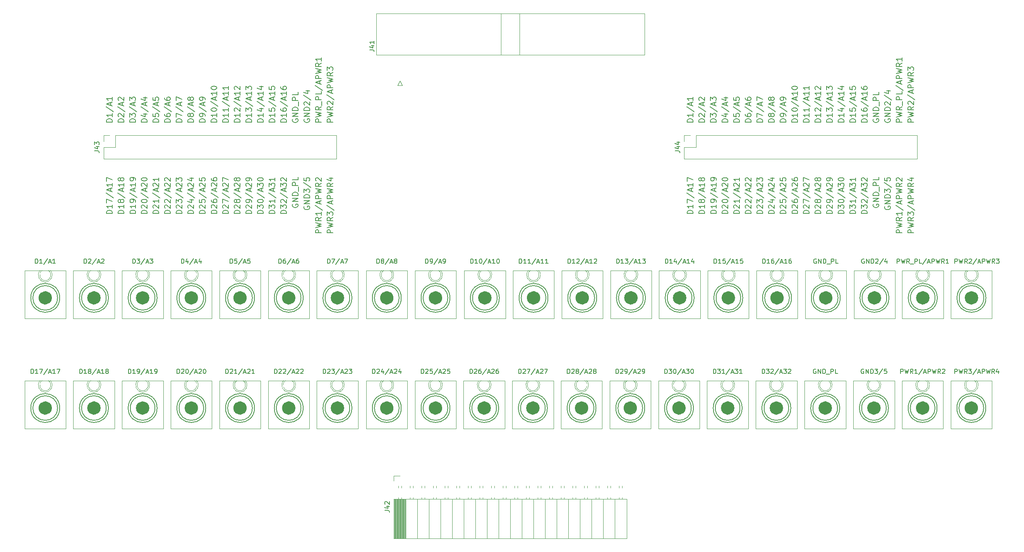
<source format=gbr>
%TF.GenerationSoftware,KiCad,Pcbnew,8.0.4*%
%TF.CreationDate,2024-08-13T10:53:45-04:00*%
%TF.ProjectId,Bus_Breakout,4275735f-4272-4656-916b-6f75742e6b69,rev?*%
%TF.SameCoordinates,Original*%
%TF.FileFunction,Legend,Top*%
%TF.FilePolarity,Positive*%
%FSLAX46Y46*%
G04 Gerber Fmt 4.6, Leading zero omitted, Abs format (unit mm)*
G04 Created by KiCad (PCBNEW 8.0.4) date 2024-08-13 10:53:45*
%MOMM*%
%LPD*%
G01*
G04 APERTURE LIST*
%ADD10C,0.150000*%
%ADD11C,0.200000*%
%ADD12C,0.120000*%
%ADD13C,1.500000*%
%ADD14C,0.127000*%
G04 APERTURE END LIST*
D10*
X244920673Y-176063396D02*
X243670673Y-176063396D01*
X243670673Y-176063396D02*
X243670673Y-175765777D01*
X243670673Y-175765777D02*
X243730197Y-175587206D01*
X243730197Y-175587206D02*
X243849245Y-175468158D01*
X243849245Y-175468158D02*
X243968292Y-175408635D01*
X243968292Y-175408635D02*
X244206388Y-175349111D01*
X244206388Y-175349111D02*
X244384959Y-175349111D01*
X244384959Y-175349111D02*
X244623054Y-175408635D01*
X244623054Y-175408635D02*
X244742102Y-175468158D01*
X244742102Y-175468158D02*
X244861150Y-175587206D01*
X244861150Y-175587206D02*
X244920673Y-175765777D01*
X244920673Y-175765777D02*
X244920673Y-176063396D01*
X244920673Y-174158635D02*
X244920673Y-174872920D01*
X244920673Y-174515777D02*
X243670673Y-174515777D01*
X243670673Y-174515777D02*
X243849245Y-174634825D01*
X243849245Y-174634825D02*
X243968292Y-174753873D01*
X243968292Y-174753873D02*
X244027816Y-174872920D01*
X243670673Y-173027682D02*
X243670673Y-173622920D01*
X243670673Y-173622920D02*
X244265911Y-173682444D01*
X244265911Y-173682444D02*
X244206388Y-173622920D01*
X244206388Y-173622920D02*
X244146864Y-173503873D01*
X244146864Y-173503873D02*
X244146864Y-173206254D01*
X244146864Y-173206254D02*
X244206388Y-173087206D01*
X244206388Y-173087206D02*
X244265911Y-173027682D01*
X244265911Y-173027682D02*
X244384959Y-172968159D01*
X244384959Y-172968159D02*
X244682578Y-172968159D01*
X244682578Y-172968159D02*
X244801626Y-173027682D01*
X244801626Y-173027682D02*
X244861150Y-173087206D01*
X244861150Y-173087206D02*
X244920673Y-173206254D01*
X244920673Y-173206254D02*
X244920673Y-173503873D01*
X244920673Y-173503873D02*
X244861150Y-173622920D01*
X244861150Y-173622920D02*
X244801626Y-173682444D01*
X243611150Y-171539587D02*
X245218292Y-172611016D01*
X244563530Y-171182444D02*
X244563530Y-170587206D01*
X244920673Y-171301492D02*
X243670673Y-170884825D01*
X243670673Y-170884825D02*
X244920673Y-170468159D01*
X244920673Y-169396730D02*
X244920673Y-170111015D01*
X244920673Y-169753872D02*
X243670673Y-169753872D01*
X243670673Y-169753872D02*
X243849245Y-169872920D01*
X243849245Y-169872920D02*
X243968292Y-169991968D01*
X243968292Y-169991968D02*
X244027816Y-170111015D01*
X243670673Y-168265777D02*
X243670673Y-168861015D01*
X243670673Y-168861015D02*
X244265911Y-168920539D01*
X244265911Y-168920539D02*
X244206388Y-168861015D01*
X244206388Y-168861015D02*
X244146864Y-168741968D01*
X244146864Y-168741968D02*
X244146864Y-168444349D01*
X244146864Y-168444349D02*
X244206388Y-168325301D01*
X244206388Y-168325301D02*
X244265911Y-168265777D01*
X244265911Y-168265777D02*
X244384959Y-168206254D01*
X244384959Y-168206254D02*
X244682578Y-168206254D01*
X244682578Y-168206254D02*
X244801626Y-168265777D01*
X244801626Y-168265777D02*
X244861150Y-168325301D01*
X244861150Y-168325301D02*
X244920673Y-168444349D01*
X244920673Y-168444349D02*
X244920673Y-168741968D01*
X244920673Y-168741968D02*
X244861150Y-168861015D01*
X244861150Y-168861015D02*
X244801626Y-168920539D01*
X234760673Y-176063396D02*
X233510673Y-176063396D01*
X233510673Y-176063396D02*
X233510673Y-175765777D01*
X233510673Y-175765777D02*
X233570197Y-175587206D01*
X233570197Y-175587206D02*
X233689245Y-175468158D01*
X233689245Y-175468158D02*
X233808292Y-175408635D01*
X233808292Y-175408635D02*
X234046388Y-175349111D01*
X234046388Y-175349111D02*
X234224959Y-175349111D01*
X234224959Y-175349111D02*
X234463054Y-175408635D01*
X234463054Y-175408635D02*
X234582102Y-175468158D01*
X234582102Y-175468158D02*
X234701150Y-175587206D01*
X234701150Y-175587206D02*
X234760673Y-175765777D01*
X234760673Y-175765777D02*
X234760673Y-176063396D01*
X234760673Y-174158635D02*
X234760673Y-174872920D01*
X234760673Y-174515777D02*
X233510673Y-174515777D01*
X233510673Y-174515777D02*
X233689245Y-174634825D01*
X233689245Y-174634825D02*
X233808292Y-174753873D01*
X233808292Y-174753873D02*
X233867816Y-174872920D01*
X234760673Y-172968159D02*
X234760673Y-173682444D01*
X234760673Y-173325301D02*
X233510673Y-173325301D01*
X233510673Y-173325301D02*
X233689245Y-173444349D01*
X233689245Y-173444349D02*
X233808292Y-173563397D01*
X233808292Y-173563397D02*
X233867816Y-173682444D01*
X233451150Y-171539587D02*
X235058292Y-172611016D01*
X234403530Y-171182444D02*
X234403530Y-170587206D01*
X234760673Y-171301492D02*
X233510673Y-170884825D01*
X233510673Y-170884825D02*
X234760673Y-170468159D01*
X234760673Y-169396730D02*
X234760673Y-170111015D01*
X234760673Y-169753872D02*
X233510673Y-169753872D01*
X233510673Y-169753872D02*
X233689245Y-169872920D01*
X233689245Y-169872920D02*
X233808292Y-169991968D01*
X233808292Y-169991968D02*
X233867816Y-170111015D01*
X234760673Y-168206254D02*
X234760673Y-168920539D01*
X234760673Y-168563396D02*
X233510673Y-168563396D01*
X233510673Y-168563396D02*
X233689245Y-168682444D01*
X233689245Y-168682444D02*
X233808292Y-168801492D01*
X233808292Y-168801492D02*
X233867816Y-168920539D01*
X384620673Y-176063396D02*
X383370673Y-176063396D01*
X383370673Y-176063396D02*
X383370673Y-175587206D01*
X383370673Y-175587206D02*
X383430197Y-175468158D01*
X383430197Y-175468158D02*
X383489721Y-175408635D01*
X383489721Y-175408635D02*
X383608769Y-175349111D01*
X383608769Y-175349111D02*
X383787340Y-175349111D01*
X383787340Y-175349111D02*
X383906388Y-175408635D01*
X383906388Y-175408635D02*
X383965911Y-175468158D01*
X383965911Y-175468158D02*
X384025435Y-175587206D01*
X384025435Y-175587206D02*
X384025435Y-176063396D01*
X383370673Y-174932444D02*
X384620673Y-174634825D01*
X384620673Y-174634825D02*
X383727816Y-174396730D01*
X383727816Y-174396730D02*
X384620673Y-174158635D01*
X384620673Y-174158635D02*
X383370673Y-173861016D01*
X384620673Y-172670540D02*
X384025435Y-173087206D01*
X384620673Y-173384825D02*
X383370673Y-173384825D01*
X383370673Y-173384825D02*
X383370673Y-172908635D01*
X383370673Y-172908635D02*
X383430197Y-172789587D01*
X383430197Y-172789587D02*
X383489721Y-172730064D01*
X383489721Y-172730064D02*
X383608769Y-172670540D01*
X383608769Y-172670540D02*
X383787340Y-172670540D01*
X383787340Y-172670540D02*
X383906388Y-172730064D01*
X383906388Y-172730064D02*
X383965911Y-172789587D01*
X383965911Y-172789587D02*
X384025435Y-172908635D01*
X384025435Y-172908635D02*
X384025435Y-173384825D01*
X383489721Y-172194349D02*
X383430197Y-172134825D01*
X383430197Y-172134825D02*
X383370673Y-172015778D01*
X383370673Y-172015778D02*
X383370673Y-171718159D01*
X383370673Y-171718159D02*
X383430197Y-171599111D01*
X383430197Y-171599111D02*
X383489721Y-171539587D01*
X383489721Y-171539587D02*
X383608769Y-171480064D01*
X383608769Y-171480064D02*
X383727816Y-171480064D01*
X383727816Y-171480064D02*
X383906388Y-171539587D01*
X383906388Y-171539587D02*
X384620673Y-172253873D01*
X384620673Y-172253873D02*
X384620673Y-171480064D01*
X383311150Y-170051492D02*
X384918292Y-171122921D01*
X384263530Y-169694349D02*
X384263530Y-169099111D01*
X384620673Y-169813397D02*
X383370673Y-169396730D01*
X383370673Y-169396730D02*
X384620673Y-168980064D01*
X384620673Y-168563396D02*
X383370673Y-168563396D01*
X383370673Y-168563396D02*
X383370673Y-168087206D01*
X383370673Y-168087206D02*
X383430197Y-167968158D01*
X383430197Y-167968158D02*
X383489721Y-167908635D01*
X383489721Y-167908635D02*
X383608769Y-167849111D01*
X383608769Y-167849111D02*
X383787340Y-167849111D01*
X383787340Y-167849111D02*
X383906388Y-167908635D01*
X383906388Y-167908635D02*
X383965911Y-167968158D01*
X383965911Y-167968158D02*
X384025435Y-168087206D01*
X384025435Y-168087206D02*
X384025435Y-168563396D01*
X383370673Y-167432444D02*
X384620673Y-167134825D01*
X384620673Y-167134825D02*
X383727816Y-166896730D01*
X383727816Y-166896730D02*
X384620673Y-166658635D01*
X384620673Y-166658635D02*
X383370673Y-166361016D01*
X384620673Y-165170540D02*
X384025435Y-165587206D01*
X384620673Y-165884825D02*
X383370673Y-165884825D01*
X383370673Y-165884825D02*
X383370673Y-165408635D01*
X383370673Y-165408635D02*
X383430197Y-165289587D01*
X383430197Y-165289587D02*
X383489721Y-165230064D01*
X383489721Y-165230064D02*
X383608769Y-165170540D01*
X383608769Y-165170540D02*
X383787340Y-165170540D01*
X383787340Y-165170540D02*
X383906388Y-165230064D01*
X383906388Y-165230064D02*
X383965911Y-165289587D01*
X383965911Y-165289587D02*
X384025435Y-165408635D01*
X384025435Y-165408635D02*
X384025435Y-165884825D01*
X383370673Y-164753873D02*
X383370673Y-163980064D01*
X383370673Y-163980064D02*
X383846864Y-164396730D01*
X383846864Y-164396730D02*
X383846864Y-164218159D01*
X383846864Y-164218159D02*
X383906388Y-164099111D01*
X383906388Y-164099111D02*
X383965911Y-164039587D01*
X383965911Y-164039587D02*
X384084959Y-163980064D01*
X384084959Y-163980064D02*
X384382578Y-163980064D01*
X384382578Y-163980064D02*
X384501626Y-164039587D01*
X384501626Y-164039587D02*
X384561150Y-164099111D01*
X384561150Y-164099111D02*
X384620673Y-164218159D01*
X384620673Y-164218159D02*
X384620673Y-164575302D01*
X384620673Y-164575302D02*
X384561150Y-164694349D01*
X384561150Y-164694349D02*
X384501626Y-164753873D01*
X382080673Y-200309811D02*
X380830673Y-200309811D01*
X380830673Y-200309811D02*
X380830673Y-199833621D01*
X380830673Y-199833621D02*
X380890197Y-199714573D01*
X380890197Y-199714573D02*
X380949721Y-199655050D01*
X380949721Y-199655050D02*
X381068769Y-199595526D01*
X381068769Y-199595526D02*
X381247340Y-199595526D01*
X381247340Y-199595526D02*
X381366388Y-199655050D01*
X381366388Y-199655050D02*
X381425911Y-199714573D01*
X381425911Y-199714573D02*
X381485435Y-199833621D01*
X381485435Y-199833621D02*
X381485435Y-200309811D01*
X380830673Y-199178859D02*
X382080673Y-198881240D01*
X382080673Y-198881240D02*
X381187816Y-198643145D01*
X381187816Y-198643145D02*
X382080673Y-198405050D01*
X382080673Y-198405050D02*
X380830673Y-198107431D01*
X382080673Y-196916955D02*
X381485435Y-197333621D01*
X382080673Y-197631240D02*
X380830673Y-197631240D01*
X380830673Y-197631240D02*
X380830673Y-197155050D01*
X380830673Y-197155050D02*
X380890197Y-197036002D01*
X380890197Y-197036002D02*
X380949721Y-196976479D01*
X380949721Y-196976479D02*
X381068769Y-196916955D01*
X381068769Y-196916955D02*
X381247340Y-196916955D01*
X381247340Y-196916955D02*
X381366388Y-196976479D01*
X381366388Y-196976479D02*
X381425911Y-197036002D01*
X381425911Y-197036002D02*
X381485435Y-197155050D01*
X381485435Y-197155050D02*
X381485435Y-197631240D01*
X382080673Y-195726479D02*
X382080673Y-196440764D01*
X382080673Y-196083621D02*
X380830673Y-196083621D01*
X380830673Y-196083621D02*
X381009245Y-196202669D01*
X381009245Y-196202669D02*
X381128292Y-196321717D01*
X381128292Y-196321717D02*
X381187816Y-196440764D01*
X380771150Y-194297907D02*
X382378292Y-195369336D01*
X381723530Y-193940764D02*
X381723530Y-193345526D01*
X382080673Y-194059812D02*
X380830673Y-193643145D01*
X380830673Y-193643145D02*
X382080673Y-193226479D01*
X382080673Y-192809811D02*
X380830673Y-192809811D01*
X380830673Y-192809811D02*
X380830673Y-192333621D01*
X380830673Y-192333621D02*
X380890197Y-192214573D01*
X380890197Y-192214573D02*
X380949721Y-192155050D01*
X380949721Y-192155050D02*
X381068769Y-192095526D01*
X381068769Y-192095526D02*
X381247340Y-192095526D01*
X381247340Y-192095526D02*
X381366388Y-192155050D01*
X381366388Y-192155050D02*
X381425911Y-192214573D01*
X381425911Y-192214573D02*
X381485435Y-192333621D01*
X381485435Y-192333621D02*
X381485435Y-192809811D01*
X380830673Y-191678859D02*
X382080673Y-191381240D01*
X382080673Y-191381240D02*
X381187816Y-191143145D01*
X381187816Y-191143145D02*
X382080673Y-190905050D01*
X382080673Y-190905050D02*
X380830673Y-190607431D01*
X382080673Y-189416955D02*
X381485435Y-189833621D01*
X382080673Y-190131240D02*
X380830673Y-190131240D01*
X380830673Y-190131240D02*
X380830673Y-189655050D01*
X380830673Y-189655050D02*
X380890197Y-189536002D01*
X380890197Y-189536002D02*
X380949721Y-189476479D01*
X380949721Y-189476479D02*
X381068769Y-189416955D01*
X381068769Y-189416955D02*
X381247340Y-189416955D01*
X381247340Y-189416955D02*
X381366388Y-189476479D01*
X381366388Y-189476479D02*
X381425911Y-189536002D01*
X381425911Y-189536002D02*
X381485435Y-189655050D01*
X381485435Y-189655050D02*
X381485435Y-190131240D01*
X380949721Y-188940764D02*
X380890197Y-188881240D01*
X380890197Y-188881240D02*
X380830673Y-188762193D01*
X380830673Y-188762193D02*
X380830673Y-188464574D01*
X380830673Y-188464574D02*
X380890197Y-188345526D01*
X380890197Y-188345526D02*
X380949721Y-188286002D01*
X380949721Y-188286002D02*
X381068769Y-188226479D01*
X381068769Y-188226479D02*
X381187816Y-188226479D01*
X381187816Y-188226479D02*
X381366388Y-188286002D01*
X381366388Y-188286002D02*
X382080673Y-189000288D01*
X382080673Y-189000288D02*
X382080673Y-188226479D01*
X232267596Y-196058696D02*
X231017596Y-196058696D01*
X231017596Y-196058696D02*
X231017596Y-195761077D01*
X231017596Y-195761077D02*
X231077120Y-195582506D01*
X231077120Y-195582506D02*
X231196168Y-195463458D01*
X231196168Y-195463458D02*
X231315215Y-195403935D01*
X231315215Y-195403935D02*
X231553311Y-195344411D01*
X231553311Y-195344411D02*
X231731882Y-195344411D01*
X231731882Y-195344411D02*
X231969977Y-195403935D01*
X231969977Y-195403935D02*
X232089025Y-195463458D01*
X232089025Y-195463458D02*
X232208073Y-195582506D01*
X232208073Y-195582506D02*
X232267596Y-195761077D01*
X232267596Y-195761077D02*
X232267596Y-196058696D01*
X231136644Y-194868220D02*
X231077120Y-194808696D01*
X231077120Y-194808696D02*
X231017596Y-194689649D01*
X231017596Y-194689649D02*
X231017596Y-194392030D01*
X231017596Y-194392030D02*
X231077120Y-194272982D01*
X231077120Y-194272982D02*
X231136644Y-194213458D01*
X231136644Y-194213458D02*
X231255692Y-194153935D01*
X231255692Y-194153935D02*
X231374739Y-194153935D01*
X231374739Y-194153935D02*
X231553311Y-194213458D01*
X231553311Y-194213458D02*
X232267596Y-194927744D01*
X232267596Y-194927744D02*
X232267596Y-194153935D01*
X231017596Y-193082506D02*
X231017596Y-193320601D01*
X231017596Y-193320601D02*
X231077120Y-193439649D01*
X231077120Y-193439649D02*
X231136644Y-193499173D01*
X231136644Y-193499173D02*
X231315215Y-193618220D01*
X231315215Y-193618220D02*
X231553311Y-193677744D01*
X231553311Y-193677744D02*
X232029501Y-193677744D01*
X232029501Y-193677744D02*
X232148549Y-193618220D01*
X232148549Y-193618220D02*
X232208073Y-193558697D01*
X232208073Y-193558697D02*
X232267596Y-193439649D01*
X232267596Y-193439649D02*
X232267596Y-193201554D01*
X232267596Y-193201554D02*
X232208073Y-193082506D01*
X232208073Y-193082506D02*
X232148549Y-193022982D01*
X232148549Y-193022982D02*
X232029501Y-192963459D01*
X232029501Y-192963459D02*
X231731882Y-192963459D01*
X231731882Y-192963459D02*
X231612834Y-193022982D01*
X231612834Y-193022982D02*
X231553311Y-193082506D01*
X231553311Y-193082506D02*
X231493787Y-193201554D01*
X231493787Y-193201554D02*
X231493787Y-193439649D01*
X231493787Y-193439649D02*
X231553311Y-193558697D01*
X231553311Y-193558697D02*
X231612834Y-193618220D01*
X231612834Y-193618220D02*
X231731882Y-193677744D01*
X230958073Y-191534887D02*
X232565215Y-192606316D01*
X231910453Y-191177744D02*
X231910453Y-190582506D01*
X232267596Y-191296792D02*
X231017596Y-190880125D01*
X231017596Y-190880125D02*
X232267596Y-190463459D01*
X231136644Y-190106315D02*
X231077120Y-190046791D01*
X231077120Y-190046791D02*
X231017596Y-189927744D01*
X231017596Y-189927744D02*
X231017596Y-189630125D01*
X231017596Y-189630125D02*
X231077120Y-189511077D01*
X231077120Y-189511077D02*
X231136644Y-189451553D01*
X231136644Y-189451553D02*
X231255692Y-189392030D01*
X231255692Y-189392030D02*
X231374739Y-189392030D01*
X231374739Y-189392030D02*
X231553311Y-189451553D01*
X231553311Y-189451553D02*
X232267596Y-190165839D01*
X232267596Y-190165839D02*
X232267596Y-189392030D01*
X231017596Y-188320601D02*
X231017596Y-188558696D01*
X231017596Y-188558696D02*
X231077120Y-188677744D01*
X231077120Y-188677744D02*
X231136644Y-188737268D01*
X231136644Y-188737268D02*
X231315215Y-188856315D01*
X231315215Y-188856315D02*
X231553311Y-188915839D01*
X231553311Y-188915839D02*
X232029501Y-188915839D01*
X232029501Y-188915839D02*
X232148549Y-188856315D01*
X232148549Y-188856315D02*
X232208073Y-188796792D01*
X232208073Y-188796792D02*
X232267596Y-188677744D01*
X232267596Y-188677744D02*
X232267596Y-188439649D01*
X232267596Y-188439649D02*
X232208073Y-188320601D01*
X232208073Y-188320601D02*
X232148549Y-188261077D01*
X232148549Y-188261077D02*
X232029501Y-188201554D01*
X232029501Y-188201554D02*
X231731882Y-188201554D01*
X231731882Y-188201554D02*
X231612834Y-188261077D01*
X231612834Y-188261077D02*
X231553311Y-188320601D01*
X231553311Y-188320601D02*
X231493787Y-188439649D01*
X231493787Y-188439649D02*
X231493787Y-188677744D01*
X231493787Y-188677744D02*
X231553311Y-188796792D01*
X231553311Y-188796792D02*
X231612834Y-188856315D01*
X231612834Y-188856315D02*
X231731882Y-188915839D01*
X351600673Y-196083621D02*
X350350673Y-196083621D01*
X350350673Y-196083621D02*
X350350673Y-195786002D01*
X350350673Y-195786002D02*
X350410197Y-195607431D01*
X350410197Y-195607431D02*
X350529245Y-195488383D01*
X350529245Y-195488383D02*
X350648292Y-195428860D01*
X350648292Y-195428860D02*
X350886388Y-195369336D01*
X350886388Y-195369336D02*
X351064959Y-195369336D01*
X351064959Y-195369336D02*
X351303054Y-195428860D01*
X351303054Y-195428860D02*
X351422102Y-195488383D01*
X351422102Y-195488383D02*
X351541150Y-195607431D01*
X351541150Y-195607431D02*
X351600673Y-195786002D01*
X351600673Y-195786002D02*
X351600673Y-196083621D01*
X350469721Y-194893145D02*
X350410197Y-194833621D01*
X350410197Y-194833621D02*
X350350673Y-194714574D01*
X350350673Y-194714574D02*
X350350673Y-194416955D01*
X350350673Y-194416955D02*
X350410197Y-194297907D01*
X350410197Y-194297907D02*
X350469721Y-194238383D01*
X350469721Y-194238383D02*
X350588769Y-194178860D01*
X350588769Y-194178860D02*
X350707816Y-194178860D01*
X350707816Y-194178860D02*
X350886388Y-194238383D01*
X350886388Y-194238383D02*
X351600673Y-194952669D01*
X351600673Y-194952669D02*
X351600673Y-194178860D01*
X350350673Y-193762193D02*
X350350673Y-192988384D01*
X350350673Y-192988384D02*
X350826864Y-193405050D01*
X350826864Y-193405050D02*
X350826864Y-193226479D01*
X350826864Y-193226479D02*
X350886388Y-193107431D01*
X350886388Y-193107431D02*
X350945911Y-193047907D01*
X350945911Y-193047907D02*
X351064959Y-192988384D01*
X351064959Y-192988384D02*
X351362578Y-192988384D01*
X351362578Y-192988384D02*
X351481626Y-193047907D01*
X351481626Y-193047907D02*
X351541150Y-193107431D01*
X351541150Y-193107431D02*
X351600673Y-193226479D01*
X351600673Y-193226479D02*
X351600673Y-193583622D01*
X351600673Y-193583622D02*
X351541150Y-193702669D01*
X351541150Y-193702669D02*
X351481626Y-193762193D01*
X350291150Y-191559812D02*
X351898292Y-192631241D01*
X351243530Y-191202669D02*
X351243530Y-190607431D01*
X351600673Y-191321717D02*
X350350673Y-190905050D01*
X350350673Y-190905050D02*
X351600673Y-190488384D01*
X350469721Y-190131240D02*
X350410197Y-190071716D01*
X350410197Y-190071716D02*
X350350673Y-189952669D01*
X350350673Y-189952669D02*
X350350673Y-189655050D01*
X350350673Y-189655050D02*
X350410197Y-189536002D01*
X350410197Y-189536002D02*
X350469721Y-189476478D01*
X350469721Y-189476478D02*
X350588769Y-189416955D01*
X350588769Y-189416955D02*
X350707816Y-189416955D01*
X350707816Y-189416955D02*
X350886388Y-189476478D01*
X350886388Y-189476478D02*
X351600673Y-190190764D01*
X351600673Y-190190764D02*
X351600673Y-189416955D01*
X350350673Y-189000288D02*
X350350673Y-188226479D01*
X350350673Y-188226479D02*
X350826864Y-188643145D01*
X350826864Y-188643145D02*
X350826864Y-188464574D01*
X350826864Y-188464574D02*
X350886388Y-188345526D01*
X350886388Y-188345526D02*
X350945911Y-188286002D01*
X350945911Y-188286002D02*
X351064959Y-188226479D01*
X351064959Y-188226479D02*
X351362578Y-188226479D01*
X351362578Y-188226479D02*
X351481626Y-188286002D01*
X351481626Y-188286002D02*
X351541150Y-188345526D01*
X351541150Y-188345526D02*
X351600673Y-188464574D01*
X351600673Y-188464574D02*
X351600673Y-188821717D01*
X351600673Y-188821717D02*
X351541150Y-188940764D01*
X351541150Y-188940764D02*
X351481626Y-189000288D01*
X239840673Y-176063396D02*
X238590673Y-176063396D01*
X238590673Y-176063396D02*
X238590673Y-175765777D01*
X238590673Y-175765777D02*
X238650197Y-175587206D01*
X238650197Y-175587206D02*
X238769245Y-175468158D01*
X238769245Y-175468158D02*
X238888292Y-175408635D01*
X238888292Y-175408635D02*
X239126388Y-175349111D01*
X239126388Y-175349111D02*
X239304959Y-175349111D01*
X239304959Y-175349111D02*
X239543054Y-175408635D01*
X239543054Y-175408635D02*
X239662102Y-175468158D01*
X239662102Y-175468158D02*
X239781150Y-175587206D01*
X239781150Y-175587206D02*
X239840673Y-175765777D01*
X239840673Y-175765777D02*
X239840673Y-176063396D01*
X239840673Y-174158635D02*
X239840673Y-174872920D01*
X239840673Y-174515777D02*
X238590673Y-174515777D01*
X238590673Y-174515777D02*
X238769245Y-174634825D01*
X238769245Y-174634825D02*
X238888292Y-174753873D01*
X238888292Y-174753873D02*
X238947816Y-174872920D01*
X238590673Y-173741968D02*
X238590673Y-172968159D01*
X238590673Y-172968159D02*
X239066864Y-173384825D01*
X239066864Y-173384825D02*
X239066864Y-173206254D01*
X239066864Y-173206254D02*
X239126388Y-173087206D01*
X239126388Y-173087206D02*
X239185911Y-173027682D01*
X239185911Y-173027682D02*
X239304959Y-172968159D01*
X239304959Y-172968159D02*
X239602578Y-172968159D01*
X239602578Y-172968159D02*
X239721626Y-173027682D01*
X239721626Y-173027682D02*
X239781150Y-173087206D01*
X239781150Y-173087206D02*
X239840673Y-173206254D01*
X239840673Y-173206254D02*
X239840673Y-173563397D01*
X239840673Y-173563397D02*
X239781150Y-173682444D01*
X239781150Y-173682444D02*
X239721626Y-173741968D01*
X238531150Y-171539587D02*
X240138292Y-172611016D01*
X239483530Y-171182444D02*
X239483530Y-170587206D01*
X239840673Y-171301492D02*
X238590673Y-170884825D01*
X238590673Y-170884825D02*
X239840673Y-170468159D01*
X239840673Y-169396730D02*
X239840673Y-170111015D01*
X239840673Y-169753872D02*
X238590673Y-169753872D01*
X238590673Y-169753872D02*
X238769245Y-169872920D01*
X238769245Y-169872920D02*
X238888292Y-169991968D01*
X238888292Y-169991968D02*
X238947816Y-170111015D01*
X238590673Y-168980063D02*
X238590673Y-168206254D01*
X238590673Y-168206254D02*
X239066864Y-168622920D01*
X239066864Y-168622920D02*
X239066864Y-168444349D01*
X239066864Y-168444349D02*
X239126388Y-168325301D01*
X239126388Y-168325301D02*
X239185911Y-168265777D01*
X239185911Y-168265777D02*
X239304959Y-168206254D01*
X239304959Y-168206254D02*
X239602578Y-168206254D01*
X239602578Y-168206254D02*
X239721626Y-168265777D01*
X239721626Y-168265777D02*
X239781150Y-168325301D01*
X239781150Y-168325301D02*
X239840673Y-168444349D01*
X239840673Y-168444349D02*
X239840673Y-168801492D01*
X239840673Y-168801492D02*
X239781150Y-168920539D01*
X239781150Y-168920539D02*
X239721626Y-168980063D01*
X375810197Y-175408635D02*
X375750673Y-175527682D01*
X375750673Y-175527682D02*
X375750673Y-175706254D01*
X375750673Y-175706254D02*
X375810197Y-175884825D01*
X375810197Y-175884825D02*
X375929245Y-176003873D01*
X375929245Y-176003873D02*
X376048292Y-176063396D01*
X376048292Y-176063396D02*
X376286388Y-176122920D01*
X376286388Y-176122920D02*
X376464959Y-176122920D01*
X376464959Y-176122920D02*
X376703054Y-176063396D01*
X376703054Y-176063396D02*
X376822102Y-176003873D01*
X376822102Y-176003873D02*
X376941150Y-175884825D01*
X376941150Y-175884825D02*
X377000673Y-175706254D01*
X377000673Y-175706254D02*
X377000673Y-175587206D01*
X377000673Y-175587206D02*
X376941150Y-175408635D01*
X376941150Y-175408635D02*
X376881626Y-175349111D01*
X376881626Y-175349111D02*
X376464959Y-175349111D01*
X376464959Y-175349111D02*
X376464959Y-175587206D01*
X377000673Y-174813396D02*
X375750673Y-174813396D01*
X375750673Y-174813396D02*
X377000673Y-174099111D01*
X377000673Y-174099111D02*
X375750673Y-174099111D01*
X377000673Y-173503872D02*
X375750673Y-173503872D01*
X375750673Y-173503872D02*
X375750673Y-173206253D01*
X375750673Y-173206253D02*
X375810197Y-173027682D01*
X375810197Y-173027682D02*
X375929245Y-172908634D01*
X375929245Y-172908634D02*
X376048292Y-172849111D01*
X376048292Y-172849111D02*
X376286388Y-172789587D01*
X376286388Y-172789587D02*
X376464959Y-172789587D01*
X376464959Y-172789587D02*
X376703054Y-172849111D01*
X376703054Y-172849111D02*
X376822102Y-172908634D01*
X376822102Y-172908634D02*
X376941150Y-173027682D01*
X376941150Y-173027682D02*
X377000673Y-173206253D01*
X377000673Y-173206253D02*
X377000673Y-173503872D01*
X377119721Y-172551492D02*
X377119721Y-171599111D01*
X377000673Y-171301491D02*
X375750673Y-171301491D01*
X375750673Y-171301491D02*
X375750673Y-170825301D01*
X375750673Y-170825301D02*
X375810197Y-170706253D01*
X375810197Y-170706253D02*
X375869721Y-170646730D01*
X375869721Y-170646730D02*
X375988769Y-170587206D01*
X375988769Y-170587206D02*
X376167340Y-170587206D01*
X376167340Y-170587206D02*
X376286388Y-170646730D01*
X376286388Y-170646730D02*
X376345911Y-170706253D01*
X376345911Y-170706253D02*
X376405435Y-170825301D01*
X376405435Y-170825301D02*
X376405435Y-171301491D01*
X377000673Y-169456253D02*
X377000673Y-170051491D01*
X377000673Y-170051491D02*
X375750673Y-170051491D01*
X234760673Y-196083621D02*
X233510673Y-196083621D01*
X233510673Y-196083621D02*
X233510673Y-195786002D01*
X233510673Y-195786002D02*
X233570197Y-195607431D01*
X233570197Y-195607431D02*
X233689245Y-195488383D01*
X233689245Y-195488383D02*
X233808292Y-195428860D01*
X233808292Y-195428860D02*
X234046388Y-195369336D01*
X234046388Y-195369336D02*
X234224959Y-195369336D01*
X234224959Y-195369336D02*
X234463054Y-195428860D01*
X234463054Y-195428860D02*
X234582102Y-195488383D01*
X234582102Y-195488383D02*
X234701150Y-195607431D01*
X234701150Y-195607431D02*
X234760673Y-195786002D01*
X234760673Y-195786002D02*
X234760673Y-196083621D01*
X233629721Y-194893145D02*
X233570197Y-194833621D01*
X233570197Y-194833621D02*
X233510673Y-194714574D01*
X233510673Y-194714574D02*
X233510673Y-194416955D01*
X233510673Y-194416955D02*
X233570197Y-194297907D01*
X233570197Y-194297907D02*
X233629721Y-194238383D01*
X233629721Y-194238383D02*
X233748769Y-194178860D01*
X233748769Y-194178860D02*
X233867816Y-194178860D01*
X233867816Y-194178860D02*
X234046388Y-194238383D01*
X234046388Y-194238383D02*
X234760673Y-194952669D01*
X234760673Y-194952669D02*
X234760673Y-194178860D01*
X233510673Y-193762193D02*
X233510673Y-192928860D01*
X233510673Y-192928860D02*
X234760673Y-193464574D01*
X233451150Y-191559812D02*
X235058292Y-192631241D01*
X234403530Y-191202669D02*
X234403530Y-190607431D01*
X234760673Y-191321717D02*
X233510673Y-190905050D01*
X233510673Y-190905050D02*
X234760673Y-190488384D01*
X233629721Y-190131240D02*
X233570197Y-190071716D01*
X233570197Y-190071716D02*
X233510673Y-189952669D01*
X233510673Y-189952669D02*
X233510673Y-189655050D01*
X233510673Y-189655050D02*
X233570197Y-189536002D01*
X233570197Y-189536002D02*
X233629721Y-189476478D01*
X233629721Y-189476478D02*
X233748769Y-189416955D01*
X233748769Y-189416955D02*
X233867816Y-189416955D01*
X233867816Y-189416955D02*
X234046388Y-189476478D01*
X234046388Y-189476478D02*
X234760673Y-190190764D01*
X234760673Y-190190764D02*
X234760673Y-189416955D01*
X233510673Y-189000288D02*
X233510673Y-188166955D01*
X233510673Y-188166955D02*
X234760673Y-188702669D01*
X257620673Y-200309811D02*
X256370673Y-200309811D01*
X256370673Y-200309811D02*
X256370673Y-199833621D01*
X256370673Y-199833621D02*
X256430197Y-199714573D01*
X256430197Y-199714573D02*
X256489721Y-199655050D01*
X256489721Y-199655050D02*
X256608769Y-199595526D01*
X256608769Y-199595526D02*
X256787340Y-199595526D01*
X256787340Y-199595526D02*
X256906388Y-199655050D01*
X256906388Y-199655050D02*
X256965911Y-199714573D01*
X256965911Y-199714573D02*
X257025435Y-199833621D01*
X257025435Y-199833621D02*
X257025435Y-200309811D01*
X256370673Y-199178859D02*
X257620673Y-198881240D01*
X257620673Y-198881240D02*
X256727816Y-198643145D01*
X256727816Y-198643145D02*
X257620673Y-198405050D01*
X257620673Y-198405050D02*
X256370673Y-198107431D01*
X257620673Y-196916955D02*
X257025435Y-197333621D01*
X257620673Y-197631240D02*
X256370673Y-197631240D01*
X256370673Y-197631240D02*
X256370673Y-197155050D01*
X256370673Y-197155050D02*
X256430197Y-197036002D01*
X256430197Y-197036002D02*
X256489721Y-196976479D01*
X256489721Y-196976479D02*
X256608769Y-196916955D01*
X256608769Y-196916955D02*
X256787340Y-196916955D01*
X256787340Y-196916955D02*
X256906388Y-196976479D01*
X256906388Y-196976479D02*
X256965911Y-197036002D01*
X256965911Y-197036002D02*
X257025435Y-197155050D01*
X257025435Y-197155050D02*
X257025435Y-197631240D01*
X256370673Y-196500288D02*
X256370673Y-195726479D01*
X256370673Y-195726479D02*
X256846864Y-196143145D01*
X256846864Y-196143145D02*
X256846864Y-195964574D01*
X256846864Y-195964574D02*
X256906388Y-195845526D01*
X256906388Y-195845526D02*
X256965911Y-195786002D01*
X256965911Y-195786002D02*
X257084959Y-195726479D01*
X257084959Y-195726479D02*
X257382578Y-195726479D01*
X257382578Y-195726479D02*
X257501626Y-195786002D01*
X257501626Y-195786002D02*
X257561150Y-195845526D01*
X257561150Y-195845526D02*
X257620673Y-195964574D01*
X257620673Y-195964574D02*
X257620673Y-196321717D01*
X257620673Y-196321717D02*
X257561150Y-196440764D01*
X257561150Y-196440764D02*
X257501626Y-196500288D01*
X256311150Y-194297907D02*
X257918292Y-195369336D01*
X257263530Y-193940764D02*
X257263530Y-193345526D01*
X257620673Y-194059812D02*
X256370673Y-193643145D01*
X256370673Y-193643145D02*
X257620673Y-193226479D01*
X257620673Y-192809811D02*
X256370673Y-192809811D01*
X256370673Y-192809811D02*
X256370673Y-192333621D01*
X256370673Y-192333621D02*
X256430197Y-192214573D01*
X256430197Y-192214573D02*
X256489721Y-192155050D01*
X256489721Y-192155050D02*
X256608769Y-192095526D01*
X256608769Y-192095526D02*
X256787340Y-192095526D01*
X256787340Y-192095526D02*
X256906388Y-192155050D01*
X256906388Y-192155050D02*
X256965911Y-192214573D01*
X256965911Y-192214573D02*
X257025435Y-192333621D01*
X257025435Y-192333621D02*
X257025435Y-192809811D01*
X256370673Y-191678859D02*
X257620673Y-191381240D01*
X257620673Y-191381240D02*
X256727816Y-191143145D01*
X256727816Y-191143145D02*
X257620673Y-190905050D01*
X257620673Y-190905050D02*
X256370673Y-190607431D01*
X257620673Y-189416955D02*
X257025435Y-189833621D01*
X257620673Y-190131240D02*
X256370673Y-190131240D01*
X256370673Y-190131240D02*
X256370673Y-189655050D01*
X256370673Y-189655050D02*
X256430197Y-189536002D01*
X256430197Y-189536002D02*
X256489721Y-189476479D01*
X256489721Y-189476479D02*
X256608769Y-189416955D01*
X256608769Y-189416955D02*
X256787340Y-189416955D01*
X256787340Y-189416955D02*
X256906388Y-189476479D01*
X256906388Y-189476479D02*
X256965911Y-189536002D01*
X256965911Y-189536002D02*
X257025435Y-189655050D01*
X257025435Y-189655050D02*
X257025435Y-190131240D01*
X256787340Y-188345526D02*
X257620673Y-188345526D01*
X256311150Y-188643145D02*
X257204007Y-188940764D01*
X257204007Y-188940764D02*
X257204007Y-188166955D01*
X341478567Y-196058696D02*
X340228567Y-196058696D01*
X340228567Y-196058696D02*
X340228567Y-195761077D01*
X340228567Y-195761077D02*
X340288091Y-195582506D01*
X340288091Y-195582506D02*
X340407139Y-195463458D01*
X340407139Y-195463458D02*
X340526186Y-195403935D01*
X340526186Y-195403935D02*
X340764282Y-195344411D01*
X340764282Y-195344411D02*
X340942853Y-195344411D01*
X340942853Y-195344411D02*
X341180948Y-195403935D01*
X341180948Y-195403935D02*
X341299996Y-195463458D01*
X341299996Y-195463458D02*
X341419044Y-195582506D01*
X341419044Y-195582506D02*
X341478567Y-195761077D01*
X341478567Y-195761077D02*
X341478567Y-196058696D01*
X341478567Y-194153935D02*
X341478567Y-194868220D01*
X341478567Y-194511077D02*
X340228567Y-194511077D01*
X340228567Y-194511077D02*
X340407139Y-194630125D01*
X340407139Y-194630125D02*
X340526186Y-194749173D01*
X340526186Y-194749173D02*
X340585710Y-194868220D01*
X341478567Y-193558697D02*
X341478567Y-193320601D01*
X341478567Y-193320601D02*
X341419044Y-193201554D01*
X341419044Y-193201554D02*
X341359520Y-193142030D01*
X341359520Y-193142030D02*
X341180948Y-193022982D01*
X341180948Y-193022982D02*
X340942853Y-192963459D01*
X340942853Y-192963459D02*
X340466663Y-192963459D01*
X340466663Y-192963459D02*
X340347615Y-193022982D01*
X340347615Y-193022982D02*
X340288091Y-193082506D01*
X340288091Y-193082506D02*
X340228567Y-193201554D01*
X340228567Y-193201554D02*
X340228567Y-193439649D01*
X340228567Y-193439649D02*
X340288091Y-193558697D01*
X340288091Y-193558697D02*
X340347615Y-193618220D01*
X340347615Y-193618220D02*
X340466663Y-193677744D01*
X340466663Y-193677744D02*
X340764282Y-193677744D01*
X340764282Y-193677744D02*
X340883329Y-193618220D01*
X340883329Y-193618220D02*
X340942853Y-193558697D01*
X340942853Y-193558697D02*
X341002377Y-193439649D01*
X341002377Y-193439649D02*
X341002377Y-193201554D01*
X341002377Y-193201554D02*
X340942853Y-193082506D01*
X340942853Y-193082506D02*
X340883329Y-193022982D01*
X340883329Y-193022982D02*
X340764282Y-192963459D01*
X340169044Y-191534887D02*
X341776186Y-192606316D01*
X341121424Y-191177744D02*
X341121424Y-190582506D01*
X341478567Y-191296792D02*
X340228567Y-190880125D01*
X340228567Y-190880125D02*
X341478567Y-190463459D01*
X341478567Y-189392030D02*
X341478567Y-190106315D01*
X341478567Y-189749172D02*
X340228567Y-189749172D01*
X340228567Y-189749172D02*
X340407139Y-189868220D01*
X340407139Y-189868220D02*
X340526186Y-189987268D01*
X340526186Y-189987268D02*
X340585710Y-190106315D01*
X341478567Y-188796792D02*
X341478567Y-188558696D01*
X341478567Y-188558696D02*
X341419044Y-188439649D01*
X341419044Y-188439649D02*
X341359520Y-188380125D01*
X341359520Y-188380125D02*
X341180948Y-188261077D01*
X341180948Y-188261077D02*
X340942853Y-188201554D01*
X340942853Y-188201554D02*
X340466663Y-188201554D01*
X340466663Y-188201554D02*
X340347615Y-188261077D01*
X340347615Y-188261077D02*
X340288091Y-188320601D01*
X340288091Y-188320601D02*
X340228567Y-188439649D01*
X340228567Y-188439649D02*
X340228567Y-188677744D01*
X340228567Y-188677744D02*
X340288091Y-188796792D01*
X340288091Y-188796792D02*
X340347615Y-188856315D01*
X340347615Y-188856315D02*
X340466663Y-188915839D01*
X340466663Y-188915839D02*
X340764282Y-188915839D01*
X340764282Y-188915839D02*
X340883329Y-188856315D01*
X340883329Y-188856315D02*
X340942853Y-188796792D01*
X340942853Y-188796792D02*
X341002377Y-188677744D01*
X341002377Y-188677744D02*
X341002377Y-188439649D01*
X341002377Y-188439649D02*
X340942853Y-188320601D01*
X340942853Y-188320601D02*
X340883329Y-188261077D01*
X340883329Y-188261077D02*
X340764282Y-188201554D01*
X224600673Y-176063396D02*
X223350673Y-176063396D01*
X223350673Y-176063396D02*
X223350673Y-175765777D01*
X223350673Y-175765777D02*
X223410197Y-175587206D01*
X223410197Y-175587206D02*
X223529245Y-175468158D01*
X223529245Y-175468158D02*
X223648292Y-175408635D01*
X223648292Y-175408635D02*
X223886388Y-175349111D01*
X223886388Y-175349111D02*
X224064959Y-175349111D01*
X224064959Y-175349111D02*
X224303054Y-175408635D01*
X224303054Y-175408635D02*
X224422102Y-175468158D01*
X224422102Y-175468158D02*
X224541150Y-175587206D01*
X224541150Y-175587206D02*
X224600673Y-175765777D01*
X224600673Y-175765777D02*
X224600673Y-176063396D01*
X223350673Y-174932444D02*
X223350673Y-174099111D01*
X223350673Y-174099111D02*
X224600673Y-174634825D01*
X223291150Y-172730063D02*
X224898292Y-173801492D01*
X224243530Y-172372920D02*
X224243530Y-171777682D01*
X224600673Y-172491968D02*
X223350673Y-172075301D01*
X223350673Y-172075301D02*
X224600673Y-171658635D01*
X223350673Y-171361015D02*
X223350673Y-170527682D01*
X223350673Y-170527682D02*
X224600673Y-171063396D01*
X338900673Y-176063396D02*
X337650673Y-176063396D01*
X337650673Y-176063396D02*
X337650673Y-175765777D01*
X337650673Y-175765777D02*
X337710197Y-175587206D01*
X337710197Y-175587206D02*
X337829245Y-175468158D01*
X337829245Y-175468158D02*
X337948292Y-175408635D01*
X337948292Y-175408635D02*
X338186388Y-175349111D01*
X338186388Y-175349111D02*
X338364959Y-175349111D01*
X338364959Y-175349111D02*
X338603054Y-175408635D01*
X338603054Y-175408635D02*
X338722102Y-175468158D01*
X338722102Y-175468158D02*
X338841150Y-175587206D01*
X338841150Y-175587206D02*
X338900673Y-175765777D01*
X338900673Y-175765777D02*
X338900673Y-176063396D01*
X337769721Y-174872920D02*
X337710197Y-174813396D01*
X337710197Y-174813396D02*
X337650673Y-174694349D01*
X337650673Y-174694349D02*
X337650673Y-174396730D01*
X337650673Y-174396730D02*
X337710197Y-174277682D01*
X337710197Y-174277682D02*
X337769721Y-174218158D01*
X337769721Y-174218158D02*
X337888769Y-174158635D01*
X337888769Y-174158635D02*
X338007816Y-174158635D01*
X338007816Y-174158635D02*
X338186388Y-174218158D01*
X338186388Y-174218158D02*
X338900673Y-174932444D01*
X338900673Y-174932444D02*
X338900673Y-174158635D01*
X337591150Y-172730063D02*
X339198292Y-173801492D01*
X338543530Y-172372920D02*
X338543530Y-171777682D01*
X338900673Y-172491968D02*
X337650673Y-172075301D01*
X337650673Y-172075301D02*
X338900673Y-171658635D01*
X337769721Y-171301491D02*
X337710197Y-171241967D01*
X337710197Y-171241967D02*
X337650673Y-171122920D01*
X337650673Y-171122920D02*
X337650673Y-170825301D01*
X337650673Y-170825301D02*
X337710197Y-170706253D01*
X337710197Y-170706253D02*
X337769721Y-170646729D01*
X337769721Y-170646729D02*
X337888769Y-170587206D01*
X337888769Y-170587206D02*
X338007816Y-170587206D01*
X338007816Y-170587206D02*
X338186388Y-170646729D01*
X338186388Y-170646729D02*
X338900673Y-171361015D01*
X338900673Y-171361015D02*
X338900673Y-170587206D01*
X374460673Y-176063396D02*
X373210673Y-176063396D01*
X373210673Y-176063396D02*
X373210673Y-175765777D01*
X373210673Y-175765777D02*
X373270197Y-175587206D01*
X373270197Y-175587206D02*
X373389245Y-175468158D01*
X373389245Y-175468158D02*
X373508292Y-175408635D01*
X373508292Y-175408635D02*
X373746388Y-175349111D01*
X373746388Y-175349111D02*
X373924959Y-175349111D01*
X373924959Y-175349111D02*
X374163054Y-175408635D01*
X374163054Y-175408635D02*
X374282102Y-175468158D01*
X374282102Y-175468158D02*
X374401150Y-175587206D01*
X374401150Y-175587206D02*
X374460673Y-175765777D01*
X374460673Y-175765777D02*
X374460673Y-176063396D01*
X374460673Y-174158635D02*
X374460673Y-174872920D01*
X374460673Y-174515777D02*
X373210673Y-174515777D01*
X373210673Y-174515777D02*
X373389245Y-174634825D01*
X373389245Y-174634825D02*
X373508292Y-174753873D01*
X373508292Y-174753873D02*
X373567816Y-174872920D01*
X373210673Y-173087206D02*
X373210673Y-173325301D01*
X373210673Y-173325301D02*
X373270197Y-173444349D01*
X373270197Y-173444349D02*
X373329721Y-173503873D01*
X373329721Y-173503873D02*
X373508292Y-173622920D01*
X373508292Y-173622920D02*
X373746388Y-173682444D01*
X373746388Y-173682444D02*
X374222578Y-173682444D01*
X374222578Y-173682444D02*
X374341626Y-173622920D01*
X374341626Y-173622920D02*
X374401150Y-173563397D01*
X374401150Y-173563397D02*
X374460673Y-173444349D01*
X374460673Y-173444349D02*
X374460673Y-173206254D01*
X374460673Y-173206254D02*
X374401150Y-173087206D01*
X374401150Y-173087206D02*
X374341626Y-173027682D01*
X374341626Y-173027682D02*
X374222578Y-172968159D01*
X374222578Y-172968159D02*
X373924959Y-172968159D01*
X373924959Y-172968159D02*
X373805911Y-173027682D01*
X373805911Y-173027682D02*
X373746388Y-173087206D01*
X373746388Y-173087206D02*
X373686864Y-173206254D01*
X373686864Y-173206254D02*
X373686864Y-173444349D01*
X373686864Y-173444349D02*
X373746388Y-173563397D01*
X373746388Y-173563397D02*
X373805911Y-173622920D01*
X373805911Y-173622920D02*
X373924959Y-173682444D01*
X373151150Y-171539587D02*
X374758292Y-172611016D01*
X374103530Y-171182444D02*
X374103530Y-170587206D01*
X374460673Y-171301492D02*
X373210673Y-170884825D01*
X373210673Y-170884825D02*
X374460673Y-170468159D01*
X374460673Y-169396730D02*
X374460673Y-170111015D01*
X374460673Y-169753872D02*
X373210673Y-169753872D01*
X373210673Y-169753872D02*
X373389245Y-169872920D01*
X373389245Y-169872920D02*
X373508292Y-169991968D01*
X373508292Y-169991968D02*
X373567816Y-170111015D01*
X373210673Y-168325301D02*
X373210673Y-168563396D01*
X373210673Y-168563396D02*
X373270197Y-168682444D01*
X373270197Y-168682444D02*
X373329721Y-168741968D01*
X373329721Y-168741968D02*
X373508292Y-168861015D01*
X373508292Y-168861015D02*
X373746388Y-168920539D01*
X373746388Y-168920539D02*
X374222578Y-168920539D01*
X374222578Y-168920539D02*
X374341626Y-168861015D01*
X374341626Y-168861015D02*
X374401150Y-168801492D01*
X374401150Y-168801492D02*
X374460673Y-168682444D01*
X374460673Y-168682444D02*
X374460673Y-168444349D01*
X374460673Y-168444349D02*
X374401150Y-168325301D01*
X374401150Y-168325301D02*
X374341626Y-168265777D01*
X374341626Y-168265777D02*
X374222578Y-168206254D01*
X374222578Y-168206254D02*
X373924959Y-168206254D01*
X373924959Y-168206254D02*
X373805911Y-168265777D01*
X373805911Y-168265777D02*
X373746388Y-168325301D01*
X373746388Y-168325301D02*
X373686864Y-168444349D01*
X373686864Y-168444349D02*
X373686864Y-168682444D01*
X373686864Y-168682444D02*
X373746388Y-168801492D01*
X373746388Y-168801492D02*
X373805911Y-168861015D01*
X373805911Y-168861015D02*
X373924959Y-168920539D01*
X336360673Y-176063396D02*
X335110673Y-176063396D01*
X335110673Y-176063396D02*
X335110673Y-175765777D01*
X335110673Y-175765777D02*
X335170197Y-175587206D01*
X335170197Y-175587206D02*
X335289245Y-175468158D01*
X335289245Y-175468158D02*
X335408292Y-175408635D01*
X335408292Y-175408635D02*
X335646388Y-175349111D01*
X335646388Y-175349111D02*
X335824959Y-175349111D01*
X335824959Y-175349111D02*
X336063054Y-175408635D01*
X336063054Y-175408635D02*
X336182102Y-175468158D01*
X336182102Y-175468158D02*
X336301150Y-175587206D01*
X336301150Y-175587206D02*
X336360673Y-175765777D01*
X336360673Y-175765777D02*
X336360673Y-176063396D01*
X336360673Y-174158635D02*
X336360673Y-174872920D01*
X336360673Y-174515777D02*
X335110673Y-174515777D01*
X335110673Y-174515777D02*
X335289245Y-174634825D01*
X335289245Y-174634825D02*
X335408292Y-174753873D01*
X335408292Y-174753873D02*
X335467816Y-174872920D01*
X335051150Y-172730063D02*
X336658292Y-173801492D01*
X336003530Y-172372920D02*
X336003530Y-171777682D01*
X336360673Y-172491968D02*
X335110673Y-172075301D01*
X335110673Y-172075301D02*
X336360673Y-171658635D01*
X336360673Y-170587206D02*
X336360673Y-171301491D01*
X336360673Y-170944348D02*
X335110673Y-170944348D01*
X335110673Y-170944348D02*
X335289245Y-171063396D01*
X335289245Y-171063396D02*
X335408292Y-171182444D01*
X335408292Y-171182444D02*
X335467816Y-171301491D01*
X239840673Y-196083621D02*
X238590673Y-196083621D01*
X238590673Y-196083621D02*
X238590673Y-195786002D01*
X238590673Y-195786002D02*
X238650197Y-195607431D01*
X238650197Y-195607431D02*
X238769245Y-195488383D01*
X238769245Y-195488383D02*
X238888292Y-195428860D01*
X238888292Y-195428860D02*
X239126388Y-195369336D01*
X239126388Y-195369336D02*
X239304959Y-195369336D01*
X239304959Y-195369336D02*
X239543054Y-195428860D01*
X239543054Y-195428860D02*
X239662102Y-195488383D01*
X239662102Y-195488383D02*
X239781150Y-195607431D01*
X239781150Y-195607431D02*
X239840673Y-195786002D01*
X239840673Y-195786002D02*
X239840673Y-196083621D01*
X238709721Y-194893145D02*
X238650197Y-194833621D01*
X238650197Y-194833621D02*
X238590673Y-194714574D01*
X238590673Y-194714574D02*
X238590673Y-194416955D01*
X238590673Y-194416955D02*
X238650197Y-194297907D01*
X238650197Y-194297907D02*
X238709721Y-194238383D01*
X238709721Y-194238383D02*
X238828769Y-194178860D01*
X238828769Y-194178860D02*
X238947816Y-194178860D01*
X238947816Y-194178860D02*
X239126388Y-194238383D01*
X239126388Y-194238383D02*
X239840673Y-194952669D01*
X239840673Y-194952669D02*
X239840673Y-194178860D01*
X239840673Y-193583622D02*
X239840673Y-193345526D01*
X239840673Y-193345526D02*
X239781150Y-193226479D01*
X239781150Y-193226479D02*
X239721626Y-193166955D01*
X239721626Y-193166955D02*
X239543054Y-193047907D01*
X239543054Y-193047907D02*
X239304959Y-192988384D01*
X239304959Y-192988384D02*
X238828769Y-192988384D01*
X238828769Y-192988384D02*
X238709721Y-193047907D01*
X238709721Y-193047907D02*
X238650197Y-193107431D01*
X238650197Y-193107431D02*
X238590673Y-193226479D01*
X238590673Y-193226479D02*
X238590673Y-193464574D01*
X238590673Y-193464574D02*
X238650197Y-193583622D01*
X238650197Y-193583622D02*
X238709721Y-193643145D01*
X238709721Y-193643145D02*
X238828769Y-193702669D01*
X238828769Y-193702669D02*
X239126388Y-193702669D01*
X239126388Y-193702669D02*
X239245435Y-193643145D01*
X239245435Y-193643145D02*
X239304959Y-193583622D01*
X239304959Y-193583622D02*
X239364483Y-193464574D01*
X239364483Y-193464574D02*
X239364483Y-193226479D01*
X239364483Y-193226479D02*
X239304959Y-193107431D01*
X239304959Y-193107431D02*
X239245435Y-193047907D01*
X239245435Y-193047907D02*
X239126388Y-192988384D01*
X238531150Y-191559812D02*
X240138292Y-192631241D01*
X239483530Y-191202669D02*
X239483530Y-190607431D01*
X239840673Y-191321717D02*
X238590673Y-190905050D01*
X238590673Y-190905050D02*
X239840673Y-190488384D01*
X238709721Y-190131240D02*
X238650197Y-190071716D01*
X238650197Y-190071716D02*
X238590673Y-189952669D01*
X238590673Y-189952669D02*
X238590673Y-189655050D01*
X238590673Y-189655050D02*
X238650197Y-189536002D01*
X238650197Y-189536002D02*
X238709721Y-189476478D01*
X238709721Y-189476478D02*
X238828769Y-189416955D01*
X238828769Y-189416955D02*
X238947816Y-189416955D01*
X238947816Y-189416955D02*
X239126388Y-189476478D01*
X239126388Y-189476478D02*
X239840673Y-190190764D01*
X239840673Y-190190764D02*
X239840673Y-189416955D01*
X239840673Y-188821717D02*
X239840673Y-188583621D01*
X239840673Y-188583621D02*
X239781150Y-188464574D01*
X239781150Y-188464574D02*
X239721626Y-188405050D01*
X239721626Y-188405050D02*
X239543054Y-188286002D01*
X239543054Y-188286002D02*
X239304959Y-188226479D01*
X239304959Y-188226479D02*
X238828769Y-188226479D01*
X238828769Y-188226479D02*
X238709721Y-188286002D01*
X238709721Y-188286002D02*
X238650197Y-188345526D01*
X238650197Y-188345526D02*
X238590673Y-188464574D01*
X238590673Y-188464574D02*
X238590673Y-188702669D01*
X238590673Y-188702669D02*
X238650197Y-188821717D01*
X238650197Y-188821717D02*
X238709721Y-188881240D01*
X238709721Y-188881240D02*
X238828769Y-188940764D01*
X238828769Y-188940764D02*
X239126388Y-188940764D01*
X239126388Y-188940764D02*
X239245435Y-188881240D01*
X239245435Y-188881240D02*
X239304959Y-188821717D01*
X239304959Y-188821717D02*
X239364483Y-188702669D01*
X239364483Y-188702669D02*
X239364483Y-188464574D01*
X239364483Y-188464574D02*
X239304959Y-188345526D01*
X239304959Y-188345526D02*
X239245435Y-188286002D01*
X239245435Y-188286002D02*
X239126388Y-188226479D01*
X343980673Y-196083621D02*
X342730673Y-196083621D01*
X342730673Y-196083621D02*
X342730673Y-195786002D01*
X342730673Y-195786002D02*
X342790197Y-195607431D01*
X342790197Y-195607431D02*
X342909245Y-195488383D01*
X342909245Y-195488383D02*
X343028292Y-195428860D01*
X343028292Y-195428860D02*
X343266388Y-195369336D01*
X343266388Y-195369336D02*
X343444959Y-195369336D01*
X343444959Y-195369336D02*
X343683054Y-195428860D01*
X343683054Y-195428860D02*
X343802102Y-195488383D01*
X343802102Y-195488383D02*
X343921150Y-195607431D01*
X343921150Y-195607431D02*
X343980673Y-195786002D01*
X343980673Y-195786002D02*
X343980673Y-196083621D01*
X342849721Y-194893145D02*
X342790197Y-194833621D01*
X342790197Y-194833621D02*
X342730673Y-194714574D01*
X342730673Y-194714574D02*
X342730673Y-194416955D01*
X342730673Y-194416955D02*
X342790197Y-194297907D01*
X342790197Y-194297907D02*
X342849721Y-194238383D01*
X342849721Y-194238383D02*
X342968769Y-194178860D01*
X342968769Y-194178860D02*
X343087816Y-194178860D01*
X343087816Y-194178860D02*
X343266388Y-194238383D01*
X343266388Y-194238383D02*
X343980673Y-194952669D01*
X343980673Y-194952669D02*
X343980673Y-194178860D01*
X342730673Y-193405050D02*
X342730673Y-193286003D01*
X342730673Y-193286003D02*
X342790197Y-193166955D01*
X342790197Y-193166955D02*
X342849721Y-193107431D01*
X342849721Y-193107431D02*
X342968769Y-193047907D01*
X342968769Y-193047907D02*
X343206864Y-192988384D01*
X343206864Y-192988384D02*
X343504483Y-192988384D01*
X343504483Y-192988384D02*
X343742578Y-193047907D01*
X343742578Y-193047907D02*
X343861626Y-193107431D01*
X343861626Y-193107431D02*
X343921150Y-193166955D01*
X343921150Y-193166955D02*
X343980673Y-193286003D01*
X343980673Y-193286003D02*
X343980673Y-193405050D01*
X343980673Y-193405050D02*
X343921150Y-193524098D01*
X343921150Y-193524098D02*
X343861626Y-193583622D01*
X343861626Y-193583622D02*
X343742578Y-193643145D01*
X343742578Y-193643145D02*
X343504483Y-193702669D01*
X343504483Y-193702669D02*
X343206864Y-193702669D01*
X343206864Y-193702669D02*
X342968769Y-193643145D01*
X342968769Y-193643145D02*
X342849721Y-193583622D01*
X342849721Y-193583622D02*
X342790197Y-193524098D01*
X342790197Y-193524098D02*
X342730673Y-193405050D01*
X342671150Y-191559812D02*
X344278292Y-192631241D01*
X343623530Y-191202669D02*
X343623530Y-190607431D01*
X343980673Y-191321717D02*
X342730673Y-190905050D01*
X342730673Y-190905050D02*
X343980673Y-190488384D01*
X342849721Y-190131240D02*
X342790197Y-190071716D01*
X342790197Y-190071716D02*
X342730673Y-189952669D01*
X342730673Y-189952669D02*
X342730673Y-189655050D01*
X342730673Y-189655050D02*
X342790197Y-189536002D01*
X342790197Y-189536002D02*
X342849721Y-189476478D01*
X342849721Y-189476478D02*
X342968769Y-189416955D01*
X342968769Y-189416955D02*
X343087816Y-189416955D01*
X343087816Y-189416955D02*
X343266388Y-189476478D01*
X343266388Y-189476478D02*
X343980673Y-190190764D01*
X343980673Y-190190764D02*
X343980673Y-189416955D01*
X342730673Y-188643145D02*
X342730673Y-188524098D01*
X342730673Y-188524098D02*
X342790197Y-188405050D01*
X342790197Y-188405050D02*
X342849721Y-188345526D01*
X342849721Y-188345526D02*
X342968769Y-188286002D01*
X342968769Y-188286002D02*
X343206864Y-188226479D01*
X343206864Y-188226479D02*
X343504483Y-188226479D01*
X343504483Y-188226479D02*
X343742578Y-188286002D01*
X343742578Y-188286002D02*
X343861626Y-188345526D01*
X343861626Y-188345526D02*
X343921150Y-188405050D01*
X343921150Y-188405050D02*
X343980673Y-188524098D01*
X343980673Y-188524098D02*
X343980673Y-188643145D01*
X343980673Y-188643145D02*
X343921150Y-188762193D01*
X343921150Y-188762193D02*
X343861626Y-188821717D01*
X343861626Y-188821717D02*
X343742578Y-188881240D01*
X343742578Y-188881240D02*
X343504483Y-188940764D01*
X343504483Y-188940764D02*
X343206864Y-188940764D01*
X343206864Y-188940764D02*
X342968769Y-188881240D01*
X342968769Y-188881240D02*
X342849721Y-188821717D01*
X342849721Y-188821717D02*
X342790197Y-188762193D01*
X342790197Y-188762193D02*
X342730673Y-188643145D01*
X237300673Y-176063396D02*
X236050673Y-176063396D01*
X236050673Y-176063396D02*
X236050673Y-175765777D01*
X236050673Y-175765777D02*
X236110197Y-175587206D01*
X236110197Y-175587206D02*
X236229245Y-175468158D01*
X236229245Y-175468158D02*
X236348292Y-175408635D01*
X236348292Y-175408635D02*
X236586388Y-175349111D01*
X236586388Y-175349111D02*
X236764959Y-175349111D01*
X236764959Y-175349111D02*
X237003054Y-175408635D01*
X237003054Y-175408635D02*
X237122102Y-175468158D01*
X237122102Y-175468158D02*
X237241150Y-175587206D01*
X237241150Y-175587206D02*
X237300673Y-175765777D01*
X237300673Y-175765777D02*
X237300673Y-176063396D01*
X237300673Y-174158635D02*
X237300673Y-174872920D01*
X237300673Y-174515777D02*
X236050673Y-174515777D01*
X236050673Y-174515777D02*
X236229245Y-174634825D01*
X236229245Y-174634825D02*
X236348292Y-174753873D01*
X236348292Y-174753873D02*
X236407816Y-174872920D01*
X236169721Y-173682444D02*
X236110197Y-173622920D01*
X236110197Y-173622920D02*
X236050673Y-173503873D01*
X236050673Y-173503873D02*
X236050673Y-173206254D01*
X236050673Y-173206254D02*
X236110197Y-173087206D01*
X236110197Y-173087206D02*
X236169721Y-173027682D01*
X236169721Y-173027682D02*
X236288769Y-172968159D01*
X236288769Y-172968159D02*
X236407816Y-172968159D01*
X236407816Y-172968159D02*
X236586388Y-173027682D01*
X236586388Y-173027682D02*
X237300673Y-173741968D01*
X237300673Y-173741968D02*
X237300673Y-172968159D01*
X235991150Y-171539587D02*
X237598292Y-172611016D01*
X236943530Y-171182444D02*
X236943530Y-170587206D01*
X237300673Y-171301492D02*
X236050673Y-170884825D01*
X236050673Y-170884825D02*
X237300673Y-170468159D01*
X237300673Y-169396730D02*
X237300673Y-170111015D01*
X237300673Y-169753872D02*
X236050673Y-169753872D01*
X236050673Y-169753872D02*
X236229245Y-169872920D01*
X236229245Y-169872920D02*
X236348292Y-169991968D01*
X236348292Y-169991968D02*
X236407816Y-170111015D01*
X236169721Y-168920539D02*
X236110197Y-168861015D01*
X236110197Y-168861015D02*
X236050673Y-168741968D01*
X236050673Y-168741968D02*
X236050673Y-168444349D01*
X236050673Y-168444349D02*
X236110197Y-168325301D01*
X236110197Y-168325301D02*
X236169721Y-168265777D01*
X236169721Y-168265777D02*
X236288769Y-168206254D01*
X236288769Y-168206254D02*
X236407816Y-168206254D01*
X236407816Y-168206254D02*
X236586388Y-168265777D01*
X236586388Y-168265777D02*
X237300673Y-168980063D01*
X237300673Y-168980063D02*
X237300673Y-168206254D01*
X247460673Y-196083621D02*
X246210673Y-196083621D01*
X246210673Y-196083621D02*
X246210673Y-195786002D01*
X246210673Y-195786002D02*
X246270197Y-195607431D01*
X246270197Y-195607431D02*
X246389245Y-195488383D01*
X246389245Y-195488383D02*
X246508292Y-195428860D01*
X246508292Y-195428860D02*
X246746388Y-195369336D01*
X246746388Y-195369336D02*
X246924959Y-195369336D01*
X246924959Y-195369336D02*
X247163054Y-195428860D01*
X247163054Y-195428860D02*
X247282102Y-195488383D01*
X247282102Y-195488383D02*
X247401150Y-195607431D01*
X247401150Y-195607431D02*
X247460673Y-195786002D01*
X247460673Y-195786002D02*
X247460673Y-196083621D01*
X246210673Y-194952669D02*
X246210673Y-194178860D01*
X246210673Y-194178860D02*
X246686864Y-194595526D01*
X246686864Y-194595526D02*
X246686864Y-194416955D01*
X246686864Y-194416955D02*
X246746388Y-194297907D01*
X246746388Y-194297907D02*
X246805911Y-194238383D01*
X246805911Y-194238383D02*
X246924959Y-194178860D01*
X246924959Y-194178860D02*
X247222578Y-194178860D01*
X247222578Y-194178860D02*
X247341626Y-194238383D01*
X247341626Y-194238383D02*
X247401150Y-194297907D01*
X247401150Y-194297907D02*
X247460673Y-194416955D01*
X247460673Y-194416955D02*
X247460673Y-194774098D01*
X247460673Y-194774098D02*
X247401150Y-194893145D01*
X247401150Y-194893145D02*
X247341626Y-194952669D01*
X246329721Y-193702669D02*
X246270197Y-193643145D01*
X246270197Y-193643145D02*
X246210673Y-193524098D01*
X246210673Y-193524098D02*
X246210673Y-193226479D01*
X246210673Y-193226479D02*
X246270197Y-193107431D01*
X246270197Y-193107431D02*
X246329721Y-193047907D01*
X246329721Y-193047907D02*
X246448769Y-192988384D01*
X246448769Y-192988384D02*
X246567816Y-192988384D01*
X246567816Y-192988384D02*
X246746388Y-193047907D01*
X246746388Y-193047907D02*
X247460673Y-193762193D01*
X247460673Y-193762193D02*
X247460673Y-192988384D01*
X246151150Y-191559812D02*
X247758292Y-192631241D01*
X247103530Y-191202669D02*
X247103530Y-190607431D01*
X247460673Y-191321717D02*
X246210673Y-190905050D01*
X246210673Y-190905050D02*
X247460673Y-190488384D01*
X246210673Y-190190764D02*
X246210673Y-189416955D01*
X246210673Y-189416955D02*
X246686864Y-189833621D01*
X246686864Y-189833621D02*
X246686864Y-189655050D01*
X246686864Y-189655050D02*
X246746388Y-189536002D01*
X246746388Y-189536002D02*
X246805911Y-189476478D01*
X246805911Y-189476478D02*
X246924959Y-189416955D01*
X246924959Y-189416955D02*
X247222578Y-189416955D01*
X247222578Y-189416955D02*
X247341626Y-189476478D01*
X247341626Y-189476478D02*
X247401150Y-189536002D01*
X247401150Y-189536002D02*
X247460673Y-189655050D01*
X247460673Y-189655050D02*
X247460673Y-190012193D01*
X247460673Y-190012193D02*
X247401150Y-190131240D01*
X247401150Y-190131240D02*
X247341626Y-190190764D01*
X246329721Y-188940764D02*
X246270197Y-188881240D01*
X246270197Y-188881240D02*
X246210673Y-188762193D01*
X246210673Y-188762193D02*
X246210673Y-188464574D01*
X246210673Y-188464574D02*
X246270197Y-188345526D01*
X246270197Y-188345526D02*
X246329721Y-188286002D01*
X246329721Y-188286002D02*
X246448769Y-188226479D01*
X246448769Y-188226479D02*
X246567816Y-188226479D01*
X246567816Y-188226479D02*
X246746388Y-188286002D01*
X246746388Y-188286002D02*
X247460673Y-189000288D01*
X247460673Y-189000288D02*
X247460673Y-188226479D01*
X219520673Y-196083621D02*
X218270673Y-196083621D01*
X218270673Y-196083621D02*
X218270673Y-195786002D01*
X218270673Y-195786002D02*
X218330197Y-195607431D01*
X218330197Y-195607431D02*
X218449245Y-195488383D01*
X218449245Y-195488383D02*
X218568292Y-195428860D01*
X218568292Y-195428860D02*
X218806388Y-195369336D01*
X218806388Y-195369336D02*
X218984959Y-195369336D01*
X218984959Y-195369336D02*
X219223054Y-195428860D01*
X219223054Y-195428860D02*
X219342102Y-195488383D01*
X219342102Y-195488383D02*
X219461150Y-195607431D01*
X219461150Y-195607431D02*
X219520673Y-195786002D01*
X219520673Y-195786002D02*
X219520673Y-196083621D01*
X218389721Y-194893145D02*
X218330197Y-194833621D01*
X218330197Y-194833621D02*
X218270673Y-194714574D01*
X218270673Y-194714574D02*
X218270673Y-194416955D01*
X218270673Y-194416955D02*
X218330197Y-194297907D01*
X218330197Y-194297907D02*
X218389721Y-194238383D01*
X218389721Y-194238383D02*
X218508769Y-194178860D01*
X218508769Y-194178860D02*
X218627816Y-194178860D01*
X218627816Y-194178860D02*
X218806388Y-194238383D01*
X218806388Y-194238383D02*
X219520673Y-194952669D01*
X219520673Y-194952669D02*
X219520673Y-194178860D01*
X219520673Y-192988384D02*
X219520673Y-193702669D01*
X219520673Y-193345526D02*
X218270673Y-193345526D01*
X218270673Y-193345526D02*
X218449245Y-193464574D01*
X218449245Y-193464574D02*
X218568292Y-193583622D01*
X218568292Y-193583622D02*
X218627816Y-193702669D01*
X218211150Y-191559812D02*
X219818292Y-192631241D01*
X219163530Y-191202669D02*
X219163530Y-190607431D01*
X219520673Y-191321717D02*
X218270673Y-190905050D01*
X218270673Y-190905050D02*
X219520673Y-190488384D01*
X218389721Y-190131240D02*
X218330197Y-190071716D01*
X218330197Y-190071716D02*
X218270673Y-189952669D01*
X218270673Y-189952669D02*
X218270673Y-189655050D01*
X218270673Y-189655050D02*
X218330197Y-189536002D01*
X218330197Y-189536002D02*
X218389721Y-189476478D01*
X218389721Y-189476478D02*
X218508769Y-189416955D01*
X218508769Y-189416955D02*
X218627816Y-189416955D01*
X218627816Y-189416955D02*
X218806388Y-189476478D01*
X218806388Y-189476478D02*
X219520673Y-190190764D01*
X219520673Y-190190764D02*
X219520673Y-189416955D01*
X219520673Y-188226479D02*
X219520673Y-188940764D01*
X219520673Y-188583621D02*
X218270673Y-188583621D01*
X218270673Y-188583621D02*
X218449245Y-188702669D01*
X218449245Y-188702669D02*
X218568292Y-188821717D01*
X218568292Y-188821717D02*
X218627816Y-188940764D01*
X349060673Y-196083621D02*
X347810673Y-196083621D01*
X347810673Y-196083621D02*
X347810673Y-195786002D01*
X347810673Y-195786002D02*
X347870197Y-195607431D01*
X347870197Y-195607431D02*
X347989245Y-195488383D01*
X347989245Y-195488383D02*
X348108292Y-195428860D01*
X348108292Y-195428860D02*
X348346388Y-195369336D01*
X348346388Y-195369336D02*
X348524959Y-195369336D01*
X348524959Y-195369336D02*
X348763054Y-195428860D01*
X348763054Y-195428860D02*
X348882102Y-195488383D01*
X348882102Y-195488383D02*
X349001150Y-195607431D01*
X349001150Y-195607431D02*
X349060673Y-195786002D01*
X349060673Y-195786002D02*
X349060673Y-196083621D01*
X347929721Y-194893145D02*
X347870197Y-194833621D01*
X347870197Y-194833621D02*
X347810673Y-194714574D01*
X347810673Y-194714574D02*
X347810673Y-194416955D01*
X347810673Y-194416955D02*
X347870197Y-194297907D01*
X347870197Y-194297907D02*
X347929721Y-194238383D01*
X347929721Y-194238383D02*
X348048769Y-194178860D01*
X348048769Y-194178860D02*
X348167816Y-194178860D01*
X348167816Y-194178860D02*
X348346388Y-194238383D01*
X348346388Y-194238383D02*
X349060673Y-194952669D01*
X349060673Y-194952669D02*
X349060673Y-194178860D01*
X347929721Y-193702669D02*
X347870197Y-193643145D01*
X347870197Y-193643145D02*
X347810673Y-193524098D01*
X347810673Y-193524098D02*
X347810673Y-193226479D01*
X347810673Y-193226479D02*
X347870197Y-193107431D01*
X347870197Y-193107431D02*
X347929721Y-193047907D01*
X347929721Y-193047907D02*
X348048769Y-192988384D01*
X348048769Y-192988384D02*
X348167816Y-192988384D01*
X348167816Y-192988384D02*
X348346388Y-193047907D01*
X348346388Y-193047907D02*
X349060673Y-193762193D01*
X349060673Y-193762193D02*
X349060673Y-192988384D01*
X347751150Y-191559812D02*
X349358292Y-192631241D01*
X348703530Y-191202669D02*
X348703530Y-190607431D01*
X349060673Y-191321717D02*
X347810673Y-190905050D01*
X347810673Y-190905050D02*
X349060673Y-190488384D01*
X347929721Y-190131240D02*
X347870197Y-190071716D01*
X347870197Y-190071716D02*
X347810673Y-189952669D01*
X347810673Y-189952669D02*
X347810673Y-189655050D01*
X347810673Y-189655050D02*
X347870197Y-189536002D01*
X347870197Y-189536002D02*
X347929721Y-189476478D01*
X347929721Y-189476478D02*
X348048769Y-189416955D01*
X348048769Y-189416955D02*
X348167816Y-189416955D01*
X348167816Y-189416955D02*
X348346388Y-189476478D01*
X348346388Y-189476478D02*
X349060673Y-190190764D01*
X349060673Y-190190764D02*
X349060673Y-189416955D01*
X347929721Y-188940764D02*
X347870197Y-188881240D01*
X347870197Y-188881240D02*
X347810673Y-188762193D01*
X347810673Y-188762193D02*
X347810673Y-188464574D01*
X347810673Y-188464574D02*
X347870197Y-188345526D01*
X347870197Y-188345526D02*
X347929721Y-188286002D01*
X347929721Y-188286002D02*
X348048769Y-188226479D01*
X348048769Y-188226479D02*
X348167816Y-188226479D01*
X348167816Y-188226479D02*
X348346388Y-188286002D01*
X348346388Y-188286002D02*
X349060673Y-189000288D01*
X349060673Y-189000288D02*
X349060673Y-188226479D01*
X366840673Y-176063396D02*
X365590673Y-176063396D01*
X365590673Y-176063396D02*
X365590673Y-175765777D01*
X365590673Y-175765777D02*
X365650197Y-175587206D01*
X365650197Y-175587206D02*
X365769245Y-175468158D01*
X365769245Y-175468158D02*
X365888292Y-175408635D01*
X365888292Y-175408635D02*
X366126388Y-175349111D01*
X366126388Y-175349111D02*
X366304959Y-175349111D01*
X366304959Y-175349111D02*
X366543054Y-175408635D01*
X366543054Y-175408635D02*
X366662102Y-175468158D01*
X366662102Y-175468158D02*
X366781150Y-175587206D01*
X366781150Y-175587206D02*
X366840673Y-175765777D01*
X366840673Y-175765777D02*
X366840673Y-176063396D01*
X366840673Y-174158635D02*
X366840673Y-174872920D01*
X366840673Y-174515777D02*
X365590673Y-174515777D01*
X365590673Y-174515777D02*
X365769245Y-174634825D01*
X365769245Y-174634825D02*
X365888292Y-174753873D01*
X365888292Y-174753873D02*
X365947816Y-174872920D01*
X365590673Y-173741968D02*
X365590673Y-172968159D01*
X365590673Y-172968159D02*
X366066864Y-173384825D01*
X366066864Y-173384825D02*
X366066864Y-173206254D01*
X366066864Y-173206254D02*
X366126388Y-173087206D01*
X366126388Y-173087206D02*
X366185911Y-173027682D01*
X366185911Y-173027682D02*
X366304959Y-172968159D01*
X366304959Y-172968159D02*
X366602578Y-172968159D01*
X366602578Y-172968159D02*
X366721626Y-173027682D01*
X366721626Y-173027682D02*
X366781150Y-173087206D01*
X366781150Y-173087206D02*
X366840673Y-173206254D01*
X366840673Y-173206254D02*
X366840673Y-173563397D01*
X366840673Y-173563397D02*
X366781150Y-173682444D01*
X366781150Y-173682444D02*
X366721626Y-173741968D01*
X365531150Y-171539587D02*
X367138292Y-172611016D01*
X366483530Y-171182444D02*
X366483530Y-170587206D01*
X366840673Y-171301492D02*
X365590673Y-170884825D01*
X365590673Y-170884825D02*
X366840673Y-170468159D01*
X366840673Y-169396730D02*
X366840673Y-170111015D01*
X366840673Y-169753872D02*
X365590673Y-169753872D01*
X365590673Y-169753872D02*
X365769245Y-169872920D01*
X365769245Y-169872920D02*
X365888292Y-169991968D01*
X365888292Y-169991968D02*
X365947816Y-170111015D01*
X365590673Y-168980063D02*
X365590673Y-168206254D01*
X365590673Y-168206254D02*
X366066864Y-168622920D01*
X366066864Y-168622920D02*
X366066864Y-168444349D01*
X366066864Y-168444349D02*
X366126388Y-168325301D01*
X366126388Y-168325301D02*
X366185911Y-168265777D01*
X366185911Y-168265777D02*
X366304959Y-168206254D01*
X366304959Y-168206254D02*
X366602578Y-168206254D01*
X366602578Y-168206254D02*
X366721626Y-168265777D01*
X366721626Y-168265777D02*
X366781150Y-168325301D01*
X366781150Y-168325301D02*
X366840673Y-168444349D01*
X366840673Y-168444349D02*
X366840673Y-168801492D01*
X366840673Y-168801492D02*
X366781150Y-168920539D01*
X366781150Y-168920539D02*
X366721626Y-168980063D01*
X257620673Y-176063396D02*
X256370673Y-176063396D01*
X256370673Y-176063396D02*
X256370673Y-175587206D01*
X256370673Y-175587206D02*
X256430197Y-175468158D01*
X256430197Y-175468158D02*
X256489721Y-175408635D01*
X256489721Y-175408635D02*
X256608769Y-175349111D01*
X256608769Y-175349111D02*
X256787340Y-175349111D01*
X256787340Y-175349111D02*
X256906388Y-175408635D01*
X256906388Y-175408635D02*
X256965911Y-175468158D01*
X256965911Y-175468158D02*
X257025435Y-175587206D01*
X257025435Y-175587206D02*
X257025435Y-176063396D01*
X256370673Y-174932444D02*
X257620673Y-174634825D01*
X257620673Y-174634825D02*
X256727816Y-174396730D01*
X256727816Y-174396730D02*
X257620673Y-174158635D01*
X257620673Y-174158635D02*
X256370673Y-173861016D01*
X257620673Y-172670540D02*
X257025435Y-173087206D01*
X257620673Y-173384825D02*
X256370673Y-173384825D01*
X256370673Y-173384825D02*
X256370673Y-172908635D01*
X256370673Y-172908635D02*
X256430197Y-172789587D01*
X256430197Y-172789587D02*
X256489721Y-172730064D01*
X256489721Y-172730064D02*
X256608769Y-172670540D01*
X256608769Y-172670540D02*
X256787340Y-172670540D01*
X256787340Y-172670540D02*
X256906388Y-172730064D01*
X256906388Y-172730064D02*
X256965911Y-172789587D01*
X256965911Y-172789587D02*
X257025435Y-172908635D01*
X257025435Y-172908635D02*
X257025435Y-173384825D01*
X256489721Y-172194349D02*
X256430197Y-172134825D01*
X256430197Y-172134825D02*
X256370673Y-172015778D01*
X256370673Y-172015778D02*
X256370673Y-171718159D01*
X256370673Y-171718159D02*
X256430197Y-171599111D01*
X256430197Y-171599111D02*
X256489721Y-171539587D01*
X256489721Y-171539587D02*
X256608769Y-171480064D01*
X256608769Y-171480064D02*
X256727816Y-171480064D01*
X256727816Y-171480064D02*
X256906388Y-171539587D01*
X256906388Y-171539587D02*
X257620673Y-172253873D01*
X257620673Y-172253873D02*
X257620673Y-171480064D01*
X256311150Y-170051492D02*
X257918292Y-171122921D01*
X257263530Y-169694349D02*
X257263530Y-169099111D01*
X257620673Y-169813397D02*
X256370673Y-169396730D01*
X256370673Y-169396730D02*
X257620673Y-168980064D01*
X257620673Y-168563396D02*
X256370673Y-168563396D01*
X256370673Y-168563396D02*
X256370673Y-168087206D01*
X256370673Y-168087206D02*
X256430197Y-167968158D01*
X256430197Y-167968158D02*
X256489721Y-167908635D01*
X256489721Y-167908635D02*
X256608769Y-167849111D01*
X256608769Y-167849111D02*
X256787340Y-167849111D01*
X256787340Y-167849111D02*
X256906388Y-167908635D01*
X256906388Y-167908635D02*
X256965911Y-167968158D01*
X256965911Y-167968158D02*
X257025435Y-168087206D01*
X257025435Y-168087206D02*
X257025435Y-168563396D01*
X256370673Y-167432444D02*
X257620673Y-167134825D01*
X257620673Y-167134825D02*
X256727816Y-166896730D01*
X256727816Y-166896730D02*
X257620673Y-166658635D01*
X257620673Y-166658635D02*
X256370673Y-166361016D01*
X257620673Y-165170540D02*
X257025435Y-165587206D01*
X257620673Y-165884825D02*
X256370673Y-165884825D01*
X256370673Y-165884825D02*
X256370673Y-165408635D01*
X256370673Y-165408635D02*
X256430197Y-165289587D01*
X256430197Y-165289587D02*
X256489721Y-165230064D01*
X256489721Y-165230064D02*
X256608769Y-165170540D01*
X256608769Y-165170540D02*
X256787340Y-165170540D01*
X256787340Y-165170540D02*
X256906388Y-165230064D01*
X256906388Y-165230064D02*
X256965911Y-165289587D01*
X256965911Y-165289587D02*
X257025435Y-165408635D01*
X257025435Y-165408635D02*
X257025435Y-165884825D01*
X256370673Y-164753873D02*
X256370673Y-163980064D01*
X256370673Y-163980064D02*
X256846864Y-164396730D01*
X256846864Y-164396730D02*
X256846864Y-164218159D01*
X256846864Y-164218159D02*
X256906388Y-164099111D01*
X256906388Y-164099111D02*
X256965911Y-164039587D01*
X256965911Y-164039587D02*
X257084959Y-163980064D01*
X257084959Y-163980064D02*
X257382578Y-163980064D01*
X257382578Y-163980064D02*
X257501626Y-164039587D01*
X257501626Y-164039587D02*
X257561150Y-164099111D01*
X257561150Y-164099111D02*
X257620673Y-164218159D01*
X257620673Y-164218159D02*
X257620673Y-164575302D01*
X257620673Y-164575302D02*
X257561150Y-164694349D01*
X257561150Y-164694349D02*
X257501626Y-164753873D01*
X232220673Y-176063396D02*
X230970673Y-176063396D01*
X230970673Y-176063396D02*
X230970673Y-175765777D01*
X230970673Y-175765777D02*
X231030197Y-175587206D01*
X231030197Y-175587206D02*
X231149245Y-175468158D01*
X231149245Y-175468158D02*
X231268292Y-175408635D01*
X231268292Y-175408635D02*
X231506388Y-175349111D01*
X231506388Y-175349111D02*
X231684959Y-175349111D01*
X231684959Y-175349111D02*
X231923054Y-175408635D01*
X231923054Y-175408635D02*
X232042102Y-175468158D01*
X232042102Y-175468158D02*
X232161150Y-175587206D01*
X232161150Y-175587206D02*
X232220673Y-175765777D01*
X232220673Y-175765777D02*
X232220673Y-176063396D01*
X232220673Y-174158635D02*
X232220673Y-174872920D01*
X232220673Y-174515777D02*
X230970673Y-174515777D01*
X230970673Y-174515777D02*
X231149245Y-174634825D01*
X231149245Y-174634825D02*
X231268292Y-174753873D01*
X231268292Y-174753873D02*
X231327816Y-174872920D01*
X230970673Y-173384825D02*
X230970673Y-173265778D01*
X230970673Y-173265778D02*
X231030197Y-173146730D01*
X231030197Y-173146730D02*
X231089721Y-173087206D01*
X231089721Y-173087206D02*
X231208769Y-173027682D01*
X231208769Y-173027682D02*
X231446864Y-172968159D01*
X231446864Y-172968159D02*
X231744483Y-172968159D01*
X231744483Y-172968159D02*
X231982578Y-173027682D01*
X231982578Y-173027682D02*
X232101626Y-173087206D01*
X232101626Y-173087206D02*
X232161150Y-173146730D01*
X232161150Y-173146730D02*
X232220673Y-173265778D01*
X232220673Y-173265778D02*
X232220673Y-173384825D01*
X232220673Y-173384825D02*
X232161150Y-173503873D01*
X232161150Y-173503873D02*
X232101626Y-173563397D01*
X232101626Y-173563397D02*
X231982578Y-173622920D01*
X231982578Y-173622920D02*
X231744483Y-173682444D01*
X231744483Y-173682444D02*
X231446864Y-173682444D01*
X231446864Y-173682444D02*
X231208769Y-173622920D01*
X231208769Y-173622920D02*
X231089721Y-173563397D01*
X231089721Y-173563397D02*
X231030197Y-173503873D01*
X231030197Y-173503873D02*
X230970673Y-173384825D01*
X230911150Y-171539587D02*
X232518292Y-172611016D01*
X231863530Y-171182444D02*
X231863530Y-170587206D01*
X232220673Y-171301492D02*
X230970673Y-170884825D01*
X230970673Y-170884825D02*
X232220673Y-170468159D01*
X232220673Y-169396730D02*
X232220673Y-170111015D01*
X232220673Y-169753872D02*
X230970673Y-169753872D01*
X230970673Y-169753872D02*
X231149245Y-169872920D01*
X231149245Y-169872920D02*
X231268292Y-169991968D01*
X231268292Y-169991968D02*
X231327816Y-170111015D01*
X230970673Y-168622920D02*
X230970673Y-168503873D01*
X230970673Y-168503873D02*
X231030197Y-168384825D01*
X231030197Y-168384825D02*
X231089721Y-168325301D01*
X231089721Y-168325301D02*
X231208769Y-168265777D01*
X231208769Y-168265777D02*
X231446864Y-168206254D01*
X231446864Y-168206254D02*
X231744483Y-168206254D01*
X231744483Y-168206254D02*
X231982578Y-168265777D01*
X231982578Y-168265777D02*
X232101626Y-168325301D01*
X232101626Y-168325301D02*
X232161150Y-168384825D01*
X232161150Y-168384825D02*
X232220673Y-168503873D01*
X232220673Y-168503873D02*
X232220673Y-168622920D01*
X232220673Y-168622920D02*
X232161150Y-168741968D01*
X232161150Y-168741968D02*
X232101626Y-168801492D01*
X232101626Y-168801492D02*
X231982578Y-168861015D01*
X231982578Y-168861015D02*
X231744483Y-168920539D01*
X231744483Y-168920539D02*
X231446864Y-168920539D01*
X231446864Y-168920539D02*
X231208769Y-168861015D01*
X231208769Y-168861015D02*
X231089721Y-168801492D01*
X231089721Y-168801492D02*
X231030197Y-168741968D01*
X231030197Y-168741968D02*
X230970673Y-168622920D01*
X359220673Y-176063396D02*
X357970673Y-176063396D01*
X357970673Y-176063396D02*
X357970673Y-175765777D01*
X357970673Y-175765777D02*
X358030197Y-175587206D01*
X358030197Y-175587206D02*
X358149245Y-175468158D01*
X358149245Y-175468158D02*
X358268292Y-175408635D01*
X358268292Y-175408635D02*
X358506388Y-175349111D01*
X358506388Y-175349111D02*
X358684959Y-175349111D01*
X358684959Y-175349111D02*
X358923054Y-175408635D01*
X358923054Y-175408635D02*
X359042102Y-175468158D01*
X359042102Y-175468158D02*
X359161150Y-175587206D01*
X359161150Y-175587206D02*
X359220673Y-175765777D01*
X359220673Y-175765777D02*
X359220673Y-176063396D01*
X359220673Y-174158635D02*
X359220673Y-174872920D01*
X359220673Y-174515777D02*
X357970673Y-174515777D01*
X357970673Y-174515777D02*
X358149245Y-174634825D01*
X358149245Y-174634825D02*
X358268292Y-174753873D01*
X358268292Y-174753873D02*
X358327816Y-174872920D01*
X357970673Y-173384825D02*
X357970673Y-173265778D01*
X357970673Y-173265778D02*
X358030197Y-173146730D01*
X358030197Y-173146730D02*
X358089721Y-173087206D01*
X358089721Y-173087206D02*
X358208769Y-173027682D01*
X358208769Y-173027682D02*
X358446864Y-172968159D01*
X358446864Y-172968159D02*
X358744483Y-172968159D01*
X358744483Y-172968159D02*
X358982578Y-173027682D01*
X358982578Y-173027682D02*
X359101626Y-173087206D01*
X359101626Y-173087206D02*
X359161150Y-173146730D01*
X359161150Y-173146730D02*
X359220673Y-173265778D01*
X359220673Y-173265778D02*
X359220673Y-173384825D01*
X359220673Y-173384825D02*
X359161150Y-173503873D01*
X359161150Y-173503873D02*
X359101626Y-173563397D01*
X359101626Y-173563397D02*
X358982578Y-173622920D01*
X358982578Y-173622920D02*
X358744483Y-173682444D01*
X358744483Y-173682444D02*
X358446864Y-173682444D01*
X358446864Y-173682444D02*
X358208769Y-173622920D01*
X358208769Y-173622920D02*
X358089721Y-173563397D01*
X358089721Y-173563397D02*
X358030197Y-173503873D01*
X358030197Y-173503873D02*
X357970673Y-173384825D01*
X357911150Y-171539587D02*
X359518292Y-172611016D01*
X358863530Y-171182444D02*
X358863530Y-170587206D01*
X359220673Y-171301492D02*
X357970673Y-170884825D01*
X357970673Y-170884825D02*
X359220673Y-170468159D01*
X359220673Y-169396730D02*
X359220673Y-170111015D01*
X359220673Y-169753872D02*
X357970673Y-169753872D01*
X357970673Y-169753872D02*
X358149245Y-169872920D01*
X358149245Y-169872920D02*
X358268292Y-169991968D01*
X358268292Y-169991968D02*
X358327816Y-170111015D01*
X357970673Y-168622920D02*
X357970673Y-168503873D01*
X357970673Y-168503873D02*
X358030197Y-168384825D01*
X358030197Y-168384825D02*
X358089721Y-168325301D01*
X358089721Y-168325301D02*
X358208769Y-168265777D01*
X358208769Y-168265777D02*
X358446864Y-168206254D01*
X358446864Y-168206254D02*
X358744483Y-168206254D01*
X358744483Y-168206254D02*
X358982578Y-168265777D01*
X358982578Y-168265777D02*
X359101626Y-168325301D01*
X359101626Y-168325301D02*
X359161150Y-168384825D01*
X359161150Y-168384825D02*
X359220673Y-168503873D01*
X359220673Y-168503873D02*
X359220673Y-168622920D01*
X359220673Y-168622920D02*
X359161150Y-168741968D01*
X359161150Y-168741968D02*
X359101626Y-168801492D01*
X359101626Y-168801492D02*
X358982578Y-168861015D01*
X358982578Y-168861015D02*
X358744483Y-168920539D01*
X358744483Y-168920539D02*
X358446864Y-168920539D01*
X358446864Y-168920539D02*
X358208769Y-168861015D01*
X358208769Y-168861015D02*
X358089721Y-168801492D01*
X358089721Y-168801492D02*
X358030197Y-168741968D01*
X358030197Y-168741968D02*
X357970673Y-168622920D01*
X364300673Y-196083621D02*
X363050673Y-196083621D01*
X363050673Y-196083621D02*
X363050673Y-195786002D01*
X363050673Y-195786002D02*
X363110197Y-195607431D01*
X363110197Y-195607431D02*
X363229245Y-195488383D01*
X363229245Y-195488383D02*
X363348292Y-195428860D01*
X363348292Y-195428860D02*
X363586388Y-195369336D01*
X363586388Y-195369336D02*
X363764959Y-195369336D01*
X363764959Y-195369336D02*
X364003054Y-195428860D01*
X364003054Y-195428860D02*
X364122102Y-195488383D01*
X364122102Y-195488383D02*
X364241150Y-195607431D01*
X364241150Y-195607431D02*
X364300673Y-195786002D01*
X364300673Y-195786002D02*
X364300673Y-196083621D01*
X363169721Y-194893145D02*
X363110197Y-194833621D01*
X363110197Y-194833621D02*
X363050673Y-194714574D01*
X363050673Y-194714574D02*
X363050673Y-194416955D01*
X363050673Y-194416955D02*
X363110197Y-194297907D01*
X363110197Y-194297907D02*
X363169721Y-194238383D01*
X363169721Y-194238383D02*
X363288769Y-194178860D01*
X363288769Y-194178860D02*
X363407816Y-194178860D01*
X363407816Y-194178860D02*
X363586388Y-194238383D01*
X363586388Y-194238383D02*
X364300673Y-194952669D01*
X364300673Y-194952669D02*
X364300673Y-194178860D01*
X363586388Y-193464574D02*
X363526864Y-193583622D01*
X363526864Y-193583622D02*
X363467340Y-193643145D01*
X363467340Y-193643145D02*
X363348292Y-193702669D01*
X363348292Y-193702669D02*
X363288769Y-193702669D01*
X363288769Y-193702669D02*
X363169721Y-193643145D01*
X363169721Y-193643145D02*
X363110197Y-193583622D01*
X363110197Y-193583622D02*
X363050673Y-193464574D01*
X363050673Y-193464574D02*
X363050673Y-193226479D01*
X363050673Y-193226479D02*
X363110197Y-193107431D01*
X363110197Y-193107431D02*
X363169721Y-193047907D01*
X363169721Y-193047907D02*
X363288769Y-192988384D01*
X363288769Y-192988384D02*
X363348292Y-192988384D01*
X363348292Y-192988384D02*
X363467340Y-193047907D01*
X363467340Y-193047907D02*
X363526864Y-193107431D01*
X363526864Y-193107431D02*
X363586388Y-193226479D01*
X363586388Y-193226479D02*
X363586388Y-193464574D01*
X363586388Y-193464574D02*
X363645911Y-193583622D01*
X363645911Y-193583622D02*
X363705435Y-193643145D01*
X363705435Y-193643145D02*
X363824483Y-193702669D01*
X363824483Y-193702669D02*
X364062578Y-193702669D01*
X364062578Y-193702669D02*
X364181626Y-193643145D01*
X364181626Y-193643145D02*
X364241150Y-193583622D01*
X364241150Y-193583622D02*
X364300673Y-193464574D01*
X364300673Y-193464574D02*
X364300673Y-193226479D01*
X364300673Y-193226479D02*
X364241150Y-193107431D01*
X364241150Y-193107431D02*
X364181626Y-193047907D01*
X364181626Y-193047907D02*
X364062578Y-192988384D01*
X364062578Y-192988384D02*
X363824483Y-192988384D01*
X363824483Y-192988384D02*
X363705435Y-193047907D01*
X363705435Y-193047907D02*
X363645911Y-193107431D01*
X363645911Y-193107431D02*
X363586388Y-193226479D01*
X362991150Y-191559812D02*
X364598292Y-192631241D01*
X363943530Y-191202669D02*
X363943530Y-190607431D01*
X364300673Y-191321717D02*
X363050673Y-190905050D01*
X363050673Y-190905050D02*
X364300673Y-190488384D01*
X363169721Y-190131240D02*
X363110197Y-190071716D01*
X363110197Y-190071716D02*
X363050673Y-189952669D01*
X363050673Y-189952669D02*
X363050673Y-189655050D01*
X363050673Y-189655050D02*
X363110197Y-189536002D01*
X363110197Y-189536002D02*
X363169721Y-189476478D01*
X363169721Y-189476478D02*
X363288769Y-189416955D01*
X363288769Y-189416955D02*
X363407816Y-189416955D01*
X363407816Y-189416955D02*
X363586388Y-189476478D01*
X363586388Y-189476478D02*
X364300673Y-190190764D01*
X364300673Y-190190764D02*
X364300673Y-189416955D01*
X363586388Y-188702669D02*
X363526864Y-188821717D01*
X363526864Y-188821717D02*
X363467340Y-188881240D01*
X363467340Y-188881240D02*
X363348292Y-188940764D01*
X363348292Y-188940764D02*
X363288769Y-188940764D01*
X363288769Y-188940764D02*
X363169721Y-188881240D01*
X363169721Y-188881240D02*
X363110197Y-188821717D01*
X363110197Y-188821717D02*
X363050673Y-188702669D01*
X363050673Y-188702669D02*
X363050673Y-188464574D01*
X363050673Y-188464574D02*
X363110197Y-188345526D01*
X363110197Y-188345526D02*
X363169721Y-188286002D01*
X363169721Y-188286002D02*
X363288769Y-188226479D01*
X363288769Y-188226479D02*
X363348292Y-188226479D01*
X363348292Y-188226479D02*
X363467340Y-188286002D01*
X363467340Y-188286002D02*
X363526864Y-188345526D01*
X363526864Y-188345526D02*
X363586388Y-188464574D01*
X363586388Y-188464574D02*
X363586388Y-188702669D01*
X363586388Y-188702669D02*
X363645911Y-188821717D01*
X363645911Y-188821717D02*
X363705435Y-188881240D01*
X363705435Y-188881240D02*
X363824483Y-188940764D01*
X363824483Y-188940764D02*
X364062578Y-188940764D01*
X364062578Y-188940764D02*
X364181626Y-188881240D01*
X364181626Y-188881240D02*
X364241150Y-188821717D01*
X364241150Y-188821717D02*
X364300673Y-188702669D01*
X364300673Y-188702669D02*
X364300673Y-188464574D01*
X364300673Y-188464574D02*
X364241150Y-188345526D01*
X364241150Y-188345526D02*
X364181626Y-188286002D01*
X364181626Y-188286002D02*
X364062578Y-188226479D01*
X364062578Y-188226479D02*
X363824483Y-188226479D01*
X363824483Y-188226479D02*
X363705435Y-188286002D01*
X363705435Y-188286002D02*
X363645911Y-188345526D01*
X363645911Y-188345526D02*
X363586388Y-188464574D01*
X354140673Y-176063396D02*
X352890673Y-176063396D01*
X352890673Y-176063396D02*
X352890673Y-175765777D01*
X352890673Y-175765777D02*
X352950197Y-175587206D01*
X352950197Y-175587206D02*
X353069245Y-175468158D01*
X353069245Y-175468158D02*
X353188292Y-175408635D01*
X353188292Y-175408635D02*
X353426388Y-175349111D01*
X353426388Y-175349111D02*
X353604959Y-175349111D01*
X353604959Y-175349111D02*
X353843054Y-175408635D01*
X353843054Y-175408635D02*
X353962102Y-175468158D01*
X353962102Y-175468158D02*
X354081150Y-175587206D01*
X354081150Y-175587206D02*
X354140673Y-175765777D01*
X354140673Y-175765777D02*
X354140673Y-176063396D01*
X353426388Y-174634825D02*
X353366864Y-174753873D01*
X353366864Y-174753873D02*
X353307340Y-174813396D01*
X353307340Y-174813396D02*
X353188292Y-174872920D01*
X353188292Y-174872920D02*
X353128769Y-174872920D01*
X353128769Y-174872920D02*
X353009721Y-174813396D01*
X353009721Y-174813396D02*
X352950197Y-174753873D01*
X352950197Y-174753873D02*
X352890673Y-174634825D01*
X352890673Y-174634825D02*
X352890673Y-174396730D01*
X352890673Y-174396730D02*
X352950197Y-174277682D01*
X352950197Y-174277682D02*
X353009721Y-174218158D01*
X353009721Y-174218158D02*
X353128769Y-174158635D01*
X353128769Y-174158635D02*
X353188292Y-174158635D01*
X353188292Y-174158635D02*
X353307340Y-174218158D01*
X353307340Y-174218158D02*
X353366864Y-174277682D01*
X353366864Y-174277682D02*
X353426388Y-174396730D01*
X353426388Y-174396730D02*
X353426388Y-174634825D01*
X353426388Y-174634825D02*
X353485911Y-174753873D01*
X353485911Y-174753873D02*
X353545435Y-174813396D01*
X353545435Y-174813396D02*
X353664483Y-174872920D01*
X353664483Y-174872920D02*
X353902578Y-174872920D01*
X353902578Y-174872920D02*
X354021626Y-174813396D01*
X354021626Y-174813396D02*
X354081150Y-174753873D01*
X354081150Y-174753873D02*
X354140673Y-174634825D01*
X354140673Y-174634825D02*
X354140673Y-174396730D01*
X354140673Y-174396730D02*
X354081150Y-174277682D01*
X354081150Y-174277682D02*
X354021626Y-174218158D01*
X354021626Y-174218158D02*
X353902578Y-174158635D01*
X353902578Y-174158635D02*
X353664483Y-174158635D01*
X353664483Y-174158635D02*
X353545435Y-174218158D01*
X353545435Y-174218158D02*
X353485911Y-174277682D01*
X353485911Y-174277682D02*
X353426388Y-174396730D01*
X352831150Y-172730063D02*
X354438292Y-173801492D01*
X353783530Y-172372920D02*
X353783530Y-171777682D01*
X354140673Y-172491968D02*
X352890673Y-172075301D01*
X352890673Y-172075301D02*
X354140673Y-171658635D01*
X353426388Y-171063396D02*
X353366864Y-171182444D01*
X353366864Y-171182444D02*
X353307340Y-171241967D01*
X353307340Y-171241967D02*
X353188292Y-171301491D01*
X353188292Y-171301491D02*
X353128769Y-171301491D01*
X353128769Y-171301491D02*
X353009721Y-171241967D01*
X353009721Y-171241967D02*
X352950197Y-171182444D01*
X352950197Y-171182444D02*
X352890673Y-171063396D01*
X352890673Y-171063396D02*
X352890673Y-170825301D01*
X352890673Y-170825301D02*
X352950197Y-170706253D01*
X352950197Y-170706253D02*
X353009721Y-170646729D01*
X353009721Y-170646729D02*
X353128769Y-170587206D01*
X353128769Y-170587206D02*
X353188292Y-170587206D01*
X353188292Y-170587206D02*
X353307340Y-170646729D01*
X353307340Y-170646729D02*
X353366864Y-170706253D01*
X353366864Y-170706253D02*
X353426388Y-170825301D01*
X353426388Y-170825301D02*
X353426388Y-171063396D01*
X353426388Y-171063396D02*
X353485911Y-171182444D01*
X353485911Y-171182444D02*
X353545435Y-171241967D01*
X353545435Y-171241967D02*
X353664483Y-171301491D01*
X353664483Y-171301491D02*
X353902578Y-171301491D01*
X353902578Y-171301491D02*
X354021626Y-171241967D01*
X354021626Y-171241967D02*
X354081150Y-171182444D01*
X354081150Y-171182444D02*
X354140673Y-171063396D01*
X354140673Y-171063396D02*
X354140673Y-170825301D01*
X354140673Y-170825301D02*
X354081150Y-170706253D01*
X354081150Y-170706253D02*
X354021626Y-170646729D01*
X354021626Y-170646729D02*
X353902578Y-170587206D01*
X353902578Y-170587206D02*
X353664483Y-170587206D01*
X353664483Y-170587206D02*
X353545435Y-170646729D01*
X353545435Y-170646729D02*
X353485911Y-170706253D01*
X353485911Y-170706253D02*
X353426388Y-170825301D01*
X222060673Y-196083621D02*
X220810673Y-196083621D01*
X220810673Y-196083621D02*
X220810673Y-195786002D01*
X220810673Y-195786002D02*
X220870197Y-195607431D01*
X220870197Y-195607431D02*
X220989245Y-195488383D01*
X220989245Y-195488383D02*
X221108292Y-195428860D01*
X221108292Y-195428860D02*
X221346388Y-195369336D01*
X221346388Y-195369336D02*
X221524959Y-195369336D01*
X221524959Y-195369336D02*
X221763054Y-195428860D01*
X221763054Y-195428860D02*
X221882102Y-195488383D01*
X221882102Y-195488383D02*
X222001150Y-195607431D01*
X222001150Y-195607431D02*
X222060673Y-195786002D01*
X222060673Y-195786002D02*
X222060673Y-196083621D01*
X220929721Y-194893145D02*
X220870197Y-194833621D01*
X220870197Y-194833621D02*
X220810673Y-194714574D01*
X220810673Y-194714574D02*
X220810673Y-194416955D01*
X220810673Y-194416955D02*
X220870197Y-194297907D01*
X220870197Y-194297907D02*
X220929721Y-194238383D01*
X220929721Y-194238383D02*
X221048769Y-194178860D01*
X221048769Y-194178860D02*
X221167816Y-194178860D01*
X221167816Y-194178860D02*
X221346388Y-194238383D01*
X221346388Y-194238383D02*
X222060673Y-194952669D01*
X222060673Y-194952669D02*
X222060673Y-194178860D01*
X220929721Y-193702669D02*
X220870197Y-193643145D01*
X220870197Y-193643145D02*
X220810673Y-193524098D01*
X220810673Y-193524098D02*
X220810673Y-193226479D01*
X220810673Y-193226479D02*
X220870197Y-193107431D01*
X220870197Y-193107431D02*
X220929721Y-193047907D01*
X220929721Y-193047907D02*
X221048769Y-192988384D01*
X221048769Y-192988384D02*
X221167816Y-192988384D01*
X221167816Y-192988384D02*
X221346388Y-193047907D01*
X221346388Y-193047907D02*
X222060673Y-193762193D01*
X222060673Y-193762193D02*
X222060673Y-192988384D01*
X220751150Y-191559812D02*
X222358292Y-192631241D01*
X221703530Y-191202669D02*
X221703530Y-190607431D01*
X222060673Y-191321717D02*
X220810673Y-190905050D01*
X220810673Y-190905050D02*
X222060673Y-190488384D01*
X220929721Y-190131240D02*
X220870197Y-190071716D01*
X220870197Y-190071716D02*
X220810673Y-189952669D01*
X220810673Y-189952669D02*
X220810673Y-189655050D01*
X220810673Y-189655050D02*
X220870197Y-189536002D01*
X220870197Y-189536002D02*
X220929721Y-189476478D01*
X220929721Y-189476478D02*
X221048769Y-189416955D01*
X221048769Y-189416955D02*
X221167816Y-189416955D01*
X221167816Y-189416955D02*
X221346388Y-189476478D01*
X221346388Y-189476478D02*
X222060673Y-190190764D01*
X222060673Y-190190764D02*
X222060673Y-189416955D01*
X220929721Y-188940764D02*
X220870197Y-188881240D01*
X220870197Y-188881240D02*
X220810673Y-188762193D01*
X220810673Y-188762193D02*
X220810673Y-188464574D01*
X220810673Y-188464574D02*
X220870197Y-188345526D01*
X220870197Y-188345526D02*
X220929721Y-188286002D01*
X220929721Y-188286002D02*
X221048769Y-188226479D01*
X221048769Y-188226479D02*
X221167816Y-188226479D01*
X221167816Y-188226479D02*
X221346388Y-188286002D01*
X221346388Y-188286002D02*
X222060673Y-189000288D01*
X222060673Y-189000288D02*
X222060673Y-188226479D01*
X229680673Y-196083621D02*
X228430673Y-196083621D01*
X228430673Y-196083621D02*
X228430673Y-195786002D01*
X228430673Y-195786002D02*
X228490197Y-195607431D01*
X228490197Y-195607431D02*
X228609245Y-195488383D01*
X228609245Y-195488383D02*
X228728292Y-195428860D01*
X228728292Y-195428860D02*
X228966388Y-195369336D01*
X228966388Y-195369336D02*
X229144959Y-195369336D01*
X229144959Y-195369336D02*
X229383054Y-195428860D01*
X229383054Y-195428860D02*
X229502102Y-195488383D01*
X229502102Y-195488383D02*
X229621150Y-195607431D01*
X229621150Y-195607431D02*
X229680673Y-195786002D01*
X229680673Y-195786002D02*
X229680673Y-196083621D01*
X228549721Y-194893145D02*
X228490197Y-194833621D01*
X228490197Y-194833621D02*
X228430673Y-194714574D01*
X228430673Y-194714574D02*
X228430673Y-194416955D01*
X228430673Y-194416955D02*
X228490197Y-194297907D01*
X228490197Y-194297907D02*
X228549721Y-194238383D01*
X228549721Y-194238383D02*
X228668769Y-194178860D01*
X228668769Y-194178860D02*
X228787816Y-194178860D01*
X228787816Y-194178860D02*
X228966388Y-194238383D01*
X228966388Y-194238383D02*
X229680673Y-194952669D01*
X229680673Y-194952669D02*
X229680673Y-194178860D01*
X228430673Y-193047907D02*
X228430673Y-193643145D01*
X228430673Y-193643145D02*
X229025911Y-193702669D01*
X229025911Y-193702669D02*
X228966388Y-193643145D01*
X228966388Y-193643145D02*
X228906864Y-193524098D01*
X228906864Y-193524098D02*
X228906864Y-193226479D01*
X228906864Y-193226479D02*
X228966388Y-193107431D01*
X228966388Y-193107431D02*
X229025911Y-193047907D01*
X229025911Y-193047907D02*
X229144959Y-192988384D01*
X229144959Y-192988384D02*
X229442578Y-192988384D01*
X229442578Y-192988384D02*
X229561626Y-193047907D01*
X229561626Y-193047907D02*
X229621150Y-193107431D01*
X229621150Y-193107431D02*
X229680673Y-193226479D01*
X229680673Y-193226479D02*
X229680673Y-193524098D01*
X229680673Y-193524098D02*
X229621150Y-193643145D01*
X229621150Y-193643145D02*
X229561626Y-193702669D01*
X228371150Y-191559812D02*
X229978292Y-192631241D01*
X229323530Y-191202669D02*
X229323530Y-190607431D01*
X229680673Y-191321717D02*
X228430673Y-190905050D01*
X228430673Y-190905050D02*
X229680673Y-190488384D01*
X228549721Y-190131240D02*
X228490197Y-190071716D01*
X228490197Y-190071716D02*
X228430673Y-189952669D01*
X228430673Y-189952669D02*
X228430673Y-189655050D01*
X228430673Y-189655050D02*
X228490197Y-189536002D01*
X228490197Y-189536002D02*
X228549721Y-189476478D01*
X228549721Y-189476478D02*
X228668769Y-189416955D01*
X228668769Y-189416955D02*
X228787816Y-189416955D01*
X228787816Y-189416955D02*
X228966388Y-189476478D01*
X228966388Y-189476478D02*
X229680673Y-190190764D01*
X229680673Y-190190764D02*
X229680673Y-189416955D01*
X228430673Y-188286002D02*
X228430673Y-188881240D01*
X228430673Y-188881240D02*
X229025911Y-188940764D01*
X229025911Y-188940764D02*
X228966388Y-188881240D01*
X228966388Y-188881240D02*
X228906864Y-188762193D01*
X228906864Y-188762193D02*
X228906864Y-188464574D01*
X228906864Y-188464574D02*
X228966388Y-188345526D01*
X228966388Y-188345526D02*
X229025911Y-188286002D01*
X229025911Y-188286002D02*
X229144959Y-188226479D01*
X229144959Y-188226479D02*
X229442578Y-188226479D01*
X229442578Y-188226479D02*
X229561626Y-188286002D01*
X229561626Y-188286002D02*
X229621150Y-188345526D01*
X229621150Y-188345526D02*
X229680673Y-188464574D01*
X229680673Y-188464574D02*
X229680673Y-188762193D01*
X229680673Y-188762193D02*
X229621150Y-188881240D01*
X229621150Y-188881240D02*
X229561626Y-188940764D01*
X351600673Y-176063396D02*
X350350673Y-176063396D01*
X350350673Y-176063396D02*
X350350673Y-175765777D01*
X350350673Y-175765777D02*
X350410197Y-175587206D01*
X350410197Y-175587206D02*
X350529245Y-175468158D01*
X350529245Y-175468158D02*
X350648292Y-175408635D01*
X350648292Y-175408635D02*
X350886388Y-175349111D01*
X350886388Y-175349111D02*
X351064959Y-175349111D01*
X351064959Y-175349111D02*
X351303054Y-175408635D01*
X351303054Y-175408635D02*
X351422102Y-175468158D01*
X351422102Y-175468158D02*
X351541150Y-175587206D01*
X351541150Y-175587206D02*
X351600673Y-175765777D01*
X351600673Y-175765777D02*
X351600673Y-176063396D01*
X350350673Y-174932444D02*
X350350673Y-174099111D01*
X350350673Y-174099111D02*
X351600673Y-174634825D01*
X350291150Y-172730063D02*
X351898292Y-173801492D01*
X351243530Y-172372920D02*
X351243530Y-171777682D01*
X351600673Y-172491968D02*
X350350673Y-172075301D01*
X350350673Y-172075301D02*
X351600673Y-171658635D01*
X350350673Y-171361015D02*
X350350673Y-170527682D01*
X350350673Y-170527682D02*
X351600673Y-171063396D01*
X216980673Y-196083621D02*
X215730673Y-196083621D01*
X215730673Y-196083621D02*
X215730673Y-195786002D01*
X215730673Y-195786002D02*
X215790197Y-195607431D01*
X215790197Y-195607431D02*
X215909245Y-195488383D01*
X215909245Y-195488383D02*
X216028292Y-195428860D01*
X216028292Y-195428860D02*
X216266388Y-195369336D01*
X216266388Y-195369336D02*
X216444959Y-195369336D01*
X216444959Y-195369336D02*
X216683054Y-195428860D01*
X216683054Y-195428860D02*
X216802102Y-195488383D01*
X216802102Y-195488383D02*
X216921150Y-195607431D01*
X216921150Y-195607431D02*
X216980673Y-195786002D01*
X216980673Y-195786002D02*
X216980673Y-196083621D01*
X215849721Y-194893145D02*
X215790197Y-194833621D01*
X215790197Y-194833621D02*
X215730673Y-194714574D01*
X215730673Y-194714574D02*
X215730673Y-194416955D01*
X215730673Y-194416955D02*
X215790197Y-194297907D01*
X215790197Y-194297907D02*
X215849721Y-194238383D01*
X215849721Y-194238383D02*
X215968769Y-194178860D01*
X215968769Y-194178860D02*
X216087816Y-194178860D01*
X216087816Y-194178860D02*
X216266388Y-194238383D01*
X216266388Y-194238383D02*
X216980673Y-194952669D01*
X216980673Y-194952669D02*
X216980673Y-194178860D01*
X215730673Y-193405050D02*
X215730673Y-193286003D01*
X215730673Y-193286003D02*
X215790197Y-193166955D01*
X215790197Y-193166955D02*
X215849721Y-193107431D01*
X215849721Y-193107431D02*
X215968769Y-193047907D01*
X215968769Y-193047907D02*
X216206864Y-192988384D01*
X216206864Y-192988384D02*
X216504483Y-192988384D01*
X216504483Y-192988384D02*
X216742578Y-193047907D01*
X216742578Y-193047907D02*
X216861626Y-193107431D01*
X216861626Y-193107431D02*
X216921150Y-193166955D01*
X216921150Y-193166955D02*
X216980673Y-193286003D01*
X216980673Y-193286003D02*
X216980673Y-193405050D01*
X216980673Y-193405050D02*
X216921150Y-193524098D01*
X216921150Y-193524098D02*
X216861626Y-193583622D01*
X216861626Y-193583622D02*
X216742578Y-193643145D01*
X216742578Y-193643145D02*
X216504483Y-193702669D01*
X216504483Y-193702669D02*
X216206864Y-193702669D01*
X216206864Y-193702669D02*
X215968769Y-193643145D01*
X215968769Y-193643145D02*
X215849721Y-193583622D01*
X215849721Y-193583622D02*
X215790197Y-193524098D01*
X215790197Y-193524098D02*
X215730673Y-193405050D01*
X215671150Y-191559812D02*
X217278292Y-192631241D01*
X216623530Y-191202669D02*
X216623530Y-190607431D01*
X216980673Y-191321717D02*
X215730673Y-190905050D01*
X215730673Y-190905050D02*
X216980673Y-190488384D01*
X215849721Y-190131240D02*
X215790197Y-190071716D01*
X215790197Y-190071716D02*
X215730673Y-189952669D01*
X215730673Y-189952669D02*
X215730673Y-189655050D01*
X215730673Y-189655050D02*
X215790197Y-189536002D01*
X215790197Y-189536002D02*
X215849721Y-189476478D01*
X215849721Y-189476478D02*
X215968769Y-189416955D01*
X215968769Y-189416955D02*
X216087816Y-189416955D01*
X216087816Y-189416955D02*
X216266388Y-189476478D01*
X216266388Y-189476478D02*
X216980673Y-190190764D01*
X216980673Y-190190764D02*
X216980673Y-189416955D01*
X215730673Y-188643145D02*
X215730673Y-188524098D01*
X215730673Y-188524098D02*
X215790197Y-188405050D01*
X215790197Y-188405050D02*
X215849721Y-188345526D01*
X215849721Y-188345526D02*
X215968769Y-188286002D01*
X215968769Y-188286002D02*
X216206864Y-188226479D01*
X216206864Y-188226479D02*
X216504483Y-188226479D01*
X216504483Y-188226479D02*
X216742578Y-188286002D01*
X216742578Y-188286002D02*
X216861626Y-188345526D01*
X216861626Y-188345526D02*
X216921150Y-188405050D01*
X216921150Y-188405050D02*
X216980673Y-188524098D01*
X216980673Y-188524098D02*
X216980673Y-188643145D01*
X216980673Y-188643145D02*
X216921150Y-188762193D01*
X216921150Y-188762193D02*
X216861626Y-188821717D01*
X216861626Y-188821717D02*
X216742578Y-188881240D01*
X216742578Y-188881240D02*
X216504483Y-188940764D01*
X216504483Y-188940764D02*
X216206864Y-188940764D01*
X216206864Y-188940764D02*
X215968769Y-188881240D01*
X215968769Y-188881240D02*
X215849721Y-188821717D01*
X215849721Y-188821717D02*
X215790197Y-188762193D01*
X215790197Y-188762193D02*
X215730673Y-188643145D01*
X341440673Y-176063396D02*
X340190673Y-176063396D01*
X340190673Y-176063396D02*
X340190673Y-175765777D01*
X340190673Y-175765777D02*
X340250197Y-175587206D01*
X340250197Y-175587206D02*
X340369245Y-175468158D01*
X340369245Y-175468158D02*
X340488292Y-175408635D01*
X340488292Y-175408635D02*
X340726388Y-175349111D01*
X340726388Y-175349111D02*
X340904959Y-175349111D01*
X340904959Y-175349111D02*
X341143054Y-175408635D01*
X341143054Y-175408635D02*
X341262102Y-175468158D01*
X341262102Y-175468158D02*
X341381150Y-175587206D01*
X341381150Y-175587206D02*
X341440673Y-175765777D01*
X341440673Y-175765777D02*
X341440673Y-176063396D01*
X340190673Y-174932444D02*
X340190673Y-174158635D01*
X340190673Y-174158635D02*
X340666864Y-174575301D01*
X340666864Y-174575301D02*
X340666864Y-174396730D01*
X340666864Y-174396730D02*
X340726388Y-174277682D01*
X340726388Y-174277682D02*
X340785911Y-174218158D01*
X340785911Y-174218158D02*
X340904959Y-174158635D01*
X340904959Y-174158635D02*
X341202578Y-174158635D01*
X341202578Y-174158635D02*
X341321626Y-174218158D01*
X341321626Y-174218158D02*
X341381150Y-174277682D01*
X341381150Y-174277682D02*
X341440673Y-174396730D01*
X341440673Y-174396730D02*
X341440673Y-174753873D01*
X341440673Y-174753873D02*
X341381150Y-174872920D01*
X341381150Y-174872920D02*
X341321626Y-174932444D01*
X340131150Y-172730063D02*
X341738292Y-173801492D01*
X341083530Y-172372920D02*
X341083530Y-171777682D01*
X341440673Y-172491968D02*
X340190673Y-172075301D01*
X340190673Y-172075301D02*
X341440673Y-171658635D01*
X340190673Y-171361015D02*
X340190673Y-170587206D01*
X340190673Y-170587206D02*
X340666864Y-171003872D01*
X340666864Y-171003872D02*
X340666864Y-170825301D01*
X340666864Y-170825301D02*
X340726388Y-170706253D01*
X340726388Y-170706253D02*
X340785911Y-170646729D01*
X340785911Y-170646729D02*
X340904959Y-170587206D01*
X340904959Y-170587206D02*
X341202578Y-170587206D01*
X341202578Y-170587206D02*
X341321626Y-170646729D01*
X341321626Y-170646729D02*
X341381150Y-170706253D01*
X341381150Y-170706253D02*
X341440673Y-170825301D01*
X341440673Y-170825301D02*
X341440673Y-171182444D01*
X341440673Y-171182444D02*
X341381150Y-171301491D01*
X341381150Y-171301491D02*
X341321626Y-171361015D01*
X251350197Y-175408635D02*
X251290673Y-175527682D01*
X251290673Y-175527682D02*
X251290673Y-175706254D01*
X251290673Y-175706254D02*
X251350197Y-175884825D01*
X251350197Y-175884825D02*
X251469245Y-176003873D01*
X251469245Y-176003873D02*
X251588292Y-176063396D01*
X251588292Y-176063396D02*
X251826388Y-176122920D01*
X251826388Y-176122920D02*
X252004959Y-176122920D01*
X252004959Y-176122920D02*
X252243054Y-176063396D01*
X252243054Y-176063396D02*
X252362102Y-176003873D01*
X252362102Y-176003873D02*
X252481150Y-175884825D01*
X252481150Y-175884825D02*
X252540673Y-175706254D01*
X252540673Y-175706254D02*
X252540673Y-175587206D01*
X252540673Y-175587206D02*
X252481150Y-175408635D01*
X252481150Y-175408635D02*
X252421626Y-175349111D01*
X252421626Y-175349111D02*
X252004959Y-175349111D01*
X252004959Y-175349111D02*
X252004959Y-175587206D01*
X252540673Y-174813396D02*
X251290673Y-174813396D01*
X251290673Y-174813396D02*
X252540673Y-174099111D01*
X252540673Y-174099111D02*
X251290673Y-174099111D01*
X252540673Y-173503872D02*
X251290673Y-173503872D01*
X251290673Y-173503872D02*
X251290673Y-173206253D01*
X251290673Y-173206253D02*
X251350197Y-173027682D01*
X251350197Y-173027682D02*
X251469245Y-172908634D01*
X251469245Y-172908634D02*
X251588292Y-172849111D01*
X251588292Y-172849111D02*
X251826388Y-172789587D01*
X251826388Y-172789587D02*
X252004959Y-172789587D01*
X252004959Y-172789587D02*
X252243054Y-172849111D01*
X252243054Y-172849111D02*
X252362102Y-172908634D01*
X252362102Y-172908634D02*
X252481150Y-173027682D01*
X252481150Y-173027682D02*
X252540673Y-173206253D01*
X252540673Y-173206253D02*
X252540673Y-173503872D01*
X251409721Y-172313396D02*
X251350197Y-172253872D01*
X251350197Y-172253872D02*
X251290673Y-172134825D01*
X251290673Y-172134825D02*
X251290673Y-171837206D01*
X251290673Y-171837206D02*
X251350197Y-171718158D01*
X251350197Y-171718158D02*
X251409721Y-171658634D01*
X251409721Y-171658634D02*
X251528769Y-171599111D01*
X251528769Y-171599111D02*
X251647816Y-171599111D01*
X251647816Y-171599111D02*
X251826388Y-171658634D01*
X251826388Y-171658634D02*
X252540673Y-172372920D01*
X252540673Y-172372920D02*
X252540673Y-171599111D01*
X251231150Y-170170539D02*
X252838292Y-171241968D01*
X251707340Y-169218158D02*
X252540673Y-169218158D01*
X251231150Y-169515777D02*
X252124007Y-169813396D01*
X252124007Y-169813396D02*
X252124007Y-169039587D01*
X237300673Y-196083621D02*
X236050673Y-196083621D01*
X236050673Y-196083621D02*
X236050673Y-195786002D01*
X236050673Y-195786002D02*
X236110197Y-195607431D01*
X236110197Y-195607431D02*
X236229245Y-195488383D01*
X236229245Y-195488383D02*
X236348292Y-195428860D01*
X236348292Y-195428860D02*
X236586388Y-195369336D01*
X236586388Y-195369336D02*
X236764959Y-195369336D01*
X236764959Y-195369336D02*
X237003054Y-195428860D01*
X237003054Y-195428860D02*
X237122102Y-195488383D01*
X237122102Y-195488383D02*
X237241150Y-195607431D01*
X237241150Y-195607431D02*
X237300673Y-195786002D01*
X237300673Y-195786002D02*
X237300673Y-196083621D01*
X236169721Y-194893145D02*
X236110197Y-194833621D01*
X236110197Y-194833621D02*
X236050673Y-194714574D01*
X236050673Y-194714574D02*
X236050673Y-194416955D01*
X236050673Y-194416955D02*
X236110197Y-194297907D01*
X236110197Y-194297907D02*
X236169721Y-194238383D01*
X236169721Y-194238383D02*
X236288769Y-194178860D01*
X236288769Y-194178860D02*
X236407816Y-194178860D01*
X236407816Y-194178860D02*
X236586388Y-194238383D01*
X236586388Y-194238383D02*
X237300673Y-194952669D01*
X237300673Y-194952669D02*
X237300673Y-194178860D01*
X236586388Y-193464574D02*
X236526864Y-193583622D01*
X236526864Y-193583622D02*
X236467340Y-193643145D01*
X236467340Y-193643145D02*
X236348292Y-193702669D01*
X236348292Y-193702669D02*
X236288769Y-193702669D01*
X236288769Y-193702669D02*
X236169721Y-193643145D01*
X236169721Y-193643145D02*
X236110197Y-193583622D01*
X236110197Y-193583622D02*
X236050673Y-193464574D01*
X236050673Y-193464574D02*
X236050673Y-193226479D01*
X236050673Y-193226479D02*
X236110197Y-193107431D01*
X236110197Y-193107431D02*
X236169721Y-193047907D01*
X236169721Y-193047907D02*
X236288769Y-192988384D01*
X236288769Y-192988384D02*
X236348292Y-192988384D01*
X236348292Y-192988384D02*
X236467340Y-193047907D01*
X236467340Y-193047907D02*
X236526864Y-193107431D01*
X236526864Y-193107431D02*
X236586388Y-193226479D01*
X236586388Y-193226479D02*
X236586388Y-193464574D01*
X236586388Y-193464574D02*
X236645911Y-193583622D01*
X236645911Y-193583622D02*
X236705435Y-193643145D01*
X236705435Y-193643145D02*
X236824483Y-193702669D01*
X236824483Y-193702669D02*
X237062578Y-193702669D01*
X237062578Y-193702669D02*
X237181626Y-193643145D01*
X237181626Y-193643145D02*
X237241150Y-193583622D01*
X237241150Y-193583622D02*
X237300673Y-193464574D01*
X237300673Y-193464574D02*
X237300673Y-193226479D01*
X237300673Y-193226479D02*
X237241150Y-193107431D01*
X237241150Y-193107431D02*
X237181626Y-193047907D01*
X237181626Y-193047907D02*
X237062578Y-192988384D01*
X237062578Y-192988384D02*
X236824483Y-192988384D01*
X236824483Y-192988384D02*
X236705435Y-193047907D01*
X236705435Y-193047907D02*
X236645911Y-193107431D01*
X236645911Y-193107431D02*
X236586388Y-193226479D01*
X235991150Y-191559812D02*
X237598292Y-192631241D01*
X236943530Y-191202669D02*
X236943530Y-190607431D01*
X237300673Y-191321717D02*
X236050673Y-190905050D01*
X236050673Y-190905050D02*
X237300673Y-190488384D01*
X236169721Y-190131240D02*
X236110197Y-190071716D01*
X236110197Y-190071716D02*
X236050673Y-189952669D01*
X236050673Y-189952669D02*
X236050673Y-189655050D01*
X236050673Y-189655050D02*
X236110197Y-189536002D01*
X236110197Y-189536002D02*
X236169721Y-189476478D01*
X236169721Y-189476478D02*
X236288769Y-189416955D01*
X236288769Y-189416955D02*
X236407816Y-189416955D01*
X236407816Y-189416955D02*
X236586388Y-189476478D01*
X236586388Y-189476478D02*
X237300673Y-190190764D01*
X237300673Y-190190764D02*
X237300673Y-189416955D01*
X236586388Y-188702669D02*
X236526864Y-188821717D01*
X236526864Y-188821717D02*
X236467340Y-188881240D01*
X236467340Y-188881240D02*
X236348292Y-188940764D01*
X236348292Y-188940764D02*
X236288769Y-188940764D01*
X236288769Y-188940764D02*
X236169721Y-188881240D01*
X236169721Y-188881240D02*
X236110197Y-188821717D01*
X236110197Y-188821717D02*
X236050673Y-188702669D01*
X236050673Y-188702669D02*
X236050673Y-188464574D01*
X236050673Y-188464574D02*
X236110197Y-188345526D01*
X236110197Y-188345526D02*
X236169721Y-188286002D01*
X236169721Y-188286002D02*
X236288769Y-188226479D01*
X236288769Y-188226479D02*
X236348292Y-188226479D01*
X236348292Y-188226479D02*
X236467340Y-188286002D01*
X236467340Y-188286002D02*
X236526864Y-188345526D01*
X236526864Y-188345526D02*
X236586388Y-188464574D01*
X236586388Y-188464574D02*
X236586388Y-188702669D01*
X236586388Y-188702669D02*
X236645911Y-188821717D01*
X236645911Y-188821717D02*
X236705435Y-188881240D01*
X236705435Y-188881240D02*
X236824483Y-188940764D01*
X236824483Y-188940764D02*
X237062578Y-188940764D01*
X237062578Y-188940764D02*
X237181626Y-188881240D01*
X237181626Y-188881240D02*
X237241150Y-188821717D01*
X237241150Y-188821717D02*
X237300673Y-188702669D01*
X237300673Y-188702669D02*
X237300673Y-188464574D01*
X237300673Y-188464574D02*
X237241150Y-188345526D01*
X237241150Y-188345526D02*
X237181626Y-188286002D01*
X237181626Y-188286002D02*
X237062578Y-188226479D01*
X237062578Y-188226479D02*
X236824483Y-188226479D01*
X236824483Y-188226479D02*
X236705435Y-188286002D01*
X236705435Y-188286002D02*
X236645911Y-188345526D01*
X236645911Y-188345526D02*
X236586388Y-188464574D01*
X251350197Y-194536003D02*
X251290673Y-194655050D01*
X251290673Y-194655050D02*
X251290673Y-194833622D01*
X251290673Y-194833622D02*
X251350197Y-195012193D01*
X251350197Y-195012193D02*
X251469245Y-195131241D01*
X251469245Y-195131241D02*
X251588292Y-195190764D01*
X251588292Y-195190764D02*
X251826388Y-195250288D01*
X251826388Y-195250288D02*
X252004959Y-195250288D01*
X252004959Y-195250288D02*
X252243054Y-195190764D01*
X252243054Y-195190764D02*
X252362102Y-195131241D01*
X252362102Y-195131241D02*
X252481150Y-195012193D01*
X252481150Y-195012193D02*
X252540673Y-194833622D01*
X252540673Y-194833622D02*
X252540673Y-194714574D01*
X252540673Y-194714574D02*
X252481150Y-194536003D01*
X252481150Y-194536003D02*
X252421626Y-194476479D01*
X252421626Y-194476479D02*
X252004959Y-194476479D01*
X252004959Y-194476479D02*
X252004959Y-194714574D01*
X252540673Y-193940764D02*
X251290673Y-193940764D01*
X251290673Y-193940764D02*
X252540673Y-193226479D01*
X252540673Y-193226479D02*
X251290673Y-193226479D01*
X252540673Y-192631240D02*
X251290673Y-192631240D01*
X251290673Y-192631240D02*
X251290673Y-192333621D01*
X251290673Y-192333621D02*
X251350197Y-192155050D01*
X251350197Y-192155050D02*
X251469245Y-192036002D01*
X251469245Y-192036002D02*
X251588292Y-191976479D01*
X251588292Y-191976479D02*
X251826388Y-191916955D01*
X251826388Y-191916955D02*
X252004959Y-191916955D01*
X252004959Y-191916955D02*
X252243054Y-191976479D01*
X252243054Y-191976479D02*
X252362102Y-192036002D01*
X252362102Y-192036002D02*
X252481150Y-192155050D01*
X252481150Y-192155050D02*
X252540673Y-192333621D01*
X252540673Y-192333621D02*
X252540673Y-192631240D01*
X251290673Y-191500288D02*
X251290673Y-190726479D01*
X251290673Y-190726479D02*
X251766864Y-191143145D01*
X251766864Y-191143145D02*
X251766864Y-190964574D01*
X251766864Y-190964574D02*
X251826388Y-190845526D01*
X251826388Y-190845526D02*
X251885911Y-190786002D01*
X251885911Y-190786002D02*
X252004959Y-190726479D01*
X252004959Y-190726479D02*
X252302578Y-190726479D01*
X252302578Y-190726479D02*
X252421626Y-190786002D01*
X252421626Y-190786002D02*
X252481150Y-190845526D01*
X252481150Y-190845526D02*
X252540673Y-190964574D01*
X252540673Y-190964574D02*
X252540673Y-191321717D01*
X252540673Y-191321717D02*
X252481150Y-191440764D01*
X252481150Y-191440764D02*
X252421626Y-191500288D01*
X251231150Y-189297907D02*
X252838292Y-190369336D01*
X251290673Y-188286002D02*
X251290673Y-188881240D01*
X251290673Y-188881240D02*
X251885911Y-188940764D01*
X251885911Y-188940764D02*
X251826388Y-188881240D01*
X251826388Y-188881240D02*
X251766864Y-188762193D01*
X251766864Y-188762193D02*
X251766864Y-188464574D01*
X251766864Y-188464574D02*
X251826388Y-188345526D01*
X251826388Y-188345526D02*
X251885911Y-188286002D01*
X251885911Y-188286002D02*
X252004959Y-188226479D01*
X252004959Y-188226479D02*
X252302578Y-188226479D01*
X252302578Y-188226479D02*
X252421626Y-188286002D01*
X252421626Y-188286002D02*
X252481150Y-188345526D01*
X252481150Y-188345526D02*
X252540673Y-188464574D01*
X252540673Y-188464574D02*
X252540673Y-188762193D01*
X252540673Y-188762193D02*
X252481150Y-188881240D01*
X252481150Y-188881240D02*
X252421626Y-188940764D01*
X354140673Y-196083621D02*
X352890673Y-196083621D01*
X352890673Y-196083621D02*
X352890673Y-195786002D01*
X352890673Y-195786002D02*
X352950197Y-195607431D01*
X352950197Y-195607431D02*
X353069245Y-195488383D01*
X353069245Y-195488383D02*
X353188292Y-195428860D01*
X353188292Y-195428860D02*
X353426388Y-195369336D01*
X353426388Y-195369336D02*
X353604959Y-195369336D01*
X353604959Y-195369336D02*
X353843054Y-195428860D01*
X353843054Y-195428860D02*
X353962102Y-195488383D01*
X353962102Y-195488383D02*
X354081150Y-195607431D01*
X354081150Y-195607431D02*
X354140673Y-195786002D01*
X354140673Y-195786002D02*
X354140673Y-196083621D01*
X353009721Y-194893145D02*
X352950197Y-194833621D01*
X352950197Y-194833621D02*
X352890673Y-194714574D01*
X352890673Y-194714574D02*
X352890673Y-194416955D01*
X352890673Y-194416955D02*
X352950197Y-194297907D01*
X352950197Y-194297907D02*
X353009721Y-194238383D01*
X353009721Y-194238383D02*
X353128769Y-194178860D01*
X353128769Y-194178860D02*
X353247816Y-194178860D01*
X353247816Y-194178860D02*
X353426388Y-194238383D01*
X353426388Y-194238383D02*
X354140673Y-194952669D01*
X354140673Y-194952669D02*
X354140673Y-194178860D01*
X353307340Y-193107431D02*
X354140673Y-193107431D01*
X352831150Y-193405050D02*
X353724007Y-193702669D01*
X353724007Y-193702669D02*
X353724007Y-192928860D01*
X352831150Y-191559812D02*
X354438292Y-192631241D01*
X353783530Y-191202669D02*
X353783530Y-190607431D01*
X354140673Y-191321717D02*
X352890673Y-190905050D01*
X352890673Y-190905050D02*
X354140673Y-190488384D01*
X353009721Y-190131240D02*
X352950197Y-190071716D01*
X352950197Y-190071716D02*
X352890673Y-189952669D01*
X352890673Y-189952669D02*
X352890673Y-189655050D01*
X352890673Y-189655050D02*
X352950197Y-189536002D01*
X352950197Y-189536002D02*
X353009721Y-189476478D01*
X353009721Y-189476478D02*
X353128769Y-189416955D01*
X353128769Y-189416955D02*
X353247816Y-189416955D01*
X353247816Y-189416955D02*
X353426388Y-189476478D01*
X353426388Y-189476478D02*
X354140673Y-190190764D01*
X354140673Y-190190764D02*
X354140673Y-189416955D01*
X353307340Y-188345526D02*
X354140673Y-188345526D01*
X352831150Y-188643145D02*
X353724007Y-188940764D01*
X353724007Y-188940764D02*
X353724007Y-188166955D01*
X211900673Y-176063396D02*
X210650673Y-176063396D01*
X210650673Y-176063396D02*
X210650673Y-175765777D01*
X210650673Y-175765777D02*
X210710197Y-175587206D01*
X210710197Y-175587206D02*
X210829245Y-175468158D01*
X210829245Y-175468158D02*
X210948292Y-175408635D01*
X210948292Y-175408635D02*
X211186388Y-175349111D01*
X211186388Y-175349111D02*
X211364959Y-175349111D01*
X211364959Y-175349111D02*
X211603054Y-175408635D01*
X211603054Y-175408635D02*
X211722102Y-175468158D01*
X211722102Y-175468158D02*
X211841150Y-175587206D01*
X211841150Y-175587206D02*
X211900673Y-175765777D01*
X211900673Y-175765777D02*
X211900673Y-176063396D01*
X210769721Y-174872920D02*
X210710197Y-174813396D01*
X210710197Y-174813396D02*
X210650673Y-174694349D01*
X210650673Y-174694349D02*
X210650673Y-174396730D01*
X210650673Y-174396730D02*
X210710197Y-174277682D01*
X210710197Y-174277682D02*
X210769721Y-174218158D01*
X210769721Y-174218158D02*
X210888769Y-174158635D01*
X210888769Y-174158635D02*
X211007816Y-174158635D01*
X211007816Y-174158635D02*
X211186388Y-174218158D01*
X211186388Y-174218158D02*
X211900673Y-174932444D01*
X211900673Y-174932444D02*
X211900673Y-174158635D01*
X210591150Y-172730063D02*
X212198292Y-173801492D01*
X211543530Y-172372920D02*
X211543530Y-171777682D01*
X211900673Y-172491968D02*
X210650673Y-172075301D01*
X210650673Y-172075301D02*
X211900673Y-171658635D01*
X210769721Y-171301491D02*
X210710197Y-171241967D01*
X210710197Y-171241967D02*
X210650673Y-171122920D01*
X210650673Y-171122920D02*
X210650673Y-170825301D01*
X210650673Y-170825301D02*
X210710197Y-170706253D01*
X210710197Y-170706253D02*
X210769721Y-170646729D01*
X210769721Y-170646729D02*
X210888769Y-170587206D01*
X210888769Y-170587206D02*
X211007816Y-170587206D01*
X211007816Y-170587206D02*
X211186388Y-170646729D01*
X211186388Y-170646729D02*
X211900673Y-171361015D01*
X211900673Y-171361015D02*
X211900673Y-170587206D01*
X366840673Y-196083621D02*
X365590673Y-196083621D01*
X365590673Y-196083621D02*
X365590673Y-195786002D01*
X365590673Y-195786002D02*
X365650197Y-195607431D01*
X365650197Y-195607431D02*
X365769245Y-195488383D01*
X365769245Y-195488383D02*
X365888292Y-195428860D01*
X365888292Y-195428860D02*
X366126388Y-195369336D01*
X366126388Y-195369336D02*
X366304959Y-195369336D01*
X366304959Y-195369336D02*
X366543054Y-195428860D01*
X366543054Y-195428860D02*
X366662102Y-195488383D01*
X366662102Y-195488383D02*
X366781150Y-195607431D01*
X366781150Y-195607431D02*
X366840673Y-195786002D01*
X366840673Y-195786002D02*
X366840673Y-196083621D01*
X365709721Y-194893145D02*
X365650197Y-194833621D01*
X365650197Y-194833621D02*
X365590673Y-194714574D01*
X365590673Y-194714574D02*
X365590673Y-194416955D01*
X365590673Y-194416955D02*
X365650197Y-194297907D01*
X365650197Y-194297907D02*
X365709721Y-194238383D01*
X365709721Y-194238383D02*
X365828769Y-194178860D01*
X365828769Y-194178860D02*
X365947816Y-194178860D01*
X365947816Y-194178860D02*
X366126388Y-194238383D01*
X366126388Y-194238383D02*
X366840673Y-194952669D01*
X366840673Y-194952669D02*
X366840673Y-194178860D01*
X366840673Y-193583622D02*
X366840673Y-193345526D01*
X366840673Y-193345526D02*
X366781150Y-193226479D01*
X366781150Y-193226479D02*
X366721626Y-193166955D01*
X366721626Y-193166955D02*
X366543054Y-193047907D01*
X366543054Y-193047907D02*
X366304959Y-192988384D01*
X366304959Y-192988384D02*
X365828769Y-192988384D01*
X365828769Y-192988384D02*
X365709721Y-193047907D01*
X365709721Y-193047907D02*
X365650197Y-193107431D01*
X365650197Y-193107431D02*
X365590673Y-193226479D01*
X365590673Y-193226479D02*
X365590673Y-193464574D01*
X365590673Y-193464574D02*
X365650197Y-193583622D01*
X365650197Y-193583622D02*
X365709721Y-193643145D01*
X365709721Y-193643145D02*
X365828769Y-193702669D01*
X365828769Y-193702669D02*
X366126388Y-193702669D01*
X366126388Y-193702669D02*
X366245435Y-193643145D01*
X366245435Y-193643145D02*
X366304959Y-193583622D01*
X366304959Y-193583622D02*
X366364483Y-193464574D01*
X366364483Y-193464574D02*
X366364483Y-193226479D01*
X366364483Y-193226479D02*
X366304959Y-193107431D01*
X366304959Y-193107431D02*
X366245435Y-193047907D01*
X366245435Y-193047907D02*
X366126388Y-192988384D01*
X365531150Y-191559812D02*
X367138292Y-192631241D01*
X366483530Y-191202669D02*
X366483530Y-190607431D01*
X366840673Y-191321717D02*
X365590673Y-190905050D01*
X365590673Y-190905050D02*
X366840673Y-190488384D01*
X365709721Y-190131240D02*
X365650197Y-190071716D01*
X365650197Y-190071716D02*
X365590673Y-189952669D01*
X365590673Y-189952669D02*
X365590673Y-189655050D01*
X365590673Y-189655050D02*
X365650197Y-189536002D01*
X365650197Y-189536002D02*
X365709721Y-189476478D01*
X365709721Y-189476478D02*
X365828769Y-189416955D01*
X365828769Y-189416955D02*
X365947816Y-189416955D01*
X365947816Y-189416955D02*
X366126388Y-189476478D01*
X366126388Y-189476478D02*
X366840673Y-190190764D01*
X366840673Y-190190764D02*
X366840673Y-189416955D01*
X366840673Y-188821717D02*
X366840673Y-188583621D01*
X366840673Y-188583621D02*
X366781150Y-188464574D01*
X366781150Y-188464574D02*
X366721626Y-188405050D01*
X366721626Y-188405050D02*
X366543054Y-188286002D01*
X366543054Y-188286002D02*
X366304959Y-188226479D01*
X366304959Y-188226479D02*
X365828769Y-188226479D01*
X365828769Y-188226479D02*
X365709721Y-188286002D01*
X365709721Y-188286002D02*
X365650197Y-188345526D01*
X365650197Y-188345526D02*
X365590673Y-188464574D01*
X365590673Y-188464574D02*
X365590673Y-188702669D01*
X365590673Y-188702669D02*
X365650197Y-188821717D01*
X365650197Y-188821717D02*
X365709721Y-188881240D01*
X365709721Y-188881240D02*
X365828769Y-188940764D01*
X365828769Y-188940764D02*
X366126388Y-188940764D01*
X366126388Y-188940764D02*
X366245435Y-188881240D01*
X366245435Y-188881240D02*
X366304959Y-188821717D01*
X366304959Y-188821717D02*
X366364483Y-188702669D01*
X366364483Y-188702669D02*
X366364483Y-188464574D01*
X366364483Y-188464574D02*
X366304959Y-188345526D01*
X366304959Y-188345526D02*
X366245435Y-188286002D01*
X366245435Y-188286002D02*
X366126388Y-188226479D01*
X384620673Y-200309811D02*
X383370673Y-200309811D01*
X383370673Y-200309811D02*
X383370673Y-199833621D01*
X383370673Y-199833621D02*
X383430197Y-199714573D01*
X383430197Y-199714573D02*
X383489721Y-199655050D01*
X383489721Y-199655050D02*
X383608769Y-199595526D01*
X383608769Y-199595526D02*
X383787340Y-199595526D01*
X383787340Y-199595526D02*
X383906388Y-199655050D01*
X383906388Y-199655050D02*
X383965911Y-199714573D01*
X383965911Y-199714573D02*
X384025435Y-199833621D01*
X384025435Y-199833621D02*
X384025435Y-200309811D01*
X383370673Y-199178859D02*
X384620673Y-198881240D01*
X384620673Y-198881240D02*
X383727816Y-198643145D01*
X383727816Y-198643145D02*
X384620673Y-198405050D01*
X384620673Y-198405050D02*
X383370673Y-198107431D01*
X384620673Y-196916955D02*
X384025435Y-197333621D01*
X384620673Y-197631240D02*
X383370673Y-197631240D01*
X383370673Y-197631240D02*
X383370673Y-197155050D01*
X383370673Y-197155050D02*
X383430197Y-197036002D01*
X383430197Y-197036002D02*
X383489721Y-196976479D01*
X383489721Y-196976479D02*
X383608769Y-196916955D01*
X383608769Y-196916955D02*
X383787340Y-196916955D01*
X383787340Y-196916955D02*
X383906388Y-196976479D01*
X383906388Y-196976479D02*
X383965911Y-197036002D01*
X383965911Y-197036002D02*
X384025435Y-197155050D01*
X384025435Y-197155050D02*
X384025435Y-197631240D01*
X383370673Y-196500288D02*
X383370673Y-195726479D01*
X383370673Y-195726479D02*
X383846864Y-196143145D01*
X383846864Y-196143145D02*
X383846864Y-195964574D01*
X383846864Y-195964574D02*
X383906388Y-195845526D01*
X383906388Y-195845526D02*
X383965911Y-195786002D01*
X383965911Y-195786002D02*
X384084959Y-195726479D01*
X384084959Y-195726479D02*
X384382578Y-195726479D01*
X384382578Y-195726479D02*
X384501626Y-195786002D01*
X384501626Y-195786002D02*
X384561150Y-195845526D01*
X384561150Y-195845526D02*
X384620673Y-195964574D01*
X384620673Y-195964574D02*
X384620673Y-196321717D01*
X384620673Y-196321717D02*
X384561150Y-196440764D01*
X384561150Y-196440764D02*
X384501626Y-196500288D01*
X383311150Y-194297907D02*
X384918292Y-195369336D01*
X384263530Y-193940764D02*
X384263530Y-193345526D01*
X384620673Y-194059812D02*
X383370673Y-193643145D01*
X383370673Y-193643145D02*
X384620673Y-193226479D01*
X384620673Y-192809811D02*
X383370673Y-192809811D01*
X383370673Y-192809811D02*
X383370673Y-192333621D01*
X383370673Y-192333621D02*
X383430197Y-192214573D01*
X383430197Y-192214573D02*
X383489721Y-192155050D01*
X383489721Y-192155050D02*
X383608769Y-192095526D01*
X383608769Y-192095526D02*
X383787340Y-192095526D01*
X383787340Y-192095526D02*
X383906388Y-192155050D01*
X383906388Y-192155050D02*
X383965911Y-192214573D01*
X383965911Y-192214573D02*
X384025435Y-192333621D01*
X384025435Y-192333621D02*
X384025435Y-192809811D01*
X383370673Y-191678859D02*
X384620673Y-191381240D01*
X384620673Y-191381240D02*
X383727816Y-191143145D01*
X383727816Y-191143145D02*
X384620673Y-190905050D01*
X384620673Y-190905050D02*
X383370673Y-190607431D01*
X384620673Y-189416955D02*
X384025435Y-189833621D01*
X384620673Y-190131240D02*
X383370673Y-190131240D01*
X383370673Y-190131240D02*
X383370673Y-189655050D01*
X383370673Y-189655050D02*
X383430197Y-189536002D01*
X383430197Y-189536002D02*
X383489721Y-189476479D01*
X383489721Y-189476479D02*
X383608769Y-189416955D01*
X383608769Y-189416955D02*
X383787340Y-189416955D01*
X383787340Y-189416955D02*
X383906388Y-189476479D01*
X383906388Y-189476479D02*
X383965911Y-189536002D01*
X383965911Y-189536002D02*
X384025435Y-189655050D01*
X384025435Y-189655050D02*
X384025435Y-190131240D01*
X383787340Y-188345526D02*
X384620673Y-188345526D01*
X383311150Y-188643145D02*
X384204007Y-188940764D01*
X384204007Y-188940764D02*
X384204007Y-188166955D01*
X227140673Y-176063396D02*
X225890673Y-176063396D01*
X225890673Y-176063396D02*
X225890673Y-175765777D01*
X225890673Y-175765777D02*
X225950197Y-175587206D01*
X225950197Y-175587206D02*
X226069245Y-175468158D01*
X226069245Y-175468158D02*
X226188292Y-175408635D01*
X226188292Y-175408635D02*
X226426388Y-175349111D01*
X226426388Y-175349111D02*
X226604959Y-175349111D01*
X226604959Y-175349111D02*
X226843054Y-175408635D01*
X226843054Y-175408635D02*
X226962102Y-175468158D01*
X226962102Y-175468158D02*
X227081150Y-175587206D01*
X227081150Y-175587206D02*
X227140673Y-175765777D01*
X227140673Y-175765777D02*
X227140673Y-176063396D01*
X226426388Y-174634825D02*
X226366864Y-174753873D01*
X226366864Y-174753873D02*
X226307340Y-174813396D01*
X226307340Y-174813396D02*
X226188292Y-174872920D01*
X226188292Y-174872920D02*
X226128769Y-174872920D01*
X226128769Y-174872920D02*
X226009721Y-174813396D01*
X226009721Y-174813396D02*
X225950197Y-174753873D01*
X225950197Y-174753873D02*
X225890673Y-174634825D01*
X225890673Y-174634825D02*
X225890673Y-174396730D01*
X225890673Y-174396730D02*
X225950197Y-174277682D01*
X225950197Y-174277682D02*
X226009721Y-174218158D01*
X226009721Y-174218158D02*
X226128769Y-174158635D01*
X226128769Y-174158635D02*
X226188292Y-174158635D01*
X226188292Y-174158635D02*
X226307340Y-174218158D01*
X226307340Y-174218158D02*
X226366864Y-174277682D01*
X226366864Y-174277682D02*
X226426388Y-174396730D01*
X226426388Y-174396730D02*
X226426388Y-174634825D01*
X226426388Y-174634825D02*
X226485911Y-174753873D01*
X226485911Y-174753873D02*
X226545435Y-174813396D01*
X226545435Y-174813396D02*
X226664483Y-174872920D01*
X226664483Y-174872920D02*
X226902578Y-174872920D01*
X226902578Y-174872920D02*
X227021626Y-174813396D01*
X227021626Y-174813396D02*
X227081150Y-174753873D01*
X227081150Y-174753873D02*
X227140673Y-174634825D01*
X227140673Y-174634825D02*
X227140673Y-174396730D01*
X227140673Y-174396730D02*
X227081150Y-174277682D01*
X227081150Y-174277682D02*
X227021626Y-174218158D01*
X227021626Y-174218158D02*
X226902578Y-174158635D01*
X226902578Y-174158635D02*
X226664483Y-174158635D01*
X226664483Y-174158635D02*
X226545435Y-174218158D01*
X226545435Y-174218158D02*
X226485911Y-174277682D01*
X226485911Y-174277682D02*
X226426388Y-174396730D01*
X225831150Y-172730063D02*
X227438292Y-173801492D01*
X226783530Y-172372920D02*
X226783530Y-171777682D01*
X227140673Y-172491968D02*
X225890673Y-172075301D01*
X225890673Y-172075301D02*
X227140673Y-171658635D01*
X226426388Y-171063396D02*
X226366864Y-171182444D01*
X226366864Y-171182444D02*
X226307340Y-171241967D01*
X226307340Y-171241967D02*
X226188292Y-171301491D01*
X226188292Y-171301491D02*
X226128769Y-171301491D01*
X226128769Y-171301491D02*
X226009721Y-171241967D01*
X226009721Y-171241967D02*
X225950197Y-171182444D01*
X225950197Y-171182444D02*
X225890673Y-171063396D01*
X225890673Y-171063396D02*
X225890673Y-170825301D01*
X225890673Y-170825301D02*
X225950197Y-170706253D01*
X225950197Y-170706253D02*
X226009721Y-170646729D01*
X226009721Y-170646729D02*
X226128769Y-170587206D01*
X226128769Y-170587206D02*
X226188292Y-170587206D01*
X226188292Y-170587206D02*
X226307340Y-170646729D01*
X226307340Y-170646729D02*
X226366864Y-170706253D01*
X226366864Y-170706253D02*
X226426388Y-170825301D01*
X226426388Y-170825301D02*
X226426388Y-171063396D01*
X226426388Y-171063396D02*
X226485911Y-171182444D01*
X226485911Y-171182444D02*
X226545435Y-171241967D01*
X226545435Y-171241967D02*
X226664483Y-171301491D01*
X226664483Y-171301491D02*
X226902578Y-171301491D01*
X226902578Y-171301491D02*
X227021626Y-171241967D01*
X227021626Y-171241967D02*
X227081150Y-171182444D01*
X227081150Y-171182444D02*
X227140673Y-171063396D01*
X227140673Y-171063396D02*
X227140673Y-170825301D01*
X227140673Y-170825301D02*
X227081150Y-170706253D01*
X227081150Y-170706253D02*
X227021626Y-170646729D01*
X227021626Y-170646729D02*
X226902578Y-170587206D01*
X226902578Y-170587206D02*
X226664483Y-170587206D01*
X226664483Y-170587206D02*
X226545435Y-170646729D01*
X226545435Y-170646729D02*
X226485911Y-170706253D01*
X226485911Y-170706253D02*
X226426388Y-170825301D01*
X369380673Y-176063396D02*
X368130673Y-176063396D01*
X368130673Y-176063396D02*
X368130673Y-175765777D01*
X368130673Y-175765777D02*
X368190197Y-175587206D01*
X368190197Y-175587206D02*
X368309245Y-175468158D01*
X368309245Y-175468158D02*
X368428292Y-175408635D01*
X368428292Y-175408635D02*
X368666388Y-175349111D01*
X368666388Y-175349111D02*
X368844959Y-175349111D01*
X368844959Y-175349111D02*
X369083054Y-175408635D01*
X369083054Y-175408635D02*
X369202102Y-175468158D01*
X369202102Y-175468158D02*
X369321150Y-175587206D01*
X369321150Y-175587206D02*
X369380673Y-175765777D01*
X369380673Y-175765777D02*
X369380673Y-176063396D01*
X369380673Y-174158635D02*
X369380673Y-174872920D01*
X369380673Y-174515777D02*
X368130673Y-174515777D01*
X368130673Y-174515777D02*
X368309245Y-174634825D01*
X368309245Y-174634825D02*
X368428292Y-174753873D01*
X368428292Y-174753873D02*
X368487816Y-174872920D01*
X368547340Y-173087206D02*
X369380673Y-173087206D01*
X368071150Y-173384825D02*
X368964007Y-173682444D01*
X368964007Y-173682444D02*
X368964007Y-172908635D01*
X368071150Y-171539587D02*
X369678292Y-172611016D01*
X369023530Y-171182444D02*
X369023530Y-170587206D01*
X369380673Y-171301492D02*
X368130673Y-170884825D01*
X368130673Y-170884825D02*
X369380673Y-170468159D01*
X369380673Y-169396730D02*
X369380673Y-170111015D01*
X369380673Y-169753872D02*
X368130673Y-169753872D01*
X368130673Y-169753872D02*
X368309245Y-169872920D01*
X368309245Y-169872920D02*
X368428292Y-169991968D01*
X368428292Y-169991968D02*
X368487816Y-170111015D01*
X368547340Y-168325301D02*
X369380673Y-168325301D01*
X368071150Y-168622920D02*
X368964007Y-168920539D01*
X368964007Y-168920539D02*
X368964007Y-168146730D01*
X378350197Y-175408635D02*
X378290673Y-175527682D01*
X378290673Y-175527682D02*
X378290673Y-175706254D01*
X378290673Y-175706254D02*
X378350197Y-175884825D01*
X378350197Y-175884825D02*
X378469245Y-176003873D01*
X378469245Y-176003873D02*
X378588292Y-176063396D01*
X378588292Y-176063396D02*
X378826388Y-176122920D01*
X378826388Y-176122920D02*
X379004959Y-176122920D01*
X379004959Y-176122920D02*
X379243054Y-176063396D01*
X379243054Y-176063396D02*
X379362102Y-176003873D01*
X379362102Y-176003873D02*
X379481150Y-175884825D01*
X379481150Y-175884825D02*
X379540673Y-175706254D01*
X379540673Y-175706254D02*
X379540673Y-175587206D01*
X379540673Y-175587206D02*
X379481150Y-175408635D01*
X379481150Y-175408635D02*
X379421626Y-175349111D01*
X379421626Y-175349111D02*
X379004959Y-175349111D01*
X379004959Y-175349111D02*
X379004959Y-175587206D01*
X379540673Y-174813396D02*
X378290673Y-174813396D01*
X378290673Y-174813396D02*
X379540673Y-174099111D01*
X379540673Y-174099111D02*
X378290673Y-174099111D01*
X379540673Y-173503872D02*
X378290673Y-173503872D01*
X378290673Y-173503872D02*
X378290673Y-173206253D01*
X378290673Y-173206253D02*
X378350197Y-173027682D01*
X378350197Y-173027682D02*
X378469245Y-172908634D01*
X378469245Y-172908634D02*
X378588292Y-172849111D01*
X378588292Y-172849111D02*
X378826388Y-172789587D01*
X378826388Y-172789587D02*
X379004959Y-172789587D01*
X379004959Y-172789587D02*
X379243054Y-172849111D01*
X379243054Y-172849111D02*
X379362102Y-172908634D01*
X379362102Y-172908634D02*
X379481150Y-173027682D01*
X379481150Y-173027682D02*
X379540673Y-173206253D01*
X379540673Y-173206253D02*
X379540673Y-173503872D01*
X378409721Y-172313396D02*
X378350197Y-172253872D01*
X378350197Y-172253872D02*
X378290673Y-172134825D01*
X378290673Y-172134825D02*
X378290673Y-171837206D01*
X378290673Y-171837206D02*
X378350197Y-171718158D01*
X378350197Y-171718158D02*
X378409721Y-171658634D01*
X378409721Y-171658634D02*
X378528769Y-171599111D01*
X378528769Y-171599111D02*
X378647816Y-171599111D01*
X378647816Y-171599111D02*
X378826388Y-171658634D01*
X378826388Y-171658634D02*
X379540673Y-172372920D01*
X379540673Y-172372920D02*
X379540673Y-171599111D01*
X378231150Y-170170539D02*
X379838292Y-171241968D01*
X378707340Y-169218158D02*
X379540673Y-169218158D01*
X378231150Y-169515777D02*
X379124007Y-169813396D01*
X379124007Y-169813396D02*
X379124007Y-169039587D01*
X248810197Y-194059813D02*
X248750673Y-194178860D01*
X248750673Y-194178860D02*
X248750673Y-194357432D01*
X248750673Y-194357432D02*
X248810197Y-194536003D01*
X248810197Y-194536003D02*
X248929245Y-194655051D01*
X248929245Y-194655051D02*
X249048292Y-194714574D01*
X249048292Y-194714574D02*
X249286388Y-194774098D01*
X249286388Y-194774098D02*
X249464959Y-194774098D01*
X249464959Y-194774098D02*
X249703054Y-194714574D01*
X249703054Y-194714574D02*
X249822102Y-194655051D01*
X249822102Y-194655051D02*
X249941150Y-194536003D01*
X249941150Y-194536003D02*
X250000673Y-194357432D01*
X250000673Y-194357432D02*
X250000673Y-194238384D01*
X250000673Y-194238384D02*
X249941150Y-194059813D01*
X249941150Y-194059813D02*
X249881626Y-194000289D01*
X249881626Y-194000289D02*
X249464959Y-194000289D01*
X249464959Y-194000289D02*
X249464959Y-194238384D01*
X250000673Y-193464574D02*
X248750673Y-193464574D01*
X248750673Y-193464574D02*
X250000673Y-192750289D01*
X250000673Y-192750289D02*
X248750673Y-192750289D01*
X250000673Y-192155050D02*
X248750673Y-192155050D01*
X248750673Y-192155050D02*
X248750673Y-191857431D01*
X248750673Y-191857431D02*
X248810197Y-191678860D01*
X248810197Y-191678860D02*
X248929245Y-191559812D01*
X248929245Y-191559812D02*
X249048292Y-191500289D01*
X249048292Y-191500289D02*
X249286388Y-191440765D01*
X249286388Y-191440765D02*
X249464959Y-191440765D01*
X249464959Y-191440765D02*
X249703054Y-191500289D01*
X249703054Y-191500289D02*
X249822102Y-191559812D01*
X249822102Y-191559812D02*
X249941150Y-191678860D01*
X249941150Y-191678860D02*
X250000673Y-191857431D01*
X250000673Y-191857431D02*
X250000673Y-192155050D01*
X250119721Y-191202670D02*
X250119721Y-190250289D01*
X250000673Y-189952669D02*
X248750673Y-189952669D01*
X248750673Y-189952669D02*
X248750673Y-189476479D01*
X248750673Y-189476479D02*
X248810197Y-189357431D01*
X248810197Y-189357431D02*
X248869721Y-189297908D01*
X248869721Y-189297908D02*
X248988769Y-189238384D01*
X248988769Y-189238384D02*
X249167340Y-189238384D01*
X249167340Y-189238384D02*
X249286388Y-189297908D01*
X249286388Y-189297908D02*
X249345911Y-189357431D01*
X249345911Y-189357431D02*
X249405435Y-189476479D01*
X249405435Y-189476479D02*
X249405435Y-189952669D01*
X250000673Y-188107431D02*
X250000673Y-188702669D01*
X250000673Y-188702669D02*
X248750673Y-188702669D01*
X346520673Y-196083621D02*
X345270673Y-196083621D01*
X345270673Y-196083621D02*
X345270673Y-195786002D01*
X345270673Y-195786002D02*
X345330197Y-195607431D01*
X345330197Y-195607431D02*
X345449245Y-195488383D01*
X345449245Y-195488383D02*
X345568292Y-195428860D01*
X345568292Y-195428860D02*
X345806388Y-195369336D01*
X345806388Y-195369336D02*
X345984959Y-195369336D01*
X345984959Y-195369336D02*
X346223054Y-195428860D01*
X346223054Y-195428860D02*
X346342102Y-195488383D01*
X346342102Y-195488383D02*
X346461150Y-195607431D01*
X346461150Y-195607431D02*
X346520673Y-195786002D01*
X346520673Y-195786002D02*
X346520673Y-196083621D01*
X345389721Y-194893145D02*
X345330197Y-194833621D01*
X345330197Y-194833621D02*
X345270673Y-194714574D01*
X345270673Y-194714574D02*
X345270673Y-194416955D01*
X345270673Y-194416955D02*
X345330197Y-194297907D01*
X345330197Y-194297907D02*
X345389721Y-194238383D01*
X345389721Y-194238383D02*
X345508769Y-194178860D01*
X345508769Y-194178860D02*
X345627816Y-194178860D01*
X345627816Y-194178860D02*
X345806388Y-194238383D01*
X345806388Y-194238383D02*
X346520673Y-194952669D01*
X346520673Y-194952669D02*
X346520673Y-194178860D01*
X346520673Y-192988384D02*
X346520673Y-193702669D01*
X346520673Y-193345526D02*
X345270673Y-193345526D01*
X345270673Y-193345526D02*
X345449245Y-193464574D01*
X345449245Y-193464574D02*
X345568292Y-193583622D01*
X345568292Y-193583622D02*
X345627816Y-193702669D01*
X345211150Y-191559812D02*
X346818292Y-192631241D01*
X346163530Y-191202669D02*
X346163530Y-190607431D01*
X346520673Y-191321717D02*
X345270673Y-190905050D01*
X345270673Y-190905050D02*
X346520673Y-190488384D01*
X345389721Y-190131240D02*
X345330197Y-190071716D01*
X345330197Y-190071716D02*
X345270673Y-189952669D01*
X345270673Y-189952669D02*
X345270673Y-189655050D01*
X345270673Y-189655050D02*
X345330197Y-189536002D01*
X345330197Y-189536002D02*
X345389721Y-189476478D01*
X345389721Y-189476478D02*
X345508769Y-189416955D01*
X345508769Y-189416955D02*
X345627816Y-189416955D01*
X345627816Y-189416955D02*
X345806388Y-189476478D01*
X345806388Y-189476478D02*
X346520673Y-190190764D01*
X346520673Y-190190764D02*
X346520673Y-189416955D01*
X346520673Y-188226479D02*
X346520673Y-188940764D01*
X346520673Y-188583621D02*
X345270673Y-188583621D01*
X345270673Y-188583621D02*
X345449245Y-188702669D01*
X345449245Y-188702669D02*
X345568292Y-188821717D01*
X345568292Y-188821717D02*
X345627816Y-188940764D01*
X211900673Y-196083621D02*
X210650673Y-196083621D01*
X210650673Y-196083621D02*
X210650673Y-195786002D01*
X210650673Y-195786002D02*
X210710197Y-195607431D01*
X210710197Y-195607431D02*
X210829245Y-195488383D01*
X210829245Y-195488383D02*
X210948292Y-195428860D01*
X210948292Y-195428860D02*
X211186388Y-195369336D01*
X211186388Y-195369336D02*
X211364959Y-195369336D01*
X211364959Y-195369336D02*
X211603054Y-195428860D01*
X211603054Y-195428860D02*
X211722102Y-195488383D01*
X211722102Y-195488383D02*
X211841150Y-195607431D01*
X211841150Y-195607431D02*
X211900673Y-195786002D01*
X211900673Y-195786002D02*
X211900673Y-196083621D01*
X211900673Y-194178860D02*
X211900673Y-194893145D01*
X211900673Y-194536002D02*
X210650673Y-194536002D01*
X210650673Y-194536002D02*
X210829245Y-194655050D01*
X210829245Y-194655050D02*
X210948292Y-194774098D01*
X210948292Y-194774098D02*
X211007816Y-194893145D01*
X211186388Y-193464574D02*
X211126864Y-193583622D01*
X211126864Y-193583622D02*
X211067340Y-193643145D01*
X211067340Y-193643145D02*
X210948292Y-193702669D01*
X210948292Y-193702669D02*
X210888769Y-193702669D01*
X210888769Y-193702669D02*
X210769721Y-193643145D01*
X210769721Y-193643145D02*
X210710197Y-193583622D01*
X210710197Y-193583622D02*
X210650673Y-193464574D01*
X210650673Y-193464574D02*
X210650673Y-193226479D01*
X210650673Y-193226479D02*
X210710197Y-193107431D01*
X210710197Y-193107431D02*
X210769721Y-193047907D01*
X210769721Y-193047907D02*
X210888769Y-192988384D01*
X210888769Y-192988384D02*
X210948292Y-192988384D01*
X210948292Y-192988384D02*
X211067340Y-193047907D01*
X211067340Y-193047907D02*
X211126864Y-193107431D01*
X211126864Y-193107431D02*
X211186388Y-193226479D01*
X211186388Y-193226479D02*
X211186388Y-193464574D01*
X211186388Y-193464574D02*
X211245911Y-193583622D01*
X211245911Y-193583622D02*
X211305435Y-193643145D01*
X211305435Y-193643145D02*
X211424483Y-193702669D01*
X211424483Y-193702669D02*
X211662578Y-193702669D01*
X211662578Y-193702669D02*
X211781626Y-193643145D01*
X211781626Y-193643145D02*
X211841150Y-193583622D01*
X211841150Y-193583622D02*
X211900673Y-193464574D01*
X211900673Y-193464574D02*
X211900673Y-193226479D01*
X211900673Y-193226479D02*
X211841150Y-193107431D01*
X211841150Y-193107431D02*
X211781626Y-193047907D01*
X211781626Y-193047907D02*
X211662578Y-192988384D01*
X211662578Y-192988384D02*
X211424483Y-192988384D01*
X211424483Y-192988384D02*
X211305435Y-193047907D01*
X211305435Y-193047907D02*
X211245911Y-193107431D01*
X211245911Y-193107431D02*
X211186388Y-193226479D01*
X210591150Y-191559812D02*
X212198292Y-192631241D01*
X211543530Y-191202669D02*
X211543530Y-190607431D01*
X211900673Y-191321717D02*
X210650673Y-190905050D01*
X210650673Y-190905050D02*
X211900673Y-190488384D01*
X211900673Y-189416955D02*
X211900673Y-190131240D01*
X211900673Y-189774097D02*
X210650673Y-189774097D01*
X210650673Y-189774097D02*
X210829245Y-189893145D01*
X210829245Y-189893145D02*
X210948292Y-190012193D01*
X210948292Y-190012193D02*
X211007816Y-190131240D01*
X211186388Y-188702669D02*
X211126864Y-188821717D01*
X211126864Y-188821717D02*
X211067340Y-188881240D01*
X211067340Y-188881240D02*
X210948292Y-188940764D01*
X210948292Y-188940764D02*
X210888769Y-188940764D01*
X210888769Y-188940764D02*
X210769721Y-188881240D01*
X210769721Y-188881240D02*
X210710197Y-188821717D01*
X210710197Y-188821717D02*
X210650673Y-188702669D01*
X210650673Y-188702669D02*
X210650673Y-188464574D01*
X210650673Y-188464574D02*
X210710197Y-188345526D01*
X210710197Y-188345526D02*
X210769721Y-188286002D01*
X210769721Y-188286002D02*
X210888769Y-188226479D01*
X210888769Y-188226479D02*
X210948292Y-188226479D01*
X210948292Y-188226479D02*
X211067340Y-188286002D01*
X211067340Y-188286002D02*
X211126864Y-188345526D01*
X211126864Y-188345526D02*
X211186388Y-188464574D01*
X211186388Y-188464574D02*
X211186388Y-188702669D01*
X211186388Y-188702669D02*
X211245911Y-188821717D01*
X211245911Y-188821717D02*
X211305435Y-188881240D01*
X211305435Y-188881240D02*
X211424483Y-188940764D01*
X211424483Y-188940764D02*
X211662578Y-188940764D01*
X211662578Y-188940764D02*
X211781626Y-188881240D01*
X211781626Y-188881240D02*
X211841150Y-188821717D01*
X211841150Y-188821717D02*
X211900673Y-188702669D01*
X211900673Y-188702669D02*
X211900673Y-188464574D01*
X211900673Y-188464574D02*
X211841150Y-188345526D01*
X211841150Y-188345526D02*
X211781626Y-188286002D01*
X211781626Y-188286002D02*
X211662578Y-188226479D01*
X211662578Y-188226479D02*
X211424483Y-188226479D01*
X211424483Y-188226479D02*
X211305435Y-188286002D01*
X211305435Y-188286002D02*
X211245911Y-188345526D01*
X211245911Y-188345526D02*
X211186388Y-188464574D01*
X248810197Y-175408635D02*
X248750673Y-175527682D01*
X248750673Y-175527682D02*
X248750673Y-175706254D01*
X248750673Y-175706254D02*
X248810197Y-175884825D01*
X248810197Y-175884825D02*
X248929245Y-176003873D01*
X248929245Y-176003873D02*
X249048292Y-176063396D01*
X249048292Y-176063396D02*
X249286388Y-176122920D01*
X249286388Y-176122920D02*
X249464959Y-176122920D01*
X249464959Y-176122920D02*
X249703054Y-176063396D01*
X249703054Y-176063396D02*
X249822102Y-176003873D01*
X249822102Y-176003873D02*
X249941150Y-175884825D01*
X249941150Y-175884825D02*
X250000673Y-175706254D01*
X250000673Y-175706254D02*
X250000673Y-175587206D01*
X250000673Y-175587206D02*
X249941150Y-175408635D01*
X249941150Y-175408635D02*
X249881626Y-175349111D01*
X249881626Y-175349111D02*
X249464959Y-175349111D01*
X249464959Y-175349111D02*
X249464959Y-175587206D01*
X250000673Y-174813396D02*
X248750673Y-174813396D01*
X248750673Y-174813396D02*
X250000673Y-174099111D01*
X250000673Y-174099111D02*
X248750673Y-174099111D01*
X250000673Y-173503872D02*
X248750673Y-173503872D01*
X248750673Y-173503872D02*
X248750673Y-173206253D01*
X248750673Y-173206253D02*
X248810197Y-173027682D01*
X248810197Y-173027682D02*
X248929245Y-172908634D01*
X248929245Y-172908634D02*
X249048292Y-172849111D01*
X249048292Y-172849111D02*
X249286388Y-172789587D01*
X249286388Y-172789587D02*
X249464959Y-172789587D01*
X249464959Y-172789587D02*
X249703054Y-172849111D01*
X249703054Y-172849111D02*
X249822102Y-172908634D01*
X249822102Y-172908634D02*
X249941150Y-173027682D01*
X249941150Y-173027682D02*
X250000673Y-173206253D01*
X250000673Y-173206253D02*
X250000673Y-173503872D01*
X250119721Y-172551492D02*
X250119721Y-171599111D01*
X250000673Y-171301491D02*
X248750673Y-171301491D01*
X248750673Y-171301491D02*
X248750673Y-170825301D01*
X248750673Y-170825301D02*
X248810197Y-170706253D01*
X248810197Y-170706253D02*
X248869721Y-170646730D01*
X248869721Y-170646730D02*
X248988769Y-170587206D01*
X248988769Y-170587206D02*
X249167340Y-170587206D01*
X249167340Y-170587206D02*
X249286388Y-170646730D01*
X249286388Y-170646730D02*
X249345911Y-170706253D01*
X249345911Y-170706253D02*
X249405435Y-170825301D01*
X249405435Y-170825301D02*
X249405435Y-171301491D01*
X250000673Y-169456253D02*
X250000673Y-170051491D01*
X250000673Y-170051491D02*
X248750673Y-170051491D01*
X361760673Y-196083621D02*
X360510673Y-196083621D01*
X360510673Y-196083621D02*
X360510673Y-195786002D01*
X360510673Y-195786002D02*
X360570197Y-195607431D01*
X360570197Y-195607431D02*
X360689245Y-195488383D01*
X360689245Y-195488383D02*
X360808292Y-195428860D01*
X360808292Y-195428860D02*
X361046388Y-195369336D01*
X361046388Y-195369336D02*
X361224959Y-195369336D01*
X361224959Y-195369336D02*
X361463054Y-195428860D01*
X361463054Y-195428860D02*
X361582102Y-195488383D01*
X361582102Y-195488383D02*
X361701150Y-195607431D01*
X361701150Y-195607431D02*
X361760673Y-195786002D01*
X361760673Y-195786002D02*
X361760673Y-196083621D01*
X360629721Y-194893145D02*
X360570197Y-194833621D01*
X360570197Y-194833621D02*
X360510673Y-194714574D01*
X360510673Y-194714574D02*
X360510673Y-194416955D01*
X360510673Y-194416955D02*
X360570197Y-194297907D01*
X360570197Y-194297907D02*
X360629721Y-194238383D01*
X360629721Y-194238383D02*
X360748769Y-194178860D01*
X360748769Y-194178860D02*
X360867816Y-194178860D01*
X360867816Y-194178860D02*
X361046388Y-194238383D01*
X361046388Y-194238383D02*
X361760673Y-194952669D01*
X361760673Y-194952669D02*
X361760673Y-194178860D01*
X360510673Y-193762193D02*
X360510673Y-192928860D01*
X360510673Y-192928860D02*
X361760673Y-193464574D01*
X360451150Y-191559812D02*
X362058292Y-192631241D01*
X361403530Y-191202669D02*
X361403530Y-190607431D01*
X361760673Y-191321717D02*
X360510673Y-190905050D01*
X360510673Y-190905050D02*
X361760673Y-190488384D01*
X360629721Y-190131240D02*
X360570197Y-190071716D01*
X360570197Y-190071716D02*
X360510673Y-189952669D01*
X360510673Y-189952669D02*
X360510673Y-189655050D01*
X360510673Y-189655050D02*
X360570197Y-189536002D01*
X360570197Y-189536002D02*
X360629721Y-189476478D01*
X360629721Y-189476478D02*
X360748769Y-189416955D01*
X360748769Y-189416955D02*
X360867816Y-189416955D01*
X360867816Y-189416955D02*
X361046388Y-189476478D01*
X361046388Y-189476478D02*
X361760673Y-190190764D01*
X361760673Y-190190764D02*
X361760673Y-189416955D01*
X360510673Y-189000288D02*
X360510673Y-188166955D01*
X360510673Y-188166955D02*
X361760673Y-188702669D01*
X371920673Y-196083621D02*
X370670673Y-196083621D01*
X370670673Y-196083621D02*
X370670673Y-195786002D01*
X370670673Y-195786002D02*
X370730197Y-195607431D01*
X370730197Y-195607431D02*
X370849245Y-195488383D01*
X370849245Y-195488383D02*
X370968292Y-195428860D01*
X370968292Y-195428860D02*
X371206388Y-195369336D01*
X371206388Y-195369336D02*
X371384959Y-195369336D01*
X371384959Y-195369336D02*
X371623054Y-195428860D01*
X371623054Y-195428860D02*
X371742102Y-195488383D01*
X371742102Y-195488383D02*
X371861150Y-195607431D01*
X371861150Y-195607431D02*
X371920673Y-195786002D01*
X371920673Y-195786002D02*
X371920673Y-196083621D01*
X370670673Y-194952669D02*
X370670673Y-194178860D01*
X370670673Y-194178860D02*
X371146864Y-194595526D01*
X371146864Y-194595526D02*
X371146864Y-194416955D01*
X371146864Y-194416955D02*
X371206388Y-194297907D01*
X371206388Y-194297907D02*
X371265911Y-194238383D01*
X371265911Y-194238383D02*
X371384959Y-194178860D01*
X371384959Y-194178860D02*
X371682578Y-194178860D01*
X371682578Y-194178860D02*
X371801626Y-194238383D01*
X371801626Y-194238383D02*
X371861150Y-194297907D01*
X371861150Y-194297907D02*
X371920673Y-194416955D01*
X371920673Y-194416955D02*
X371920673Y-194774098D01*
X371920673Y-194774098D02*
X371861150Y-194893145D01*
X371861150Y-194893145D02*
X371801626Y-194952669D01*
X371920673Y-192988384D02*
X371920673Y-193702669D01*
X371920673Y-193345526D02*
X370670673Y-193345526D01*
X370670673Y-193345526D02*
X370849245Y-193464574D01*
X370849245Y-193464574D02*
X370968292Y-193583622D01*
X370968292Y-193583622D02*
X371027816Y-193702669D01*
X370611150Y-191559812D02*
X372218292Y-192631241D01*
X371563530Y-191202669D02*
X371563530Y-190607431D01*
X371920673Y-191321717D02*
X370670673Y-190905050D01*
X370670673Y-190905050D02*
X371920673Y-190488384D01*
X370670673Y-190190764D02*
X370670673Y-189416955D01*
X370670673Y-189416955D02*
X371146864Y-189833621D01*
X371146864Y-189833621D02*
X371146864Y-189655050D01*
X371146864Y-189655050D02*
X371206388Y-189536002D01*
X371206388Y-189536002D02*
X371265911Y-189476478D01*
X371265911Y-189476478D02*
X371384959Y-189416955D01*
X371384959Y-189416955D02*
X371682578Y-189416955D01*
X371682578Y-189416955D02*
X371801626Y-189476478D01*
X371801626Y-189476478D02*
X371861150Y-189536002D01*
X371861150Y-189536002D02*
X371920673Y-189655050D01*
X371920673Y-189655050D02*
X371920673Y-190012193D01*
X371920673Y-190012193D02*
X371861150Y-190131240D01*
X371861150Y-190131240D02*
X371801626Y-190190764D01*
X371920673Y-188226479D02*
X371920673Y-188940764D01*
X371920673Y-188583621D02*
X370670673Y-188583621D01*
X370670673Y-188583621D02*
X370849245Y-188702669D01*
X370849245Y-188702669D02*
X370968292Y-188821717D01*
X370968292Y-188821717D02*
X371027816Y-188940764D01*
X224600673Y-196083621D02*
X223350673Y-196083621D01*
X223350673Y-196083621D02*
X223350673Y-195786002D01*
X223350673Y-195786002D02*
X223410197Y-195607431D01*
X223410197Y-195607431D02*
X223529245Y-195488383D01*
X223529245Y-195488383D02*
X223648292Y-195428860D01*
X223648292Y-195428860D02*
X223886388Y-195369336D01*
X223886388Y-195369336D02*
X224064959Y-195369336D01*
X224064959Y-195369336D02*
X224303054Y-195428860D01*
X224303054Y-195428860D02*
X224422102Y-195488383D01*
X224422102Y-195488383D02*
X224541150Y-195607431D01*
X224541150Y-195607431D02*
X224600673Y-195786002D01*
X224600673Y-195786002D02*
X224600673Y-196083621D01*
X223469721Y-194893145D02*
X223410197Y-194833621D01*
X223410197Y-194833621D02*
X223350673Y-194714574D01*
X223350673Y-194714574D02*
X223350673Y-194416955D01*
X223350673Y-194416955D02*
X223410197Y-194297907D01*
X223410197Y-194297907D02*
X223469721Y-194238383D01*
X223469721Y-194238383D02*
X223588769Y-194178860D01*
X223588769Y-194178860D02*
X223707816Y-194178860D01*
X223707816Y-194178860D02*
X223886388Y-194238383D01*
X223886388Y-194238383D02*
X224600673Y-194952669D01*
X224600673Y-194952669D02*
X224600673Y-194178860D01*
X223350673Y-193762193D02*
X223350673Y-192988384D01*
X223350673Y-192988384D02*
X223826864Y-193405050D01*
X223826864Y-193405050D02*
X223826864Y-193226479D01*
X223826864Y-193226479D02*
X223886388Y-193107431D01*
X223886388Y-193107431D02*
X223945911Y-193047907D01*
X223945911Y-193047907D02*
X224064959Y-192988384D01*
X224064959Y-192988384D02*
X224362578Y-192988384D01*
X224362578Y-192988384D02*
X224481626Y-193047907D01*
X224481626Y-193047907D02*
X224541150Y-193107431D01*
X224541150Y-193107431D02*
X224600673Y-193226479D01*
X224600673Y-193226479D02*
X224600673Y-193583622D01*
X224600673Y-193583622D02*
X224541150Y-193702669D01*
X224541150Y-193702669D02*
X224481626Y-193762193D01*
X223291150Y-191559812D02*
X224898292Y-192631241D01*
X224243530Y-191202669D02*
X224243530Y-190607431D01*
X224600673Y-191321717D02*
X223350673Y-190905050D01*
X223350673Y-190905050D02*
X224600673Y-190488384D01*
X223469721Y-190131240D02*
X223410197Y-190071716D01*
X223410197Y-190071716D02*
X223350673Y-189952669D01*
X223350673Y-189952669D02*
X223350673Y-189655050D01*
X223350673Y-189655050D02*
X223410197Y-189536002D01*
X223410197Y-189536002D02*
X223469721Y-189476478D01*
X223469721Y-189476478D02*
X223588769Y-189416955D01*
X223588769Y-189416955D02*
X223707816Y-189416955D01*
X223707816Y-189416955D02*
X223886388Y-189476478D01*
X223886388Y-189476478D02*
X224600673Y-190190764D01*
X224600673Y-190190764D02*
X224600673Y-189416955D01*
X223350673Y-189000288D02*
X223350673Y-188226479D01*
X223350673Y-188226479D02*
X223826864Y-188643145D01*
X223826864Y-188643145D02*
X223826864Y-188464574D01*
X223826864Y-188464574D02*
X223886388Y-188345526D01*
X223886388Y-188345526D02*
X223945911Y-188286002D01*
X223945911Y-188286002D02*
X224064959Y-188226479D01*
X224064959Y-188226479D02*
X224362578Y-188226479D01*
X224362578Y-188226479D02*
X224481626Y-188286002D01*
X224481626Y-188286002D02*
X224541150Y-188345526D01*
X224541150Y-188345526D02*
X224600673Y-188464574D01*
X224600673Y-188464574D02*
X224600673Y-188821717D01*
X224600673Y-188821717D02*
X224541150Y-188940764D01*
X224541150Y-188940764D02*
X224481626Y-189000288D01*
X374460673Y-196083621D02*
X373210673Y-196083621D01*
X373210673Y-196083621D02*
X373210673Y-195786002D01*
X373210673Y-195786002D02*
X373270197Y-195607431D01*
X373270197Y-195607431D02*
X373389245Y-195488383D01*
X373389245Y-195488383D02*
X373508292Y-195428860D01*
X373508292Y-195428860D02*
X373746388Y-195369336D01*
X373746388Y-195369336D02*
X373924959Y-195369336D01*
X373924959Y-195369336D02*
X374163054Y-195428860D01*
X374163054Y-195428860D02*
X374282102Y-195488383D01*
X374282102Y-195488383D02*
X374401150Y-195607431D01*
X374401150Y-195607431D02*
X374460673Y-195786002D01*
X374460673Y-195786002D02*
X374460673Y-196083621D01*
X373210673Y-194952669D02*
X373210673Y-194178860D01*
X373210673Y-194178860D02*
X373686864Y-194595526D01*
X373686864Y-194595526D02*
X373686864Y-194416955D01*
X373686864Y-194416955D02*
X373746388Y-194297907D01*
X373746388Y-194297907D02*
X373805911Y-194238383D01*
X373805911Y-194238383D02*
X373924959Y-194178860D01*
X373924959Y-194178860D02*
X374222578Y-194178860D01*
X374222578Y-194178860D02*
X374341626Y-194238383D01*
X374341626Y-194238383D02*
X374401150Y-194297907D01*
X374401150Y-194297907D02*
X374460673Y-194416955D01*
X374460673Y-194416955D02*
X374460673Y-194774098D01*
X374460673Y-194774098D02*
X374401150Y-194893145D01*
X374401150Y-194893145D02*
X374341626Y-194952669D01*
X373329721Y-193702669D02*
X373270197Y-193643145D01*
X373270197Y-193643145D02*
X373210673Y-193524098D01*
X373210673Y-193524098D02*
X373210673Y-193226479D01*
X373210673Y-193226479D02*
X373270197Y-193107431D01*
X373270197Y-193107431D02*
X373329721Y-193047907D01*
X373329721Y-193047907D02*
X373448769Y-192988384D01*
X373448769Y-192988384D02*
X373567816Y-192988384D01*
X373567816Y-192988384D02*
X373746388Y-193047907D01*
X373746388Y-193047907D02*
X374460673Y-193762193D01*
X374460673Y-193762193D02*
X374460673Y-192988384D01*
X373151150Y-191559812D02*
X374758292Y-192631241D01*
X374103530Y-191202669D02*
X374103530Y-190607431D01*
X374460673Y-191321717D02*
X373210673Y-190905050D01*
X373210673Y-190905050D02*
X374460673Y-190488384D01*
X373210673Y-190190764D02*
X373210673Y-189416955D01*
X373210673Y-189416955D02*
X373686864Y-189833621D01*
X373686864Y-189833621D02*
X373686864Y-189655050D01*
X373686864Y-189655050D02*
X373746388Y-189536002D01*
X373746388Y-189536002D02*
X373805911Y-189476478D01*
X373805911Y-189476478D02*
X373924959Y-189416955D01*
X373924959Y-189416955D02*
X374222578Y-189416955D01*
X374222578Y-189416955D02*
X374341626Y-189476478D01*
X374341626Y-189476478D02*
X374401150Y-189536002D01*
X374401150Y-189536002D02*
X374460673Y-189655050D01*
X374460673Y-189655050D02*
X374460673Y-190012193D01*
X374460673Y-190012193D02*
X374401150Y-190131240D01*
X374401150Y-190131240D02*
X374341626Y-190190764D01*
X373329721Y-188940764D02*
X373270197Y-188881240D01*
X373270197Y-188881240D02*
X373210673Y-188762193D01*
X373210673Y-188762193D02*
X373210673Y-188464574D01*
X373210673Y-188464574D02*
X373270197Y-188345526D01*
X373270197Y-188345526D02*
X373329721Y-188286002D01*
X373329721Y-188286002D02*
X373448769Y-188226479D01*
X373448769Y-188226479D02*
X373567816Y-188226479D01*
X373567816Y-188226479D02*
X373746388Y-188286002D01*
X373746388Y-188286002D02*
X374460673Y-189000288D01*
X374460673Y-189000288D02*
X374460673Y-188226479D01*
X356680673Y-196083621D02*
X355430673Y-196083621D01*
X355430673Y-196083621D02*
X355430673Y-195786002D01*
X355430673Y-195786002D02*
X355490197Y-195607431D01*
X355490197Y-195607431D02*
X355609245Y-195488383D01*
X355609245Y-195488383D02*
X355728292Y-195428860D01*
X355728292Y-195428860D02*
X355966388Y-195369336D01*
X355966388Y-195369336D02*
X356144959Y-195369336D01*
X356144959Y-195369336D02*
X356383054Y-195428860D01*
X356383054Y-195428860D02*
X356502102Y-195488383D01*
X356502102Y-195488383D02*
X356621150Y-195607431D01*
X356621150Y-195607431D02*
X356680673Y-195786002D01*
X356680673Y-195786002D02*
X356680673Y-196083621D01*
X355549721Y-194893145D02*
X355490197Y-194833621D01*
X355490197Y-194833621D02*
X355430673Y-194714574D01*
X355430673Y-194714574D02*
X355430673Y-194416955D01*
X355430673Y-194416955D02*
X355490197Y-194297907D01*
X355490197Y-194297907D02*
X355549721Y-194238383D01*
X355549721Y-194238383D02*
X355668769Y-194178860D01*
X355668769Y-194178860D02*
X355787816Y-194178860D01*
X355787816Y-194178860D02*
X355966388Y-194238383D01*
X355966388Y-194238383D02*
X356680673Y-194952669D01*
X356680673Y-194952669D02*
X356680673Y-194178860D01*
X355430673Y-193047907D02*
X355430673Y-193643145D01*
X355430673Y-193643145D02*
X356025911Y-193702669D01*
X356025911Y-193702669D02*
X355966388Y-193643145D01*
X355966388Y-193643145D02*
X355906864Y-193524098D01*
X355906864Y-193524098D02*
X355906864Y-193226479D01*
X355906864Y-193226479D02*
X355966388Y-193107431D01*
X355966388Y-193107431D02*
X356025911Y-193047907D01*
X356025911Y-193047907D02*
X356144959Y-192988384D01*
X356144959Y-192988384D02*
X356442578Y-192988384D01*
X356442578Y-192988384D02*
X356561626Y-193047907D01*
X356561626Y-193047907D02*
X356621150Y-193107431D01*
X356621150Y-193107431D02*
X356680673Y-193226479D01*
X356680673Y-193226479D02*
X356680673Y-193524098D01*
X356680673Y-193524098D02*
X356621150Y-193643145D01*
X356621150Y-193643145D02*
X356561626Y-193702669D01*
X355371150Y-191559812D02*
X356978292Y-192631241D01*
X356323530Y-191202669D02*
X356323530Y-190607431D01*
X356680673Y-191321717D02*
X355430673Y-190905050D01*
X355430673Y-190905050D02*
X356680673Y-190488384D01*
X355549721Y-190131240D02*
X355490197Y-190071716D01*
X355490197Y-190071716D02*
X355430673Y-189952669D01*
X355430673Y-189952669D02*
X355430673Y-189655050D01*
X355430673Y-189655050D02*
X355490197Y-189536002D01*
X355490197Y-189536002D02*
X355549721Y-189476478D01*
X355549721Y-189476478D02*
X355668769Y-189416955D01*
X355668769Y-189416955D02*
X355787816Y-189416955D01*
X355787816Y-189416955D02*
X355966388Y-189476478D01*
X355966388Y-189476478D02*
X356680673Y-190190764D01*
X356680673Y-190190764D02*
X356680673Y-189416955D01*
X355430673Y-188286002D02*
X355430673Y-188881240D01*
X355430673Y-188881240D02*
X356025911Y-188940764D01*
X356025911Y-188940764D02*
X355966388Y-188881240D01*
X355966388Y-188881240D02*
X355906864Y-188762193D01*
X355906864Y-188762193D02*
X355906864Y-188464574D01*
X355906864Y-188464574D02*
X355966388Y-188345526D01*
X355966388Y-188345526D02*
X356025911Y-188286002D01*
X356025911Y-188286002D02*
X356144959Y-188226479D01*
X356144959Y-188226479D02*
X356442578Y-188226479D01*
X356442578Y-188226479D02*
X356561626Y-188286002D01*
X356561626Y-188286002D02*
X356621150Y-188345526D01*
X356621150Y-188345526D02*
X356680673Y-188464574D01*
X356680673Y-188464574D02*
X356680673Y-188762193D01*
X356680673Y-188762193D02*
X356621150Y-188881240D01*
X356621150Y-188881240D02*
X356561626Y-188940764D01*
X244920673Y-196083621D02*
X243670673Y-196083621D01*
X243670673Y-196083621D02*
X243670673Y-195786002D01*
X243670673Y-195786002D02*
X243730197Y-195607431D01*
X243730197Y-195607431D02*
X243849245Y-195488383D01*
X243849245Y-195488383D02*
X243968292Y-195428860D01*
X243968292Y-195428860D02*
X244206388Y-195369336D01*
X244206388Y-195369336D02*
X244384959Y-195369336D01*
X244384959Y-195369336D02*
X244623054Y-195428860D01*
X244623054Y-195428860D02*
X244742102Y-195488383D01*
X244742102Y-195488383D02*
X244861150Y-195607431D01*
X244861150Y-195607431D02*
X244920673Y-195786002D01*
X244920673Y-195786002D02*
X244920673Y-196083621D01*
X243670673Y-194952669D02*
X243670673Y-194178860D01*
X243670673Y-194178860D02*
X244146864Y-194595526D01*
X244146864Y-194595526D02*
X244146864Y-194416955D01*
X244146864Y-194416955D02*
X244206388Y-194297907D01*
X244206388Y-194297907D02*
X244265911Y-194238383D01*
X244265911Y-194238383D02*
X244384959Y-194178860D01*
X244384959Y-194178860D02*
X244682578Y-194178860D01*
X244682578Y-194178860D02*
X244801626Y-194238383D01*
X244801626Y-194238383D02*
X244861150Y-194297907D01*
X244861150Y-194297907D02*
X244920673Y-194416955D01*
X244920673Y-194416955D02*
X244920673Y-194774098D01*
X244920673Y-194774098D02*
X244861150Y-194893145D01*
X244861150Y-194893145D02*
X244801626Y-194952669D01*
X244920673Y-192988384D02*
X244920673Y-193702669D01*
X244920673Y-193345526D02*
X243670673Y-193345526D01*
X243670673Y-193345526D02*
X243849245Y-193464574D01*
X243849245Y-193464574D02*
X243968292Y-193583622D01*
X243968292Y-193583622D02*
X244027816Y-193702669D01*
X243611150Y-191559812D02*
X245218292Y-192631241D01*
X244563530Y-191202669D02*
X244563530Y-190607431D01*
X244920673Y-191321717D02*
X243670673Y-190905050D01*
X243670673Y-190905050D02*
X244920673Y-190488384D01*
X243670673Y-190190764D02*
X243670673Y-189416955D01*
X243670673Y-189416955D02*
X244146864Y-189833621D01*
X244146864Y-189833621D02*
X244146864Y-189655050D01*
X244146864Y-189655050D02*
X244206388Y-189536002D01*
X244206388Y-189536002D02*
X244265911Y-189476478D01*
X244265911Y-189476478D02*
X244384959Y-189416955D01*
X244384959Y-189416955D02*
X244682578Y-189416955D01*
X244682578Y-189416955D02*
X244801626Y-189476478D01*
X244801626Y-189476478D02*
X244861150Y-189536002D01*
X244861150Y-189536002D02*
X244920673Y-189655050D01*
X244920673Y-189655050D02*
X244920673Y-190012193D01*
X244920673Y-190012193D02*
X244861150Y-190131240D01*
X244861150Y-190131240D02*
X244801626Y-190190764D01*
X244920673Y-188226479D02*
X244920673Y-188940764D01*
X244920673Y-188583621D02*
X243670673Y-188583621D01*
X243670673Y-188583621D02*
X243849245Y-188702669D01*
X243849245Y-188702669D02*
X243968292Y-188821717D01*
X243968292Y-188821717D02*
X244027816Y-188940764D01*
X346520673Y-176063396D02*
X345270673Y-176063396D01*
X345270673Y-176063396D02*
X345270673Y-175765777D01*
X345270673Y-175765777D02*
X345330197Y-175587206D01*
X345330197Y-175587206D02*
X345449245Y-175468158D01*
X345449245Y-175468158D02*
X345568292Y-175408635D01*
X345568292Y-175408635D02*
X345806388Y-175349111D01*
X345806388Y-175349111D02*
X345984959Y-175349111D01*
X345984959Y-175349111D02*
X346223054Y-175408635D01*
X346223054Y-175408635D02*
X346342102Y-175468158D01*
X346342102Y-175468158D02*
X346461150Y-175587206D01*
X346461150Y-175587206D02*
X346520673Y-175765777D01*
X346520673Y-175765777D02*
X346520673Y-176063396D01*
X345270673Y-174218158D02*
X345270673Y-174813396D01*
X345270673Y-174813396D02*
X345865911Y-174872920D01*
X345865911Y-174872920D02*
X345806388Y-174813396D01*
X345806388Y-174813396D02*
X345746864Y-174694349D01*
X345746864Y-174694349D02*
X345746864Y-174396730D01*
X345746864Y-174396730D02*
X345806388Y-174277682D01*
X345806388Y-174277682D02*
X345865911Y-174218158D01*
X345865911Y-174218158D02*
X345984959Y-174158635D01*
X345984959Y-174158635D02*
X346282578Y-174158635D01*
X346282578Y-174158635D02*
X346401626Y-174218158D01*
X346401626Y-174218158D02*
X346461150Y-174277682D01*
X346461150Y-174277682D02*
X346520673Y-174396730D01*
X346520673Y-174396730D02*
X346520673Y-174694349D01*
X346520673Y-174694349D02*
X346461150Y-174813396D01*
X346461150Y-174813396D02*
X346401626Y-174872920D01*
X345211150Y-172730063D02*
X346818292Y-173801492D01*
X346163530Y-172372920D02*
X346163530Y-171777682D01*
X346520673Y-172491968D02*
X345270673Y-172075301D01*
X345270673Y-172075301D02*
X346520673Y-171658635D01*
X345270673Y-170646729D02*
X345270673Y-171241967D01*
X345270673Y-171241967D02*
X345865911Y-171301491D01*
X345865911Y-171301491D02*
X345806388Y-171241967D01*
X345806388Y-171241967D02*
X345746864Y-171122920D01*
X345746864Y-171122920D02*
X345746864Y-170825301D01*
X345746864Y-170825301D02*
X345806388Y-170706253D01*
X345806388Y-170706253D02*
X345865911Y-170646729D01*
X345865911Y-170646729D02*
X345984959Y-170587206D01*
X345984959Y-170587206D02*
X346282578Y-170587206D01*
X346282578Y-170587206D02*
X346401626Y-170646729D01*
X346401626Y-170646729D02*
X346461150Y-170706253D01*
X346461150Y-170706253D02*
X346520673Y-170825301D01*
X346520673Y-170825301D02*
X346520673Y-171122920D01*
X346520673Y-171122920D02*
X346461150Y-171241967D01*
X346461150Y-171241967D02*
X346401626Y-171301491D01*
X349060673Y-176063396D02*
X347810673Y-176063396D01*
X347810673Y-176063396D02*
X347810673Y-175765777D01*
X347810673Y-175765777D02*
X347870197Y-175587206D01*
X347870197Y-175587206D02*
X347989245Y-175468158D01*
X347989245Y-175468158D02*
X348108292Y-175408635D01*
X348108292Y-175408635D02*
X348346388Y-175349111D01*
X348346388Y-175349111D02*
X348524959Y-175349111D01*
X348524959Y-175349111D02*
X348763054Y-175408635D01*
X348763054Y-175408635D02*
X348882102Y-175468158D01*
X348882102Y-175468158D02*
X349001150Y-175587206D01*
X349001150Y-175587206D02*
X349060673Y-175765777D01*
X349060673Y-175765777D02*
X349060673Y-176063396D01*
X347810673Y-174277682D02*
X347810673Y-174515777D01*
X347810673Y-174515777D02*
X347870197Y-174634825D01*
X347870197Y-174634825D02*
X347929721Y-174694349D01*
X347929721Y-174694349D02*
X348108292Y-174813396D01*
X348108292Y-174813396D02*
X348346388Y-174872920D01*
X348346388Y-174872920D02*
X348822578Y-174872920D01*
X348822578Y-174872920D02*
X348941626Y-174813396D01*
X348941626Y-174813396D02*
X349001150Y-174753873D01*
X349001150Y-174753873D02*
X349060673Y-174634825D01*
X349060673Y-174634825D02*
X349060673Y-174396730D01*
X349060673Y-174396730D02*
X349001150Y-174277682D01*
X349001150Y-174277682D02*
X348941626Y-174218158D01*
X348941626Y-174218158D02*
X348822578Y-174158635D01*
X348822578Y-174158635D02*
X348524959Y-174158635D01*
X348524959Y-174158635D02*
X348405911Y-174218158D01*
X348405911Y-174218158D02*
X348346388Y-174277682D01*
X348346388Y-174277682D02*
X348286864Y-174396730D01*
X348286864Y-174396730D02*
X348286864Y-174634825D01*
X348286864Y-174634825D02*
X348346388Y-174753873D01*
X348346388Y-174753873D02*
X348405911Y-174813396D01*
X348405911Y-174813396D02*
X348524959Y-174872920D01*
X347751150Y-172730063D02*
X349358292Y-173801492D01*
X348703530Y-172372920D02*
X348703530Y-171777682D01*
X349060673Y-172491968D02*
X347810673Y-172075301D01*
X347810673Y-172075301D02*
X349060673Y-171658635D01*
X347810673Y-170706253D02*
X347810673Y-170944348D01*
X347810673Y-170944348D02*
X347870197Y-171063396D01*
X347870197Y-171063396D02*
X347929721Y-171122920D01*
X347929721Y-171122920D02*
X348108292Y-171241967D01*
X348108292Y-171241967D02*
X348346388Y-171301491D01*
X348346388Y-171301491D02*
X348822578Y-171301491D01*
X348822578Y-171301491D02*
X348941626Y-171241967D01*
X348941626Y-171241967D02*
X349001150Y-171182444D01*
X349001150Y-171182444D02*
X349060673Y-171063396D01*
X349060673Y-171063396D02*
X349060673Y-170825301D01*
X349060673Y-170825301D02*
X349001150Y-170706253D01*
X349001150Y-170706253D02*
X348941626Y-170646729D01*
X348941626Y-170646729D02*
X348822578Y-170587206D01*
X348822578Y-170587206D02*
X348524959Y-170587206D01*
X348524959Y-170587206D02*
X348405911Y-170646729D01*
X348405911Y-170646729D02*
X348346388Y-170706253D01*
X348346388Y-170706253D02*
X348286864Y-170825301D01*
X348286864Y-170825301D02*
X348286864Y-171063396D01*
X348286864Y-171063396D02*
X348346388Y-171182444D01*
X348346388Y-171182444D02*
X348405911Y-171241967D01*
X348405911Y-171241967D02*
X348524959Y-171301491D01*
X242380673Y-176063396D02*
X241130673Y-176063396D01*
X241130673Y-176063396D02*
X241130673Y-175765777D01*
X241130673Y-175765777D02*
X241190197Y-175587206D01*
X241190197Y-175587206D02*
X241309245Y-175468158D01*
X241309245Y-175468158D02*
X241428292Y-175408635D01*
X241428292Y-175408635D02*
X241666388Y-175349111D01*
X241666388Y-175349111D02*
X241844959Y-175349111D01*
X241844959Y-175349111D02*
X242083054Y-175408635D01*
X242083054Y-175408635D02*
X242202102Y-175468158D01*
X242202102Y-175468158D02*
X242321150Y-175587206D01*
X242321150Y-175587206D02*
X242380673Y-175765777D01*
X242380673Y-175765777D02*
X242380673Y-176063396D01*
X242380673Y-174158635D02*
X242380673Y-174872920D01*
X242380673Y-174515777D02*
X241130673Y-174515777D01*
X241130673Y-174515777D02*
X241309245Y-174634825D01*
X241309245Y-174634825D02*
X241428292Y-174753873D01*
X241428292Y-174753873D02*
X241487816Y-174872920D01*
X241547340Y-173087206D02*
X242380673Y-173087206D01*
X241071150Y-173384825D02*
X241964007Y-173682444D01*
X241964007Y-173682444D02*
X241964007Y-172908635D01*
X241071150Y-171539587D02*
X242678292Y-172611016D01*
X242023530Y-171182444D02*
X242023530Y-170587206D01*
X242380673Y-171301492D02*
X241130673Y-170884825D01*
X241130673Y-170884825D02*
X242380673Y-170468159D01*
X242380673Y-169396730D02*
X242380673Y-170111015D01*
X242380673Y-169753872D02*
X241130673Y-169753872D01*
X241130673Y-169753872D02*
X241309245Y-169872920D01*
X241309245Y-169872920D02*
X241428292Y-169991968D01*
X241428292Y-169991968D02*
X241487816Y-170111015D01*
X241547340Y-168325301D02*
X242380673Y-168325301D01*
X241071150Y-168622920D02*
X241964007Y-168920539D01*
X241964007Y-168920539D02*
X241964007Y-168146730D01*
X209360673Y-196083621D02*
X208110673Y-196083621D01*
X208110673Y-196083621D02*
X208110673Y-195786002D01*
X208110673Y-195786002D02*
X208170197Y-195607431D01*
X208170197Y-195607431D02*
X208289245Y-195488383D01*
X208289245Y-195488383D02*
X208408292Y-195428860D01*
X208408292Y-195428860D02*
X208646388Y-195369336D01*
X208646388Y-195369336D02*
X208824959Y-195369336D01*
X208824959Y-195369336D02*
X209063054Y-195428860D01*
X209063054Y-195428860D02*
X209182102Y-195488383D01*
X209182102Y-195488383D02*
X209301150Y-195607431D01*
X209301150Y-195607431D02*
X209360673Y-195786002D01*
X209360673Y-195786002D02*
X209360673Y-196083621D01*
X209360673Y-194178860D02*
X209360673Y-194893145D01*
X209360673Y-194536002D02*
X208110673Y-194536002D01*
X208110673Y-194536002D02*
X208289245Y-194655050D01*
X208289245Y-194655050D02*
X208408292Y-194774098D01*
X208408292Y-194774098D02*
X208467816Y-194893145D01*
X208110673Y-193762193D02*
X208110673Y-192928860D01*
X208110673Y-192928860D02*
X209360673Y-193464574D01*
X208051150Y-191559812D02*
X209658292Y-192631241D01*
X209003530Y-191202669D02*
X209003530Y-190607431D01*
X209360673Y-191321717D02*
X208110673Y-190905050D01*
X208110673Y-190905050D02*
X209360673Y-190488384D01*
X209360673Y-189416955D02*
X209360673Y-190131240D01*
X209360673Y-189774097D02*
X208110673Y-189774097D01*
X208110673Y-189774097D02*
X208289245Y-189893145D01*
X208289245Y-189893145D02*
X208408292Y-190012193D01*
X208408292Y-190012193D02*
X208467816Y-190131240D01*
X208110673Y-189000288D02*
X208110673Y-188166955D01*
X208110673Y-188166955D02*
X209360673Y-188702669D01*
X378350197Y-194536003D02*
X378290673Y-194655050D01*
X378290673Y-194655050D02*
X378290673Y-194833622D01*
X378290673Y-194833622D02*
X378350197Y-195012193D01*
X378350197Y-195012193D02*
X378469245Y-195131241D01*
X378469245Y-195131241D02*
X378588292Y-195190764D01*
X378588292Y-195190764D02*
X378826388Y-195250288D01*
X378826388Y-195250288D02*
X379004959Y-195250288D01*
X379004959Y-195250288D02*
X379243054Y-195190764D01*
X379243054Y-195190764D02*
X379362102Y-195131241D01*
X379362102Y-195131241D02*
X379481150Y-195012193D01*
X379481150Y-195012193D02*
X379540673Y-194833622D01*
X379540673Y-194833622D02*
X379540673Y-194714574D01*
X379540673Y-194714574D02*
X379481150Y-194536003D01*
X379481150Y-194536003D02*
X379421626Y-194476479D01*
X379421626Y-194476479D02*
X379004959Y-194476479D01*
X379004959Y-194476479D02*
X379004959Y-194714574D01*
X379540673Y-193940764D02*
X378290673Y-193940764D01*
X378290673Y-193940764D02*
X379540673Y-193226479D01*
X379540673Y-193226479D02*
X378290673Y-193226479D01*
X379540673Y-192631240D02*
X378290673Y-192631240D01*
X378290673Y-192631240D02*
X378290673Y-192333621D01*
X378290673Y-192333621D02*
X378350197Y-192155050D01*
X378350197Y-192155050D02*
X378469245Y-192036002D01*
X378469245Y-192036002D02*
X378588292Y-191976479D01*
X378588292Y-191976479D02*
X378826388Y-191916955D01*
X378826388Y-191916955D02*
X379004959Y-191916955D01*
X379004959Y-191916955D02*
X379243054Y-191976479D01*
X379243054Y-191976479D02*
X379362102Y-192036002D01*
X379362102Y-192036002D02*
X379481150Y-192155050D01*
X379481150Y-192155050D02*
X379540673Y-192333621D01*
X379540673Y-192333621D02*
X379540673Y-192631240D01*
X378290673Y-191500288D02*
X378290673Y-190726479D01*
X378290673Y-190726479D02*
X378766864Y-191143145D01*
X378766864Y-191143145D02*
X378766864Y-190964574D01*
X378766864Y-190964574D02*
X378826388Y-190845526D01*
X378826388Y-190845526D02*
X378885911Y-190786002D01*
X378885911Y-190786002D02*
X379004959Y-190726479D01*
X379004959Y-190726479D02*
X379302578Y-190726479D01*
X379302578Y-190726479D02*
X379421626Y-190786002D01*
X379421626Y-190786002D02*
X379481150Y-190845526D01*
X379481150Y-190845526D02*
X379540673Y-190964574D01*
X379540673Y-190964574D02*
X379540673Y-191321717D01*
X379540673Y-191321717D02*
X379481150Y-191440764D01*
X379481150Y-191440764D02*
X379421626Y-191500288D01*
X378231150Y-189297907D02*
X379838292Y-190369336D01*
X378290673Y-188286002D02*
X378290673Y-188881240D01*
X378290673Y-188881240D02*
X378885911Y-188940764D01*
X378885911Y-188940764D02*
X378826388Y-188881240D01*
X378826388Y-188881240D02*
X378766864Y-188762193D01*
X378766864Y-188762193D02*
X378766864Y-188464574D01*
X378766864Y-188464574D02*
X378826388Y-188345526D01*
X378826388Y-188345526D02*
X378885911Y-188286002D01*
X378885911Y-188286002D02*
X379004959Y-188226479D01*
X379004959Y-188226479D02*
X379302578Y-188226479D01*
X379302578Y-188226479D02*
X379421626Y-188286002D01*
X379421626Y-188286002D02*
X379481150Y-188345526D01*
X379481150Y-188345526D02*
X379540673Y-188464574D01*
X379540673Y-188464574D02*
X379540673Y-188762193D01*
X379540673Y-188762193D02*
X379481150Y-188881240D01*
X379481150Y-188881240D02*
X379421626Y-188940764D01*
X343980673Y-176063396D02*
X342730673Y-176063396D01*
X342730673Y-176063396D02*
X342730673Y-175765777D01*
X342730673Y-175765777D02*
X342790197Y-175587206D01*
X342790197Y-175587206D02*
X342909245Y-175468158D01*
X342909245Y-175468158D02*
X343028292Y-175408635D01*
X343028292Y-175408635D02*
X343266388Y-175349111D01*
X343266388Y-175349111D02*
X343444959Y-175349111D01*
X343444959Y-175349111D02*
X343683054Y-175408635D01*
X343683054Y-175408635D02*
X343802102Y-175468158D01*
X343802102Y-175468158D02*
X343921150Y-175587206D01*
X343921150Y-175587206D02*
X343980673Y-175765777D01*
X343980673Y-175765777D02*
X343980673Y-176063396D01*
X343147340Y-174277682D02*
X343980673Y-174277682D01*
X342671150Y-174575301D02*
X343564007Y-174872920D01*
X343564007Y-174872920D02*
X343564007Y-174099111D01*
X342671150Y-172730063D02*
X344278292Y-173801492D01*
X343623530Y-172372920D02*
X343623530Y-171777682D01*
X343980673Y-172491968D02*
X342730673Y-172075301D01*
X342730673Y-172075301D02*
X343980673Y-171658635D01*
X343147340Y-170706253D02*
X343980673Y-170706253D01*
X342671150Y-171003872D02*
X343564007Y-171301491D01*
X343564007Y-171301491D02*
X343564007Y-170527682D01*
X214478567Y-196058696D02*
X213228567Y-196058696D01*
X213228567Y-196058696D02*
X213228567Y-195761077D01*
X213228567Y-195761077D02*
X213288091Y-195582506D01*
X213288091Y-195582506D02*
X213407139Y-195463458D01*
X213407139Y-195463458D02*
X213526186Y-195403935D01*
X213526186Y-195403935D02*
X213764282Y-195344411D01*
X213764282Y-195344411D02*
X213942853Y-195344411D01*
X213942853Y-195344411D02*
X214180948Y-195403935D01*
X214180948Y-195403935D02*
X214299996Y-195463458D01*
X214299996Y-195463458D02*
X214419044Y-195582506D01*
X214419044Y-195582506D02*
X214478567Y-195761077D01*
X214478567Y-195761077D02*
X214478567Y-196058696D01*
X214478567Y-194153935D02*
X214478567Y-194868220D01*
X214478567Y-194511077D02*
X213228567Y-194511077D01*
X213228567Y-194511077D02*
X213407139Y-194630125D01*
X213407139Y-194630125D02*
X213526186Y-194749173D01*
X213526186Y-194749173D02*
X213585710Y-194868220D01*
X214478567Y-193558697D02*
X214478567Y-193320601D01*
X214478567Y-193320601D02*
X214419044Y-193201554D01*
X214419044Y-193201554D02*
X214359520Y-193142030D01*
X214359520Y-193142030D02*
X214180948Y-193022982D01*
X214180948Y-193022982D02*
X213942853Y-192963459D01*
X213942853Y-192963459D02*
X213466663Y-192963459D01*
X213466663Y-192963459D02*
X213347615Y-193022982D01*
X213347615Y-193022982D02*
X213288091Y-193082506D01*
X213288091Y-193082506D02*
X213228567Y-193201554D01*
X213228567Y-193201554D02*
X213228567Y-193439649D01*
X213228567Y-193439649D02*
X213288091Y-193558697D01*
X213288091Y-193558697D02*
X213347615Y-193618220D01*
X213347615Y-193618220D02*
X213466663Y-193677744D01*
X213466663Y-193677744D02*
X213764282Y-193677744D01*
X213764282Y-193677744D02*
X213883329Y-193618220D01*
X213883329Y-193618220D02*
X213942853Y-193558697D01*
X213942853Y-193558697D02*
X214002377Y-193439649D01*
X214002377Y-193439649D02*
X214002377Y-193201554D01*
X214002377Y-193201554D02*
X213942853Y-193082506D01*
X213942853Y-193082506D02*
X213883329Y-193022982D01*
X213883329Y-193022982D02*
X213764282Y-192963459D01*
X213169044Y-191534887D02*
X214776186Y-192606316D01*
X214121424Y-191177744D02*
X214121424Y-190582506D01*
X214478567Y-191296792D02*
X213228567Y-190880125D01*
X213228567Y-190880125D02*
X214478567Y-190463459D01*
X214478567Y-189392030D02*
X214478567Y-190106315D01*
X214478567Y-189749172D02*
X213228567Y-189749172D01*
X213228567Y-189749172D02*
X213407139Y-189868220D01*
X213407139Y-189868220D02*
X213526186Y-189987268D01*
X213526186Y-189987268D02*
X213585710Y-190106315D01*
X214478567Y-188796792D02*
X214478567Y-188558696D01*
X214478567Y-188558696D02*
X214419044Y-188439649D01*
X214419044Y-188439649D02*
X214359520Y-188380125D01*
X214359520Y-188380125D02*
X214180948Y-188261077D01*
X214180948Y-188261077D02*
X213942853Y-188201554D01*
X213942853Y-188201554D02*
X213466663Y-188201554D01*
X213466663Y-188201554D02*
X213347615Y-188261077D01*
X213347615Y-188261077D02*
X213288091Y-188320601D01*
X213288091Y-188320601D02*
X213228567Y-188439649D01*
X213228567Y-188439649D02*
X213228567Y-188677744D01*
X213228567Y-188677744D02*
X213288091Y-188796792D01*
X213288091Y-188796792D02*
X213347615Y-188856315D01*
X213347615Y-188856315D02*
X213466663Y-188915839D01*
X213466663Y-188915839D02*
X213764282Y-188915839D01*
X213764282Y-188915839D02*
X213883329Y-188856315D01*
X213883329Y-188856315D02*
X213942853Y-188796792D01*
X213942853Y-188796792D02*
X214002377Y-188677744D01*
X214002377Y-188677744D02*
X214002377Y-188439649D01*
X214002377Y-188439649D02*
X213942853Y-188320601D01*
X213942853Y-188320601D02*
X213883329Y-188261077D01*
X213883329Y-188261077D02*
X213764282Y-188201554D01*
X356680673Y-176063396D02*
X355430673Y-176063396D01*
X355430673Y-176063396D02*
X355430673Y-175765777D01*
X355430673Y-175765777D02*
X355490197Y-175587206D01*
X355490197Y-175587206D02*
X355609245Y-175468158D01*
X355609245Y-175468158D02*
X355728292Y-175408635D01*
X355728292Y-175408635D02*
X355966388Y-175349111D01*
X355966388Y-175349111D02*
X356144959Y-175349111D01*
X356144959Y-175349111D02*
X356383054Y-175408635D01*
X356383054Y-175408635D02*
X356502102Y-175468158D01*
X356502102Y-175468158D02*
X356621150Y-175587206D01*
X356621150Y-175587206D02*
X356680673Y-175765777D01*
X356680673Y-175765777D02*
X356680673Y-176063396D01*
X356680673Y-174753873D02*
X356680673Y-174515777D01*
X356680673Y-174515777D02*
X356621150Y-174396730D01*
X356621150Y-174396730D02*
X356561626Y-174337206D01*
X356561626Y-174337206D02*
X356383054Y-174218158D01*
X356383054Y-174218158D02*
X356144959Y-174158635D01*
X356144959Y-174158635D02*
X355668769Y-174158635D01*
X355668769Y-174158635D02*
X355549721Y-174218158D01*
X355549721Y-174218158D02*
X355490197Y-174277682D01*
X355490197Y-174277682D02*
X355430673Y-174396730D01*
X355430673Y-174396730D02*
X355430673Y-174634825D01*
X355430673Y-174634825D02*
X355490197Y-174753873D01*
X355490197Y-174753873D02*
X355549721Y-174813396D01*
X355549721Y-174813396D02*
X355668769Y-174872920D01*
X355668769Y-174872920D02*
X355966388Y-174872920D01*
X355966388Y-174872920D02*
X356085435Y-174813396D01*
X356085435Y-174813396D02*
X356144959Y-174753873D01*
X356144959Y-174753873D02*
X356204483Y-174634825D01*
X356204483Y-174634825D02*
X356204483Y-174396730D01*
X356204483Y-174396730D02*
X356144959Y-174277682D01*
X356144959Y-174277682D02*
X356085435Y-174218158D01*
X356085435Y-174218158D02*
X355966388Y-174158635D01*
X355371150Y-172730063D02*
X356978292Y-173801492D01*
X356323530Y-172372920D02*
X356323530Y-171777682D01*
X356680673Y-172491968D02*
X355430673Y-172075301D01*
X355430673Y-172075301D02*
X356680673Y-171658635D01*
X356680673Y-171182444D02*
X356680673Y-170944348D01*
X356680673Y-170944348D02*
X356621150Y-170825301D01*
X356621150Y-170825301D02*
X356561626Y-170765777D01*
X356561626Y-170765777D02*
X356383054Y-170646729D01*
X356383054Y-170646729D02*
X356144959Y-170587206D01*
X356144959Y-170587206D02*
X355668769Y-170587206D01*
X355668769Y-170587206D02*
X355549721Y-170646729D01*
X355549721Y-170646729D02*
X355490197Y-170706253D01*
X355490197Y-170706253D02*
X355430673Y-170825301D01*
X355430673Y-170825301D02*
X355430673Y-171063396D01*
X355430673Y-171063396D02*
X355490197Y-171182444D01*
X355490197Y-171182444D02*
X355549721Y-171241967D01*
X355549721Y-171241967D02*
X355668769Y-171301491D01*
X355668769Y-171301491D02*
X355966388Y-171301491D01*
X355966388Y-171301491D02*
X356085435Y-171241967D01*
X356085435Y-171241967D02*
X356144959Y-171182444D01*
X356144959Y-171182444D02*
X356204483Y-171063396D01*
X356204483Y-171063396D02*
X356204483Y-170825301D01*
X356204483Y-170825301D02*
X356144959Y-170706253D01*
X356144959Y-170706253D02*
X356085435Y-170646729D01*
X356085435Y-170646729D02*
X355966388Y-170587206D01*
X209360673Y-176063396D02*
X208110673Y-176063396D01*
X208110673Y-176063396D02*
X208110673Y-175765777D01*
X208110673Y-175765777D02*
X208170197Y-175587206D01*
X208170197Y-175587206D02*
X208289245Y-175468158D01*
X208289245Y-175468158D02*
X208408292Y-175408635D01*
X208408292Y-175408635D02*
X208646388Y-175349111D01*
X208646388Y-175349111D02*
X208824959Y-175349111D01*
X208824959Y-175349111D02*
X209063054Y-175408635D01*
X209063054Y-175408635D02*
X209182102Y-175468158D01*
X209182102Y-175468158D02*
X209301150Y-175587206D01*
X209301150Y-175587206D02*
X209360673Y-175765777D01*
X209360673Y-175765777D02*
X209360673Y-176063396D01*
X209360673Y-174158635D02*
X209360673Y-174872920D01*
X209360673Y-174515777D02*
X208110673Y-174515777D01*
X208110673Y-174515777D02*
X208289245Y-174634825D01*
X208289245Y-174634825D02*
X208408292Y-174753873D01*
X208408292Y-174753873D02*
X208467816Y-174872920D01*
X208051150Y-172730063D02*
X209658292Y-173801492D01*
X209003530Y-172372920D02*
X209003530Y-171777682D01*
X209360673Y-172491968D02*
X208110673Y-172075301D01*
X208110673Y-172075301D02*
X209360673Y-171658635D01*
X209360673Y-170587206D02*
X209360673Y-171301491D01*
X209360673Y-170944348D02*
X208110673Y-170944348D01*
X208110673Y-170944348D02*
X208289245Y-171063396D01*
X208289245Y-171063396D02*
X208408292Y-171182444D01*
X208408292Y-171182444D02*
X208467816Y-171301491D01*
X382080673Y-176063396D02*
X380830673Y-176063396D01*
X380830673Y-176063396D02*
X380830673Y-175587206D01*
X380830673Y-175587206D02*
X380890197Y-175468158D01*
X380890197Y-175468158D02*
X380949721Y-175408635D01*
X380949721Y-175408635D02*
X381068769Y-175349111D01*
X381068769Y-175349111D02*
X381247340Y-175349111D01*
X381247340Y-175349111D02*
X381366388Y-175408635D01*
X381366388Y-175408635D02*
X381425911Y-175468158D01*
X381425911Y-175468158D02*
X381485435Y-175587206D01*
X381485435Y-175587206D02*
X381485435Y-176063396D01*
X380830673Y-174932444D02*
X382080673Y-174634825D01*
X382080673Y-174634825D02*
X381187816Y-174396730D01*
X381187816Y-174396730D02*
X382080673Y-174158635D01*
X382080673Y-174158635D02*
X380830673Y-173861016D01*
X382080673Y-172670540D02*
X381485435Y-173087206D01*
X382080673Y-173384825D02*
X380830673Y-173384825D01*
X380830673Y-173384825D02*
X380830673Y-172908635D01*
X380830673Y-172908635D02*
X380890197Y-172789587D01*
X380890197Y-172789587D02*
X380949721Y-172730064D01*
X380949721Y-172730064D02*
X381068769Y-172670540D01*
X381068769Y-172670540D02*
X381247340Y-172670540D01*
X381247340Y-172670540D02*
X381366388Y-172730064D01*
X381366388Y-172730064D02*
X381425911Y-172789587D01*
X381425911Y-172789587D02*
X381485435Y-172908635D01*
X381485435Y-172908635D02*
X381485435Y-173384825D01*
X382199721Y-172432445D02*
X382199721Y-171480064D01*
X382080673Y-171182444D02*
X380830673Y-171182444D01*
X380830673Y-171182444D02*
X380830673Y-170706254D01*
X380830673Y-170706254D02*
X380890197Y-170587206D01*
X380890197Y-170587206D02*
X380949721Y-170527683D01*
X380949721Y-170527683D02*
X381068769Y-170468159D01*
X381068769Y-170468159D02*
X381247340Y-170468159D01*
X381247340Y-170468159D02*
X381366388Y-170527683D01*
X381366388Y-170527683D02*
X381425911Y-170587206D01*
X381425911Y-170587206D02*
X381485435Y-170706254D01*
X381485435Y-170706254D02*
X381485435Y-171182444D01*
X382080673Y-169337206D02*
X382080673Y-169932444D01*
X382080673Y-169932444D02*
X380830673Y-169932444D01*
X380771150Y-168027682D02*
X382378292Y-169099111D01*
X381723530Y-167670539D02*
X381723530Y-167075301D01*
X382080673Y-167789587D02*
X380830673Y-167372920D01*
X380830673Y-167372920D02*
X382080673Y-166956254D01*
X382080673Y-166539586D02*
X380830673Y-166539586D01*
X380830673Y-166539586D02*
X380830673Y-166063396D01*
X380830673Y-166063396D02*
X380890197Y-165944348D01*
X380890197Y-165944348D02*
X380949721Y-165884825D01*
X380949721Y-165884825D02*
X381068769Y-165825301D01*
X381068769Y-165825301D02*
X381247340Y-165825301D01*
X381247340Y-165825301D02*
X381366388Y-165884825D01*
X381366388Y-165884825D02*
X381425911Y-165944348D01*
X381425911Y-165944348D02*
X381485435Y-166063396D01*
X381485435Y-166063396D02*
X381485435Y-166539586D01*
X380830673Y-165408634D02*
X382080673Y-165111015D01*
X382080673Y-165111015D02*
X381187816Y-164872920D01*
X381187816Y-164872920D02*
X382080673Y-164634825D01*
X382080673Y-164634825D02*
X380830673Y-164337206D01*
X382080673Y-163146730D02*
X381485435Y-163563396D01*
X382080673Y-163861015D02*
X380830673Y-163861015D01*
X380830673Y-163861015D02*
X380830673Y-163384825D01*
X380830673Y-163384825D02*
X380890197Y-163265777D01*
X380890197Y-163265777D02*
X380949721Y-163206254D01*
X380949721Y-163206254D02*
X381068769Y-163146730D01*
X381068769Y-163146730D02*
X381247340Y-163146730D01*
X381247340Y-163146730D02*
X381366388Y-163206254D01*
X381366388Y-163206254D02*
X381425911Y-163265777D01*
X381425911Y-163265777D02*
X381485435Y-163384825D01*
X381485435Y-163384825D02*
X381485435Y-163861015D01*
X382080673Y-161956254D02*
X382080673Y-162670539D01*
X382080673Y-162313396D02*
X380830673Y-162313396D01*
X380830673Y-162313396D02*
X381009245Y-162432444D01*
X381009245Y-162432444D02*
X381128292Y-162551492D01*
X381128292Y-162551492D02*
X381187816Y-162670539D01*
X219520673Y-176063396D02*
X218270673Y-176063396D01*
X218270673Y-176063396D02*
X218270673Y-175765777D01*
X218270673Y-175765777D02*
X218330197Y-175587206D01*
X218330197Y-175587206D02*
X218449245Y-175468158D01*
X218449245Y-175468158D02*
X218568292Y-175408635D01*
X218568292Y-175408635D02*
X218806388Y-175349111D01*
X218806388Y-175349111D02*
X218984959Y-175349111D01*
X218984959Y-175349111D02*
X219223054Y-175408635D01*
X219223054Y-175408635D02*
X219342102Y-175468158D01*
X219342102Y-175468158D02*
X219461150Y-175587206D01*
X219461150Y-175587206D02*
X219520673Y-175765777D01*
X219520673Y-175765777D02*
X219520673Y-176063396D01*
X218270673Y-174218158D02*
X218270673Y-174813396D01*
X218270673Y-174813396D02*
X218865911Y-174872920D01*
X218865911Y-174872920D02*
X218806388Y-174813396D01*
X218806388Y-174813396D02*
X218746864Y-174694349D01*
X218746864Y-174694349D02*
X218746864Y-174396730D01*
X218746864Y-174396730D02*
X218806388Y-174277682D01*
X218806388Y-174277682D02*
X218865911Y-174218158D01*
X218865911Y-174218158D02*
X218984959Y-174158635D01*
X218984959Y-174158635D02*
X219282578Y-174158635D01*
X219282578Y-174158635D02*
X219401626Y-174218158D01*
X219401626Y-174218158D02*
X219461150Y-174277682D01*
X219461150Y-174277682D02*
X219520673Y-174396730D01*
X219520673Y-174396730D02*
X219520673Y-174694349D01*
X219520673Y-174694349D02*
X219461150Y-174813396D01*
X219461150Y-174813396D02*
X219401626Y-174872920D01*
X218211150Y-172730063D02*
X219818292Y-173801492D01*
X219163530Y-172372920D02*
X219163530Y-171777682D01*
X219520673Y-172491968D02*
X218270673Y-172075301D01*
X218270673Y-172075301D02*
X219520673Y-171658635D01*
X218270673Y-170646729D02*
X218270673Y-171241967D01*
X218270673Y-171241967D02*
X218865911Y-171301491D01*
X218865911Y-171301491D02*
X218806388Y-171241967D01*
X218806388Y-171241967D02*
X218746864Y-171122920D01*
X218746864Y-171122920D02*
X218746864Y-170825301D01*
X218746864Y-170825301D02*
X218806388Y-170706253D01*
X218806388Y-170706253D02*
X218865911Y-170646729D01*
X218865911Y-170646729D02*
X218984959Y-170587206D01*
X218984959Y-170587206D02*
X219282578Y-170587206D01*
X219282578Y-170587206D02*
X219401626Y-170646729D01*
X219401626Y-170646729D02*
X219461150Y-170706253D01*
X219461150Y-170706253D02*
X219520673Y-170825301D01*
X219520673Y-170825301D02*
X219520673Y-171122920D01*
X219520673Y-171122920D02*
X219461150Y-171241967D01*
X219461150Y-171241967D02*
X219401626Y-171301491D01*
X359267596Y-196058696D02*
X358017596Y-196058696D01*
X358017596Y-196058696D02*
X358017596Y-195761077D01*
X358017596Y-195761077D02*
X358077120Y-195582506D01*
X358077120Y-195582506D02*
X358196168Y-195463458D01*
X358196168Y-195463458D02*
X358315215Y-195403935D01*
X358315215Y-195403935D02*
X358553311Y-195344411D01*
X358553311Y-195344411D02*
X358731882Y-195344411D01*
X358731882Y-195344411D02*
X358969977Y-195403935D01*
X358969977Y-195403935D02*
X359089025Y-195463458D01*
X359089025Y-195463458D02*
X359208073Y-195582506D01*
X359208073Y-195582506D02*
X359267596Y-195761077D01*
X359267596Y-195761077D02*
X359267596Y-196058696D01*
X358136644Y-194868220D02*
X358077120Y-194808696D01*
X358077120Y-194808696D02*
X358017596Y-194689649D01*
X358017596Y-194689649D02*
X358017596Y-194392030D01*
X358017596Y-194392030D02*
X358077120Y-194272982D01*
X358077120Y-194272982D02*
X358136644Y-194213458D01*
X358136644Y-194213458D02*
X358255692Y-194153935D01*
X358255692Y-194153935D02*
X358374739Y-194153935D01*
X358374739Y-194153935D02*
X358553311Y-194213458D01*
X358553311Y-194213458D02*
X359267596Y-194927744D01*
X359267596Y-194927744D02*
X359267596Y-194153935D01*
X358017596Y-193082506D02*
X358017596Y-193320601D01*
X358017596Y-193320601D02*
X358077120Y-193439649D01*
X358077120Y-193439649D02*
X358136644Y-193499173D01*
X358136644Y-193499173D02*
X358315215Y-193618220D01*
X358315215Y-193618220D02*
X358553311Y-193677744D01*
X358553311Y-193677744D02*
X359029501Y-193677744D01*
X359029501Y-193677744D02*
X359148549Y-193618220D01*
X359148549Y-193618220D02*
X359208073Y-193558697D01*
X359208073Y-193558697D02*
X359267596Y-193439649D01*
X359267596Y-193439649D02*
X359267596Y-193201554D01*
X359267596Y-193201554D02*
X359208073Y-193082506D01*
X359208073Y-193082506D02*
X359148549Y-193022982D01*
X359148549Y-193022982D02*
X359029501Y-192963459D01*
X359029501Y-192963459D02*
X358731882Y-192963459D01*
X358731882Y-192963459D02*
X358612834Y-193022982D01*
X358612834Y-193022982D02*
X358553311Y-193082506D01*
X358553311Y-193082506D02*
X358493787Y-193201554D01*
X358493787Y-193201554D02*
X358493787Y-193439649D01*
X358493787Y-193439649D02*
X358553311Y-193558697D01*
X358553311Y-193558697D02*
X358612834Y-193618220D01*
X358612834Y-193618220D02*
X358731882Y-193677744D01*
X357958073Y-191534887D02*
X359565215Y-192606316D01*
X358910453Y-191177744D02*
X358910453Y-190582506D01*
X359267596Y-191296792D02*
X358017596Y-190880125D01*
X358017596Y-190880125D02*
X359267596Y-190463459D01*
X358136644Y-190106315D02*
X358077120Y-190046791D01*
X358077120Y-190046791D02*
X358017596Y-189927744D01*
X358017596Y-189927744D02*
X358017596Y-189630125D01*
X358017596Y-189630125D02*
X358077120Y-189511077D01*
X358077120Y-189511077D02*
X358136644Y-189451553D01*
X358136644Y-189451553D02*
X358255692Y-189392030D01*
X358255692Y-189392030D02*
X358374739Y-189392030D01*
X358374739Y-189392030D02*
X358553311Y-189451553D01*
X358553311Y-189451553D02*
X359267596Y-190165839D01*
X359267596Y-190165839D02*
X359267596Y-189392030D01*
X358017596Y-188320601D02*
X358017596Y-188558696D01*
X358017596Y-188558696D02*
X358077120Y-188677744D01*
X358077120Y-188677744D02*
X358136644Y-188737268D01*
X358136644Y-188737268D02*
X358315215Y-188856315D01*
X358315215Y-188856315D02*
X358553311Y-188915839D01*
X358553311Y-188915839D02*
X359029501Y-188915839D01*
X359029501Y-188915839D02*
X359148549Y-188856315D01*
X359148549Y-188856315D02*
X359208073Y-188796792D01*
X359208073Y-188796792D02*
X359267596Y-188677744D01*
X359267596Y-188677744D02*
X359267596Y-188439649D01*
X359267596Y-188439649D02*
X359208073Y-188320601D01*
X359208073Y-188320601D02*
X359148549Y-188261077D01*
X359148549Y-188261077D02*
X359029501Y-188201554D01*
X359029501Y-188201554D02*
X358731882Y-188201554D01*
X358731882Y-188201554D02*
X358612834Y-188261077D01*
X358612834Y-188261077D02*
X358553311Y-188320601D01*
X358553311Y-188320601D02*
X358493787Y-188439649D01*
X358493787Y-188439649D02*
X358493787Y-188677744D01*
X358493787Y-188677744D02*
X358553311Y-188796792D01*
X358553311Y-188796792D02*
X358612834Y-188856315D01*
X358612834Y-188856315D02*
X358731882Y-188915839D01*
X375810197Y-194059813D02*
X375750673Y-194178860D01*
X375750673Y-194178860D02*
X375750673Y-194357432D01*
X375750673Y-194357432D02*
X375810197Y-194536003D01*
X375810197Y-194536003D02*
X375929245Y-194655051D01*
X375929245Y-194655051D02*
X376048292Y-194714574D01*
X376048292Y-194714574D02*
X376286388Y-194774098D01*
X376286388Y-194774098D02*
X376464959Y-194774098D01*
X376464959Y-194774098D02*
X376703054Y-194714574D01*
X376703054Y-194714574D02*
X376822102Y-194655051D01*
X376822102Y-194655051D02*
X376941150Y-194536003D01*
X376941150Y-194536003D02*
X377000673Y-194357432D01*
X377000673Y-194357432D02*
X377000673Y-194238384D01*
X377000673Y-194238384D02*
X376941150Y-194059813D01*
X376941150Y-194059813D02*
X376881626Y-194000289D01*
X376881626Y-194000289D02*
X376464959Y-194000289D01*
X376464959Y-194000289D02*
X376464959Y-194238384D01*
X377000673Y-193464574D02*
X375750673Y-193464574D01*
X375750673Y-193464574D02*
X377000673Y-192750289D01*
X377000673Y-192750289D02*
X375750673Y-192750289D01*
X377000673Y-192155050D02*
X375750673Y-192155050D01*
X375750673Y-192155050D02*
X375750673Y-191857431D01*
X375750673Y-191857431D02*
X375810197Y-191678860D01*
X375810197Y-191678860D02*
X375929245Y-191559812D01*
X375929245Y-191559812D02*
X376048292Y-191500289D01*
X376048292Y-191500289D02*
X376286388Y-191440765D01*
X376286388Y-191440765D02*
X376464959Y-191440765D01*
X376464959Y-191440765D02*
X376703054Y-191500289D01*
X376703054Y-191500289D02*
X376822102Y-191559812D01*
X376822102Y-191559812D02*
X376941150Y-191678860D01*
X376941150Y-191678860D02*
X377000673Y-191857431D01*
X377000673Y-191857431D02*
X377000673Y-192155050D01*
X377119721Y-191202670D02*
X377119721Y-190250289D01*
X377000673Y-189952669D02*
X375750673Y-189952669D01*
X375750673Y-189952669D02*
X375750673Y-189476479D01*
X375750673Y-189476479D02*
X375810197Y-189357431D01*
X375810197Y-189357431D02*
X375869721Y-189297908D01*
X375869721Y-189297908D02*
X375988769Y-189238384D01*
X375988769Y-189238384D02*
X376167340Y-189238384D01*
X376167340Y-189238384D02*
X376286388Y-189297908D01*
X376286388Y-189297908D02*
X376345911Y-189357431D01*
X376345911Y-189357431D02*
X376405435Y-189476479D01*
X376405435Y-189476479D02*
X376405435Y-189952669D01*
X377000673Y-188107431D02*
X377000673Y-188702669D01*
X377000673Y-188702669D02*
X375750673Y-188702669D01*
X361760673Y-176063396D02*
X360510673Y-176063396D01*
X360510673Y-176063396D02*
X360510673Y-175765777D01*
X360510673Y-175765777D02*
X360570197Y-175587206D01*
X360570197Y-175587206D02*
X360689245Y-175468158D01*
X360689245Y-175468158D02*
X360808292Y-175408635D01*
X360808292Y-175408635D02*
X361046388Y-175349111D01*
X361046388Y-175349111D02*
X361224959Y-175349111D01*
X361224959Y-175349111D02*
X361463054Y-175408635D01*
X361463054Y-175408635D02*
X361582102Y-175468158D01*
X361582102Y-175468158D02*
X361701150Y-175587206D01*
X361701150Y-175587206D02*
X361760673Y-175765777D01*
X361760673Y-175765777D02*
X361760673Y-176063396D01*
X361760673Y-174158635D02*
X361760673Y-174872920D01*
X361760673Y-174515777D02*
X360510673Y-174515777D01*
X360510673Y-174515777D02*
X360689245Y-174634825D01*
X360689245Y-174634825D02*
X360808292Y-174753873D01*
X360808292Y-174753873D02*
X360867816Y-174872920D01*
X361760673Y-172968159D02*
X361760673Y-173682444D01*
X361760673Y-173325301D02*
X360510673Y-173325301D01*
X360510673Y-173325301D02*
X360689245Y-173444349D01*
X360689245Y-173444349D02*
X360808292Y-173563397D01*
X360808292Y-173563397D02*
X360867816Y-173682444D01*
X360451150Y-171539587D02*
X362058292Y-172611016D01*
X361403530Y-171182444D02*
X361403530Y-170587206D01*
X361760673Y-171301492D02*
X360510673Y-170884825D01*
X360510673Y-170884825D02*
X361760673Y-170468159D01*
X361760673Y-169396730D02*
X361760673Y-170111015D01*
X361760673Y-169753872D02*
X360510673Y-169753872D01*
X360510673Y-169753872D02*
X360689245Y-169872920D01*
X360689245Y-169872920D02*
X360808292Y-169991968D01*
X360808292Y-169991968D02*
X360867816Y-170111015D01*
X361760673Y-168206254D02*
X361760673Y-168920539D01*
X361760673Y-168563396D02*
X360510673Y-168563396D01*
X360510673Y-168563396D02*
X360689245Y-168682444D01*
X360689245Y-168682444D02*
X360808292Y-168801492D01*
X360808292Y-168801492D02*
X360867816Y-168920539D01*
X371920673Y-176063396D02*
X370670673Y-176063396D01*
X370670673Y-176063396D02*
X370670673Y-175765777D01*
X370670673Y-175765777D02*
X370730197Y-175587206D01*
X370730197Y-175587206D02*
X370849245Y-175468158D01*
X370849245Y-175468158D02*
X370968292Y-175408635D01*
X370968292Y-175408635D02*
X371206388Y-175349111D01*
X371206388Y-175349111D02*
X371384959Y-175349111D01*
X371384959Y-175349111D02*
X371623054Y-175408635D01*
X371623054Y-175408635D02*
X371742102Y-175468158D01*
X371742102Y-175468158D02*
X371861150Y-175587206D01*
X371861150Y-175587206D02*
X371920673Y-175765777D01*
X371920673Y-175765777D02*
X371920673Y-176063396D01*
X371920673Y-174158635D02*
X371920673Y-174872920D01*
X371920673Y-174515777D02*
X370670673Y-174515777D01*
X370670673Y-174515777D02*
X370849245Y-174634825D01*
X370849245Y-174634825D02*
X370968292Y-174753873D01*
X370968292Y-174753873D02*
X371027816Y-174872920D01*
X370670673Y-173027682D02*
X370670673Y-173622920D01*
X370670673Y-173622920D02*
X371265911Y-173682444D01*
X371265911Y-173682444D02*
X371206388Y-173622920D01*
X371206388Y-173622920D02*
X371146864Y-173503873D01*
X371146864Y-173503873D02*
X371146864Y-173206254D01*
X371146864Y-173206254D02*
X371206388Y-173087206D01*
X371206388Y-173087206D02*
X371265911Y-173027682D01*
X371265911Y-173027682D02*
X371384959Y-172968159D01*
X371384959Y-172968159D02*
X371682578Y-172968159D01*
X371682578Y-172968159D02*
X371801626Y-173027682D01*
X371801626Y-173027682D02*
X371861150Y-173087206D01*
X371861150Y-173087206D02*
X371920673Y-173206254D01*
X371920673Y-173206254D02*
X371920673Y-173503873D01*
X371920673Y-173503873D02*
X371861150Y-173622920D01*
X371861150Y-173622920D02*
X371801626Y-173682444D01*
X370611150Y-171539587D02*
X372218292Y-172611016D01*
X371563530Y-171182444D02*
X371563530Y-170587206D01*
X371920673Y-171301492D02*
X370670673Y-170884825D01*
X370670673Y-170884825D02*
X371920673Y-170468159D01*
X371920673Y-169396730D02*
X371920673Y-170111015D01*
X371920673Y-169753872D02*
X370670673Y-169753872D01*
X370670673Y-169753872D02*
X370849245Y-169872920D01*
X370849245Y-169872920D02*
X370968292Y-169991968D01*
X370968292Y-169991968D02*
X371027816Y-170111015D01*
X370670673Y-168265777D02*
X370670673Y-168861015D01*
X370670673Y-168861015D02*
X371265911Y-168920539D01*
X371265911Y-168920539D02*
X371206388Y-168861015D01*
X371206388Y-168861015D02*
X371146864Y-168741968D01*
X371146864Y-168741968D02*
X371146864Y-168444349D01*
X371146864Y-168444349D02*
X371206388Y-168325301D01*
X371206388Y-168325301D02*
X371265911Y-168265777D01*
X371265911Y-168265777D02*
X371384959Y-168206254D01*
X371384959Y-168206254D02*
X371682578Y-168206254D01*
X371682578Y-168206254D02*
X371801626Y-168265777D01*
X371801626Y-168265777D02*
X371861150Y-168325301D01*
X371861150Y-168325301D02*
X371920673Y-168444349D01*
X371920673Y-168444349D02*
X371920673Y-168741968D01*
X371920673Y-168741968D02*
X371861150Y-168861015D01*
X371861150Y-168861015D02*
X371801626Y-168920539D01*
X336360673Y-196083621D02*
X335110673Y-196083621D01*
X335110673Y-196083621D02*
X335110673Y-195786002D01*
X335110673Y-195786002D02*
X335170197Y-195607431D01*
X335170197Y-195607431D02*
X335289245Y-195488383D01*
X335289245Y-195488383D02*
X335408292Y-195428860D01*
X335408292Y-195428860D02*
X335646388Y-195369336D01*
X335646388Y-195369336D02*
X335824959Y-195369336D01*
X335824959Y-195369336D02*
X336063054Y-195428860D01*
X336063054Y-195428860D02*
X336182102Y-195488383D01*
X336182102Y-195488383D02*
X336301150Y-195607431D01*
X336301150Y-195607431D02*
X336360673Y-195786002D01*
X336360673Y-195786002D02*
X336360673Y-196083621D01*
X336360673Y-194178860D02*
X336360673Y-194893145D01*
X336360673Y-194536002D02*
X335110673Y-194536002D01*
X335110673Y-194536002D02*
X335289245Y-194655050D01*
X335289245Y-194655050D02*
X335408292Y-194774098D01*
X335408292Y-194774098D02*
X335467816Y-194893145D01*
X335110673Y-193762193D02*
X335110673Y-192928860D01*
X335110673Y-192928860D02*
X336360673Y-193464574D01*
X335051150Y-191559812D02*
X336658292Y-192631241D01*
X336003530Y-191202669D02*
X336003530Y-190607431D01*
X336360673Y-191321717D02*
X335110673Y-190905050D01*
X335110673Y-190905050D02*
X336360673Y-190488384D01*
X336360673Y-189416955D02*
X336360673Y-190131240D01*
X336360673Y-189774097D02*
X335110673Y-189774097D01*
X335110673Y-189774097D02*
X335289245Y-189893145D01*
X335289245Y-189893145D02*
X335408292Y-190012193D01*
X335408292Y-190012193D02*
X335467816Y-190131240D01*
X335110673Y-189000288D02*
X335110673Y-188166955D01*
X335110673Y-188166955D02*
X336360673Y-188702669D01*
X229680673Y-176063396D02*
X228430673Y-176063396D01*
X228430673Y-176063396D02*
X228430673Y-175765777D01*
X228430673Y-175765777D02*
X228490197Y-175587206D01*
X228490197Y-175587206D02*
X228609245Y-175468158D01*
X228609245Y-175468158D02*
X228728292Y-175408635D01*
X228728292Y-175408635D02*
X228966388Y-175349111D01*
X228966388Y-175349111D02*
X229144959Y-175349111D01*
X229144959Y-175349111D02*
X229383054Y-175408635D01*
X229383054Y-175408635D02*
X229502102Y-175468158D01*
X229502102Y-175468158D02*
X229621150Y-175587206D01*
X229621150Y-175587206D02*
X229680673Y-175765777D01*
X229680673Y-175765777D02*
X229680673Y-176063396D01*
X229680673Y-174753873D02*
X229680673Y-174515777D01*
X229680673Y-174515777D02*
X229621150Y-174396730D01*
X229621150Y-174396730D02*
X229561626Y-174337206D01*
X229561626Y-174337206D02*
X229383054Y-174218158D01*
X229383054Y-174218158D02*
X229144959Y-174158635D01*
X229144959Y-174158635D02*
X228668769Y-174158635D01*
X228668769Y-174158635D02*
X228549721Y-174218158D01*
X228549721Y-174218158D02*
X228490197Y-174277682D01*
X228490197Y-174277682D02*
X228430673Y-174396730D01*
X228430673Y-174396730D02*
X228430673Y-174634825D01*
X228430673Y-174634825D02*
X228490197Y-174753873D01*
X228490197Y-174753873D02*
X228549721Y-174813396D01*
X228549721Y-174813396D02*
X228668769Y-174872920D01*
X228668769Y-174872920D02*
X228966388Y-174872920D01*
X228966388Y-174872920D02*
X229085435Y-174813396D01*
X229085435Y-174813396D02*
X229144959Y-174753873D01*
X229144959Y-174753873D02*
X229204483Y-174634825D01*
X229204483Y-174634825D02*
X229204483Y-174396730D01*
X229204483Y-174396730D02*
X229144959Y-174277682D01*
X229144959Y-174277682D02*
X229085435Y-174218158D01*
X229085435Y-174218158D02*
X228966388Y-174158635D01*
X228371150Y-172730063D02*
X229978292Y-173801492D01*
X229323530Y-172372920D02*
X229323530Y-171777682D01*
X229680673Y-172491968D02*
X228430673Y-172075301D01*
X228430673Y-172075301D02*
X229680673Y-171658635D01*
X229680673Y-171182444D02*
X229680673Y-170944348D01*
X229680673Y-170944348D02*
X229621150Y-170825301D01*
X229621150Y-170825301D02*
X229561626Y-170765777D01*
X229561626Y-170765777D02*
X229383054Y-170646729D01*
X229383054Y-170646729D02*
X229144959Y-170587206D01*
X229144959Y-170587206D02*
X228668769Y-170587206D01*
X228668769Y-170587206D02*
X228549721Y-170646729D01*
X228549721Y-170646729D02*
X228490197Y-170706253D01*
X228490197Y-170706253D02*
X228430673Y-170825301D01*
X228430673Y-170825301D02*
X228430673Y-171063396D01*
X228430673Y-171063396D02*
X228490197Y-171182444D01*
X228490197Y-171182444D02*
X228549721Y-171241967D01*
X228549721Y-171241967D02*
X228668769Y-171301491D01*
X228668769Y-171301491D02*
X228966388Y-171301491D01*
X228966388Y-171301491D02*
X229085435Y-171241967D01*
X229085435Y-171241967D02*
X229144959Y-171182444D01*
X229144959Y-171182444D02*
X229204483Y-171063396D01*
X229204483Y-171063396D02*
X229204483Y-170825301D01*
X229204483Y-170825301D02*
X229144959Y-170706253D01*
X229144959Y-170706253D02*
X229085435Y-170646729D01*
X229085435Y-170646729D02*
X228966388Y-170587206D01*
X369380673Y-196083621D02*
X368130673Y-196083621D01*
X368130673Y-196083621D02*
X368130673Y-195786002D01*
X368130673Y-195786002D02*
X368190197Y-195607431D01*
X368190197Y-195607431D02*
X368309245Y-195488383D01*
X368309245Y-195488383D02*
X368428292Y-195428860D01*
X368428292Y-195428860D02*
X368666388Y-195369336D01*
X368666388Y-195369336D02*
X368844959Y-195369336D01*
X368844959Y-195369336D02*
X369083054Y-195428860D01*
X369083054Y-195428860D02*
X369202102Y-195488383D01*
X369202102Y-195488383D02*
X369321150Y-195607431D01*
X369321150Y-195607431D02*
X369380673Y-195786002D01*
X369380673Y-195786002D02*
X369380673Y-196083621D01*
X368130673Y-194952669D02*
X36
... [196906 chars truncated]
</source>
